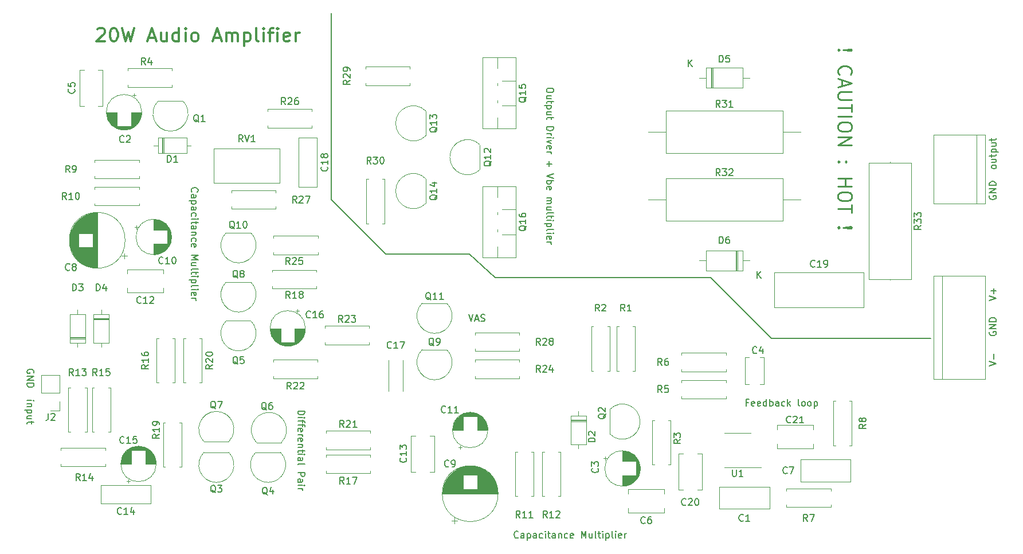
<source format=gbr>
%TF.GenerationSoftware,KiCad,Pcbnew,(6.0.5)*%
%TF.CreationDate,2022-06-29T10:50:50+01:00*%
%TF.ProjectId,PCB,5043422e-6b69-4636-9164-5f7063625858,rev?*%
%TF.SameCoordinates,Original*%
%TF.FileFunction,Legend,Top*%
%TF.FilePolarity,Positive*%
%FSLAX46Y46*%
G04 Gerber Fmt 4.6, Leading zero omitted, Abs format (unit mm)*
G04 Created by KiCad (PCBNEW (6.0.5)) date 2022-06-29 10:50:50*
%MOMM*%
%LPD*%
G01*
G04 APERTURE LIST*
%ADD10C,0.150000*%
%ADD11C,0.250000*%
%ADD12C,0.350000*%
%ADD13C,0.120000*%
G04 APERTURE END LIST*
D10*
X150700000Y-98500000D02*
X182500000Y-98500000D01*
X126500000Y-59500000D02*
X126500000Y-87000000D01*
X134500000Y-95000000D02*
X146900000Y-95000000D01*
X146900000Y-95000000D02*
X150700000Y-98500000D01*
X126500000Y-87000000D02*
X134250000Y-94750000D01*
X182500000Y-98500000D02*
X191500000Y-107500000D01*
X191500000Y-107500000D02*
X215000000Y-107500000D01*
X134250000Y-94750000D02*
X134500000Y-95000000D01*
X154107142Y-136857142D02*
X154059523Y-136904761D01*
X153916666Y-136952380D01*
X153821428Y-136952380D01*
X153678571Y-136904761D01*
X153583333Y-136809523D01*
X153535714Y-136714285D01*
X153488095Y-136523809D01*
X153488095Y-136380952D01*
X153535714Y-136190476D01*
X153583333Y-136095238D01*
X153678571Y-136000000D01*
X153821428Y-135952380D01*
X153916666Y-135952380D01*
X154059523Y-136000000D01*
X154107142Y-136047619D01*
X154964285Y-136952380D02*
X154964285Y-136428571D01*
X154916666Y-136333333D01*
X154821428Y-136285714D01*
X154630952Y-136285714D01*
X154535714Y-136333333D01*
X154964285Y-136904761D02*
X154869047Y-136952380D01*
X154630952Y-136952380D01*
X154535714Y-136904761D01*
X154488095Y-136809523D01*
X154488095Y-136714285D01*
X154535714Y-136619047D01*
X154630952Y-136571428D01*
X154869047Y-136571428D01*
X154964285Y-136523809D01*
X155440476Y-136285714D02*
X155440476Y-137285714D01*
X155440476Y-136333333D02*
X155535714Y-136285714D01*
X155726190Y-136285714D01*
X155821428Y-136333333D01*
X155869047Y-136380952D01*
X155916666Y-136476190D01*
X155916666Y-136761904D01*
X155869047Y-136857142D01*
X155821428Y-136904761D01*
X155726190Y-136952380D01*
X155535714Y-136952380D01*
X155440476Y-136904761D01*
X156773809Y-136952380D02*
X156773809Y-136428571D01*
X156726190Y-136333333D01*
X156630952Y-136285714D01*
X156440476Y-136285714D01*
X156345238Y-136333333D01*
X156773809Y-136904761D02*
X156678571Y-136952380D01*
X156440476Y-136952380D01*
X156345238Y-136904761D01*
X156297619Y-136809523D01*
X156297619Y-136714285D01*
X156345238Y-136619047D01*
X156440476Y-136571428D01*
X156678571Y-136571428D01*
X156773809Y-136523809D01*
X157678571Y-136904761D02*
X157583333Y-136952380D01*
X157392857Y-136952380D01*
X157297619Y-136904761D01*
X157250000Y-136857142D01*
X157202380Y-136761904D01*
X157202380Y-136476190D01*
X157250000Y-136380952D01*
X157297619Y-136333333D01*
X157392857Y-136285714D01*
X157583333Y-136285714D01*
X157678571Y-136333333D01*
X158107142Y-136952380D02*
X158107142Y-136285714D01*
X158107142Y-135952380D02*
X158059523Y-136000000D01*
X158107142Y-136047619D01*
X158154761Y-136000000D01*
X158107142Y-135952380D01*
X158107142Y-136047619D01*
X158440476Y-136285714D02*
X158821428Y-136285714D01*
X158583333Y-135952380D02*
X158583333Y-136809523D01*
X158630952Y-136904761D01*
X158726190Y-136952380D01*
X158821428Y-136952380D01*
X159583333Y-136952380D02*
X159583333Y-136428571D01*
X159535714Y-136333333D01*
X159440476Y-136285714D01*
X159250000Y-136285714D01*
X159154761Y-136333333D01*
X159583333Y-136904761D02*
X159488095Y-136952380D01*
X159250000Y-136952380D01*
X159154761Y-136904761D01*
X159107142Y-136809523D01*
X159107142Y-136714285D01*
X159154761Y-136619047D01*
X159250000Y-136571428D01*
X159488095Y-136571428D01*
X159583333Y-136523809D01*
X160059523Y-136285714D02*
X160059523Y-136952380D01*
X160059523Y-136380952D02*
X160107142Y-136333333D01*
X160202380Y-136285714D01*
X160345238Y-136285714D01*
X160440476Y-136333333D01*
X160488095Y-136428571D01*
X160488095Y-136952380D01*
X161392857Y-136904761D02*
X161297619Y-136952380D01*
X161107142Y-136952380D01*
X161011904Y-136904761D01*
X160964285Y-136857142D01*
X160916666Y-136761904D01*
X160916666Y-136476190D01*
X160964285Y-136380952D01*
X161011904Y-136333333D01*
X161107142Y-136285714D01*
X161297619Y-136285714D01*
X161392857Y-136333333D01*
X162202380Y-136904761D02*
X162107142Y-136952380D01*
X161916666Y-136952380D01*
X161821428Y-136904761D01*
X161773809Y-136809523D01*
X161773809Y-136428571D01*
X161821428Y-136333333D01*
X161916666Y-136285714D01*
X162107142Y-136285714D01*
X162202380Y-136333333D01*
X162250000Y-136428571D01*
X162250000Y-136523809D01*
X161773809Y-136619047D01*
X163440476Y-136952380D02*
X163440476Y-135952380D01*
X163773809Y-136666666D01*
X164107142Y-135952380D01*
X164107142Y-136952380D01*
X165011904Y-136285714D02*
X165011904Y-136952380D01*
X164583333Y-136285714D02*
X164583333Y-136809523D01*
X164630952Y-136904761D01*
X164726190Y-136952380D01*
X164869047Y-136952380D01*
X164964285Y-136904761D01*
X165011904Y-136857142D01*
X165630952Y-136952380D02*
X165535714Y-136904761D01*
X165488095Y-136809523D01*
X165488095Y-135952380D01*
X165869047Y-136285714D02*
X166250000Y-136285714D01*
X166011904Y-135952380D02*
X166011904Y-136809523D01*
X166059523Y-136904761D01*
X166154761Y-136952380D01*
X166250000Y-136952380D01*
X166583333Y-136952380D02*
X166583333Y-136285714D01*
X166583333Y-135952380D02*
X166535714Y-136000000D01*
X166583333Y-136047619D01*
X166630952Y-136000000D01*
X166583333Y-135952380D01*
X166583333Y-136047619D01*
X167059523Y-136285714D02*
X167059523Y-137285714D01*
X167059523Y-136333333D02*
X167154761Y-136285714D01*
X167345238Y-136285714D01*
X167440476Y-136333333D01*
X167488095Y-136380952D01*
X167535714Y-136476190D01*
X167535714Y-136761904D01*
X167488095Y-136857142D01*
X167440476Y-136904761D01*
X167345238Y-136952380D01*
X167154761Y-136952380D01*
X167059523Y-136904761D01*
X168107142Y-136952380D02*
X168011904Y-136904761D01*
X167964285Y-136809523D01*
X167964285Y-135952380D01*
X168488095Y-136952380D02*
X168488095Y-136285714D01*
X168488095Y-135952380D02*
X168440476Y-136000000D01*
X168488095Y-136047619D01*
X168535714Y-136000000D01*
X168488095Y-135952380D01*
X168488095Y-136047619D01*
X169345238Y-136904761D02*
X169250000Y-136952380D01*
X169059523Y-136952380D01*
X168964285Y-136904761D01*
X168916666Y-136809523D01*
X168916666Y-136428571D01*
X168964285Y-136333333D01*
X169059523Y-136285714D01*
X169250000Y-136285714D01*
X169345238Y-136333333D01*
X169392857Y-136428571D01*
X169392857Y-136523809D01*
X168916666Y-136619047D01*
X169821428Y-136952380D02*
X169821428Y-136285714D01*
X169821428Y-136476190D02*
X169869047Y-136380952D01*
X169916666Y-136333333D01*
X170011904Y-136285714D01*
X170107142Y-136285714D01*
D11*
X201535714Y-64904761D02*
X201440476Y-65000000D01*
X201345238Y-64904761D01*
X201440476Y-64809523D01*
X201535714Y-64904761D01*
X201345238Y-64904761D01*
X202107142Y-64904761D02*
X203250000Y-64809523D01*
X203345238Y-64904761D01*
X203250000Y-65000000D01*
X202107142Y-64904761D01*
X203345238Y-64904761D01*
X201535714Y-68523809D02*
X201440476Y-68428571D01*
X201345238Y-68142857D01*
X201345238Y-67952380D01*
X201440476Y-67666666D01*
X201630952Y-67476190D01*
X201821428Y-67380952D01*
X202202380Y-67285714D01*
X202488095Y-67285714D01*
X202869047Y-67380952D01*
X203059523Y-67476190D01*
X203250000Y-67666666D01*
X203345238Y-67952380D01*
X203345238Y-68142857D01*
X203250000Y-68428571D01*
X203154761Y-68523809D01*
X201916666Y-69285714D02*
X201916666Y-70238095D01*
X201345238Y-69095238D02*
X203345238Y-69761904D01*
X201345238Y-70428571D01*
X203345238Y-71095238D02*
X201726190Y-71095238D01*
X201535714Y-71190476D01*
X201440476Y-71285714D01*
X201345238Y-71476190D01*
X201345238Y-71857142D01*
X201440476Y-72047619D01*
X201535714Y-72142857D01*
X201726190Y-72238095D01*
X203345238Y-72238095D01*
X203345238Y-72904761D02*
X203345238Y-74047619D01*
X201345238Y-73476190D02*
X203345238Y-73476190D01*
X201345238Y-74714285D02*
X203345238Y-74714285D01*
X203345238Y-76047619D02*
X203345238Y-76428571D01*
X203250000Y-76619047D01*
X203059523Y-76809523D01*
X202678571Y-76904761D01*
X202011904Y-76904761D01*
X201630952Y-76809523D01*
X201440476Y-76619047D01*
X201345238Y-76428571D01*
X201345238Y-76047619D01*
X201440476Y-75857142D01*
X201630952Y-75666666D01*
X202011904Y-75571428D01*
X202678571Y-75571428D01*
X203059523Y-75666666D01*
X203250000Y-75857142D01*
X203345238Y-76047619D01*
X201345238Y-77761904D02*
X203345238Y-77761904D01*
X201345238Y-78904761D01*
X203345238Y-78904761D01*
X201535714Y-81380952D02*
X201440476Y-81476190D01*
X201345238Y-81380952D01*
X201440476Y-81285714D01*
X201535714Y-81380952D01*
X201345238Y-81380952D01*
X202583333Y-81380952D02*
X202488095Y-81476190D01*
X202392857Y-81380952D01*
X202488095Y-81285714D01*
X202583333Y-81380952D01*
X202392857Y-81380952D01*
X201345238Y-83857142D02*
X203345238Y-83857142D01*
X202392857Y-83857142D02*
X202392857Y-85000000D01*
X201345238Y-85000000D02*
X203345238Y-85000000D01*
X203345238Y-86333333D02*
X203345238Y-86714285D01*
X203250000Y-86904761D01*
X203059523Y-87095238D01*
X202678571Y-87190476D01*
X202011904Y-87190476D01*
X201630952Y-87095238D01*
X201440476Y-86904761D01*
X201345238Y-86714285D01*
X201345238Y-86333333D01*
X201440476Y-86142857D01*
X201630952Y-85952380D01*
X202011904Y-85857142D01*
X202678571Y-85857142D01*
X203059523Y-85952380D01*
X203250000Y-86142857D01*
X203345238Y-86333333D01*
X203345238Y-87761904D02*
X203345238Y-88904761D01*
X201345238Y-88333333D02*
X203345238Y-88333333D01*
X201535714Y-91095238D02*
X201440476Y-91190476D01*
X201345238Y-91095238D01*
X201440476Y-91000000D01*
X201535714Y-91095238D01*
X201345238Y-91095238D01*
X202107142Y-91095238D02*
X203250000Y-91000000D01*
X203345238Y-91095238D01*
X203250000Y-91190476D01*
X202107142Y-91095238D01*
X203345238Y-91095238D01*
D10*
X121547619Y-118190476D02*
X122547619Y-118190476D01*
X122547619Y-118428571D01*
X122500000Y-118571428D01*
X122404761Y-118666666D01*
X122309523Y-118714285D01*
X122119047Y-118761904D01*
X121976190Y-118761904D01*
X121785714Y-118714285D01*
X121690476Y-118666666D01*
X121595238Y-118571428D01*
X121547619Y-118428571D01*
X121547619Y-118190476D01*
X121547619Y-119190476D02*
X122214285Y-119190476D01*
X122547619Y-119190476D02*
X122500000Y-119142857D01*
X122452380Y-119190476D01*
X122500000Y-119238095D01*
X122547619Y-119190476D01*
X122452380Y-119190476D01*
X122214285Y-119523809D02*
X122214285Y-119904761D01*
X121547619Y-119666666D02*
X122404761Y-119666666D01*
X122500000Y-119714285D01*
X122547619Y-119809523D01*
X122547619Y-119904761D01*
X122214285Y-120095238D02*
X122214285Y-120476190D01*
X121547619Y-120238095D02*
X122404761Y-120238095D01*
X122500000Y-120285714D01*
X122547619Y-120380952D01*
X122547619Y-120476190D01*
X121595238Y-121190476D02*
X121547619Y-121095238D01*
X121547619Y-120904761D01*
X121595238Y-120809523D01*
X121690476Y-120761904D01*
X122071428Y-120761904D01*
X122166666Y-120809523D01*
X122214285Y-120904761D01*
X122214285Y-121095238D01*
X122166666Y-121190476D01*
X122071428Y-121238095D01*
X121976190Y-121238095D01*
X121880952Y-120761904D01*
X121547619Y-121666666D02*
X122214285Y-121666666D01*
X122023809Y-121666666D02*
X122119047Y-121714285D01*
X122166666Y-121761904D01*
X122214285Y-121857142D01*
X122214285Y-121952380D01*
X121595238Y-122666666D02*
X121547619Y-122571428D01*
X121547619Y-122380952D01*
X121595238Y-122285714D01*
X121690476Y-122238095D01*
X122071428Y-122238095D01*
X122166666Y-122285714D01*
X122214285Y-122380952D01*
X122214285Y-122571428D01*
X122166666Y-122666666D01*
X122071428Y-122714285D01*
X121976190Y-122714285D01*
X121880952Y-122238095D01*
X122214285Y-123142857D02*
X121547619Y-123142857D01*
X122119047Y-123142857D02*
X122166666Y-123190476D01*
X122214285Y-123285714D01*
X122214285Y-123428571D01*
X122166666Y-123523809D01*
X122071428Y-123571428D01*
X121547619Y-123571428D01*
X122214285Y-123904761D02*
X122214285Y-124285714D01*
X122547619Y-124047619D02*
X121690476Y-124047619D01*
X121595238Y-124095238D01*
X121547619Y-124190476D01*
X121547619Y-124285714D01*
X121547619Y-124619047D02*
X122214285Y-124619047D01*
X122547619Y-124619047D02*
X122500000Y-124571428D01*
X122452380Y-124619047D01*
X122500000Y-124666666D01*
X122547619Y-124619047D01*
X122452380Y-124619047D01*
X121547619Y-125523809D02*
X122071428Y-125523809D01*
X122166666Y-125476190D01*
X122214285Y-125380952D01*
X122214285Y-125190476D01*
X122166666Y-125095238D01*
X121595238Y-125523809D02*
X121547619Y-125428571D01*
X121547619Y-125190476D01*
X121595238Y-125095238D01*
X121690476Y-125047619D01*
X121785714Y-125047619D01*
X121880952Y-125095238D01*
X121928571Y-125190476D01*
X121928571Y-125428571D01*
X121976190Y-125523809D01*
X121547619Y-126142857D02*
X121595238Y-126047619D01*
X121690476Y-126000000D01*
X122547619Y-126000000D01*
X121547619Y-127285714D02*
X122547619Y-127285714D01*
X122547619Y-127666666D01*
X122500000Y-127761904D01*
X122452380Y-127809523D01*
X122357142Y-127857142D01*
X122214285Y-127857142D01*
X122119047Y-127809523D01*
X122071428Y-127761904D01*
X122023809Y-127666666D01*
X122023809Y-127285714D01*
X121547619Y-128714285D02*
X122071428Y-128714285D01*
X122166666Y-128666666D01*
X122214285Y-128571428D01*
X122214285Y-128380952D01*
X122166666Y-128285714D01*
X121595238Y-128714285D02*
X121547619Y-128619047D01*
X121547619Y-128380952D01*
X121595238Y-128285714D01*
X121690476Y-128238095D01*
X121785714Y-128238095D01*
X121880952Y-128285714D01*
X121928571Y-128380952D01*
X121928571Y-128619047D01*
X121976190Y-128714285D01*
X121547619Y-129190476D02*
X122214285Y-129190476D01*
X122547619Y-129190476D02*
X122500000Y-129142857D01*
X122452380Y-129190476D01*
X122500000Y-129238095D01*
X122547619Y-129190476D01*
X122452380Y-129190476D01*
X121547619Y-129666666D02*
X122214285Y-129666666D01*
X122023809Y-129666666D02*
X122119047Y-129714285D01*
X122166666Y-129761904D01*
X122214285Y-129857142D01*
X122214285Y-129952380D01*
D12*
X91892857Y-61845238D02*
X91988095Y-61750000D01*
X92178571Y-61654761D01*
X92654761Y-61654761D01*
X92845238Y-61750000D01*
X92940476Y-61845238D01*
X93035714Y-62035714D01*
X93035714Y-62226190D01*
X92940476Y-62511904D01*
X91797619Y-63654761D01*
X93035714Y-63654761D01*
X94273809Y-61654761D02*
X94464285Y-61654761D01*
X94654761Y-61750000D01*
X94750000Y-61845238D01*
X94845238Y-62035714D01*
X94940476Y-62416666D01*
X94940476Y-62892857D01*
X94845238Y-63273809D01*
X94750000Y-63464285D01*
X94654761Y-63559523D01*
X94464285Y-63654761D01*
X94273809Y-63654761D01*
X94083333Y-63559523D01*
X93988095Y-63464285D01*
X93892857Y-63273809D01*
X93797619Y-62892857D01*
X93797619Y-62416666D01*
X93892857Y-62035714D01*
X93988095Y-61845238D01*
X94083333Y-61750000D01*
X94273809Y-61654761D01*
X95607142Y-61654761D02*
X96083333Y-63654761D01*
X96464285Y-62226190D01*
X96845238Y-63654761D01*
X97321428Y-61654761D01*
X99511904Y-63083333D02*
X100464285Y-63083333D01*
X99321428Y-63654761D02*
X99988095Y-61654761D01*
X100654761Y-63654761D01*
X102178571Y-62321428D02*
X102178571Y-63654761D01*
X101321428Y-62321428D02*
X101321428Y-63369047D01*
X101416666Y-63559523D01*
X101607142Y-63654761D01*
X101892857Y-63654761D01*
X102083333Y-63559523D01*
X102178571Y-63464285D01*
X103988095Y-63654761D02*
X103988095Y-61654761D01*
X103988095Y-63559523D02*
X103797619Y-63654761D01*
X103416666Y-63654761D01*
X103226190Y-63559523D01*
X103130952Y-63464285D01*
X103035714Y-63273809D01*
X103035714Y-62702380D01*
X103130952Y-62511904D01*
X103226190Y-62416666D01*
X103416666Y-62321428D01*
X103797619Y-62321428D01*
X103988095Y-62416666D01*
X104940476Y-63654761D02*
X104940476Y-62321428D01*
X104940476Y-61654761D02*
X104845238Y-61750000D01*
X104940476Y-61845238D01*
X105035714Y-61750000D01*
X104940476Y-61654761D01*
X104940476Y-61845238D01*
X106178571Y-63654761D02*
X105988095Y-63559523D01*
X105892857Y-63464285D01*
X105797619Y-63273809D01*
X105797619Y-62702380D01*
X105892857Y-62511904D01*
X105988095Y-62416666D01*
X106178571Y-62321428D01*
X106464285Y-62321428D01*
X106654761Y-62416666D01*
X106750000Y-62511904D01*
X106845238Y-62702380D01*
X106845238Y-63273809D01*
X106750000Y-63464285D01*
X106654761Y-63559523D01*
X106464285Y-63654761D01*
X106178571Y-63654761D01*
X109130952Y-63083333D02*
X110083333Y-63083333D01*
X108940476Y-63654761D02*
X109607142Y-61654761D01*
X110273809Y-63654761D01*
X110940476Y-63654761D02*
X110940476Y-62321428D01*
X110940476Y-62511904D02*
X111035714Y-62416666D01*
X111226190Y-62321428D01*
X111511904Y-62321428D01*
X111702380Y-62416666D01*
X111797619Y-62607142D01*
X111797619Y-63654761D01*
X111797619Y-62607142D02*
X111892857Y-62416666D01*
X112083333Y-62321428D01*
X112369047Y-62321428D01*
X112559523Y-62416666D01*
X112654761Y-62607142D01*
X112654761Y-63654761D01*
X113607142Y-62321428D02*
X113607142Y-64321428D01*
X113607142Y-62416666D02*
X113797619Y-62321428D01*
X114178571Y-62321428D01*
X114369047Y-62416666D01*
X114464285Y-62511904D01*
X114559523Y-62702380D01*
X114559523Y-63273809D01*
X114464285Y-63464285D01*
X114369047Y-63559523D01*
X114178571Y-63654761D01*
X113797619Y-63654761D01*
X113607142Y-63559523D01*
X115702380Y-63654761D02*
X115511904Y-63559523D01*
X115416666Y-63369047D01*
X115416666Y-61654761D01*
X116464285Y-63654761D02*
X116464285Y-62321428D01*
X116464285Y-61654761D02*
X116369047Y-61750000D01*
X116464285Y-61845238D01*
X116559523Y-61750000D01*
X116464285Y-61654761D01*
X116464285Y-61845238D01*
X117130952Y-62321428D02*
X117892857Y-62321428D01*
X117416666Y-63654761D02*
X117416666Y-61940476D01*
X117511904Y-61750000D01*
X117702380Y-61654761D01*
X117892857Y-61654761D01*
X118559523Y-63654761D02*
X118559523Y-62321428D01*
X118559523Y-61654761D02*
X118464285Y-61750000D01*
X118559523Y-61845238D01*
X118654761Y-61750000D01*
X118559523Y-61654761D01*
X118559523Y-61845238D01*
X120273809Y-63559523D02*
X120083333Y-63654761D01*
X119702380Y-63654761D01*
X119511904Y-63559523D01*
X119416666Y-63369047D01*
X119416666Y-62607142D01*
X119511904Y-62416666D01*
X119702380Y-62321428D01*
X120083333Y-62321428D01*
X120273809Y-62416666D01*
X120369047Y-62607142D01*
X120369047Y-62797619D01*
X119416666Y-62988095D01*
X121226190Y-63654761D02*
X121226190Y-62321428D01*
X121226190Y-62702380D02*
X121321428Y-62511904D01*
X121416666Y-62416666D01*
X121607142Y-62321428D01*
X121797619Y-62321428D01*
D10*
X223750000Y-86404761D02*
X223702380Y-86500000D01*
X223702380Y-86642857D01*
X223750000Y-86785714D01*
X223845238Y-86880952D01*
X223940476Y-86928571D01*
X224130952Y-86976190D01*
X224273809Y-86976190D01*
X224464285Y-86928571D01*
X224559523Y-86880952D01*
X224654761Y-86785714D01*
X224702380Y-86642857D01*
X224702380Y-86547619D01*
X224654761Y-86404761D01*
X224607142Y-86357142D01*
X224273809Y-86357142D01*
X224273809Y-86547619D01*
X224702380Y-85928571D02*
X223702380Y-85928571D01*
X224702380Y-85357142D01*
X223702380Y-85357142D01*
X224702380Y-84880952D02*
X223702380Y-84880952D01*
X223702380Y-84642857D01*
X223750000Y-84500000D01*
X223845238Y-84404761D01*
X223940476Y-84357142D01*
X224130952Y-84309523D01*
X224273809Y-84309523D01*
X224464285Y-84357142D01*
X224559523Y-84404761D01*
X224654761Y-84500000D01*
X224702380Y-84642857D01*
X224702380Y-84880952D01*
X224702380Y-82214285D02*
X224654761Y-82309523D01*
X224607142Y-82357142D01*
X224511904Y-82404761D01*
X224226190Y-82404761D01*
X224130952Y-82357142D01*
X224083333Y-82309523D01*
X224035714Y-82214285D01*
X224035714Y-82071428D01*
X224083333Y-81976190D01*
X224130952Y-81928571D01*
X224226190Y-81880952D01*
X224511904Y-81880952D01*
X224607142Y-81928571D01*
X224654761Y-81976190D01*
X224702380Y-82071428D01*
X224702380Y-82214285D01*
X224035714Y-81023809D02*
X224702380Y-81023809D01*
X224035714Y-81452380D02*
X224559523Y-81452380D01*
X224654761Y-81404761D01*
X224702380Y-81309523D01*
X224702380Y-81166666D01*
X224654761Y-81071428D01*
X224607142Y-81023809D01*
X224035714Y-80690476D02*
X224035714Y-80309523D01*
X223702380Y-80547619D02*
X224559523Y-80547619D01*
X224654761Y-80500000D01*
X224702380Y-80404761D01*
X224702380Y-80309523D01*
X224035714Y-79976190D02*
X225035714Y-79976190D01*
X224083333Y-79976190D02*
X224035714Y-79880952D01*
X224035714Y-79690476D01*
X224083333Y-79595238D01*
X224130952Y-79547619D01*
X224226190Y-79500000D01*
X224511904Y-79500000D01*
X224607142Y-79547619D01*
X224654761Y-79595238D01*
X224702380Y-79690476D01*
X224702380Y-79880952D01*
X224654761Y-79976190D01*
X224035714Y-78642857D02*
X224702380Y-78642857D01*
X224035714Y-79071428D02*
X224559523Y-79071428D01*
X224654761Y-79023809D01*
X224702380Y-78928571D01*
X224702380Y-78785714D01*
X224654761Y-78690476D01*
X224607142Y-78642857D01*
X224035714Y-78309523D02*
X224035714Y-77928571D01*
X223702380Y-78166666D02*
X224559523Y-78166666D01*
X224654761Y-78119047D01*
X224702380Y-78023809D01*
X224702380Y-77928571D01*
X105892857Y-85857142D02*
X105845238Y-85809523D01*
X105797619Y-85666666D01*
X105797619Y-85571428D01*
X105845238Y-85428571D01*
X105940476Y-85333333D01*
X106035714Y-85285714D01*
X106226190Y-85238095D01*
X106369047Y-85238095D01*
X106559523Y-85285714D01*
X106654761Y-85333333D01*
X106750000Y-85428571D01*
X106797619Y-85571428D01*
X106797619Y-85666666D01*
X106750000Y-85809523D01*
X106702380Y-85857142D01*
X105797619Y-86714285D02*
X106321428Y-86714285D01*
X106416666Y-86666666D01*
X106464285Y-86571428D01*
X106464285Y-86380952D01*
X106416666Y-86285714D01*
X105845238Y-86714285D02*
X105797619Y-86619047D01*
X105797619Y-86380952D01*
X105845238Y-86285714D01*
X105940476Y-86238095D01*
X106035714Y-86238095D01*
X106130952Y-86285714D01*
X106178571Y-86380952D01*
X106178571Y-86619047D01*
X106226190Y-86714285D01*
X106464285Y-87190476D02*
X105464285Y-87190476D01*
X106416666Y-87190476D02*
X106464285Y-87285714D01*
X106464285Y-87476190D01*
X106416666Y-87571428D01*
X106369047Y-87619047D01*
X106273809Y-87666666D01*
X105988095Y-87666666D01*
X105892857Y-87619047D01*
X105845238Y-87571428D01*
X105797619Y-87476190D01*
X105797619Y-87285714D01*
X105845238Y-87190476D01*
X105797619Y-88523809D02*
X106321428Y-88523809D01*
X106416666Y-88476190D01*
X106464285Y-88380952D01*
X106464285Y-88190476D01*
X106416666Y-88095238D01*
X105845238Y-88523809D02*
X105797619Y-88428571D01*
X105797619Y-88190476D01*
X105845238Y-88095238D01*
X105940476Y-88047619D01*
X106035714Y-88047619D01*
X106130952Y-88095238D01*
X106178571Y-88190476D01*
X106178571Y-88428571D01*
X106226190Y-88523809D01*
X105845238Y-89428571D02*
X105797619Y-89333333D01*
X105797619Y-89142857D01*
X105845238Y-89047619D01*
X105892857Y-89000000D01*
X105988095Y-88952380D01*
X106273809Y-88952380D01*
X106369047Y-89000000D01*
X106416666Y-89047619D01*
X106464285Y-89142857D01*
X106464285Y-89333333D01*
X106416666Y-89428571D01*
X105797619Y-89857142D02*
X106464285Y-89857142D01*
X106797619Y-89857142D02*
X106750000Y-89809523D01*
X106702380Y-89857142D01*
X106750000Y-89904761D01*
X106797619Y-89857142D01*
X106702380Y-89857142D01*
X106464285Y-90190476D02*
X106464285Y-90571428D01*
X106797619Y-90333333D02*
X105940476Y-90333333D01*
X105845238Y-90380952D01*
X105797619Y-90476190D01*
X105797619Y-90571428D01*
X105797619Y-91333333D02*
X106321428Y-91333333D01*
X106416666Y-91285714D01*
X106464285Y-91190476D01*
X106464285Y-91000000D01*
X106416666Y-90904761D01*
X105845238Y-91333333D02*
X105797619Y-91238095D01*
X105797619Y-91000000D01*
X105845238Y-90904761D01*
X105940476Y-90857142D01*
X106035714Y-90857142D01*
X106130952Y-90904761D01*
X106178571Y-91000000D01*
X106178571Y-91238095D01*
X106226190Y-91333333D01*
X106464285Y-91809523D02*
X105797619Y-91809523D01*
X106369047Y-91809523D02*
X106416666Y-91857142D01*
X106464285Y-91952380D01*
X106464285Y-92095238D01*
X106416666Y-92190476D01*
X106321428Y-92238095D01*
X105797619Y-92238095D01*
X105845238Y-93142857D02*
X105797619Y-93047619D01*
X105797619Y-92857142D01*
X105845238Y-92761904D01*
X105892857Y-92714285D01*
X105988095Y-92666666D01*
X106273809Y-92666666D01*
X106369047Y-92714285D01*
X106416666Y-92761904D01*
X106464285Y-92857142D01*
X106464285Y-93047619D01*
X106416666Y-93142857D01*
X105845238Y-93952380D02*
X105797619Y-93857142D01*
X105797619Y-93666666D01*
X105845238Y-93571428D01*
X105940476Y-93523809D01*
X106321428Y-93523809D01*
X106416666Y-93571428D01*
X106464285Y-93666666D01*
X106464285Y-93857142D01*
X106416666Y-93952380D01*
X106321428Y-94000000D01*
X106226190Y-94000000D01*
X106130952Y-93523809D01*
X105797619Y-95190476D02*
X106797619Y-95190476D01*
X106083333Y-95523809D01*
X106797619Y-95857142D01*
X105797619Y-95857142D01*
X106464285Y-96761904D02*
X105797619Y-96761904D01*
X106464285Y-96333333D02*
X105940476Y-96333333D01*
X105845238Y-96380952D01*
X105797619Y-96476190D01*
X105797619Y-96619047D01*
X105845238Y-96714285D01*
X105892857Y-96761904D01*
X105797619Y-97380952D02*
X105845238Y-97285714D01*
X105940476Y-97238095D01*
X106797619Y-97238095D01*
X106464285Y-97619047D02*
X106464285Y-98000000D01*
X106797619Y-97761904D02*
X105940476Y-97761904D01*
X105845238Y-97809523D01*
X105797619Y-97904761D01*
X105797619Y-98000000D01*
X105797619Y-98333333D02*
X106464285Y-98333333D01*
X106797619Y-98333333D02*
X106750000Y-98285714D01*
X106702380Y-98333333D01*
X106750000Y-98380952D01*
X106797619Y-98333333D01*
X106702380Y-98333333D01*
X106464285Y-98809523D02*
X105464285Y-98809523D01*
X106416666Y-98809523D02*
X106464285Y-98904761D01*
X106464285Y-99095238D01*
X106416666Y-99190476D01*
X106369047Y-99238095D01*
X106273809Y-99285714D01*
X105988095Y-99285714D01*
X105892857Y-99238095D01*
X105845238Y-99190476D01*
X105797619Y-99095238D01*
X105797619Y-98904761D01*
X105845238Y-98809523D01*
X105797619Y-99857142D02*
X105845238Y-99761904D01*
X105940476Y-99714285D01*
X106797619Y-99714285D01*
X105797619Y-100238095D02*
X106464285Y-100238095D01*
X106797619Y-100238095D02*
X106750000Y-100190476D01*
X106702380Y-100238095D01*
X106750000Y-100285714D01*
X106797619Y-100238095D01*
X106702380Y-100238095D01*
X105845238Y-101095238D02*
X105797619Y-101000000D01*
X105797619Y-100809523D01*
X105845238Y-100714285D01*
X105940476Y-100666666D01*
X106321428Y-100666666D01*
X106416666Y-100714285D01*
X106464285Y-100809523D01*
X106464285Y-101000000D01*
X106416666Y-101095238D01*
X106321428Y-101142857D01*
X106226190Y-101142857D01*
X106130952Y-100666666D01*
X105797619Y-101571428D02*
X106464285Y-101571428D01*
X106273809Y-101571428D02*
X106369047Y-101619047D01*
X106416666Y-101666666D01*
X106464285Y-101761904D01*
X106464285Y-101857142D01*
X82500000Y-112595238D02*
X82547619Y-112500000D01*
X82547619Y-112357142D01*
X82500000Y-112214285D01*
X82404761Y-112119047D01*
X82309523Y-112071428D01*
X82119047Y-112023809D01*
X81976190Y-112023809D01*
X81785714Y-112071428D01*
X81690476Y-112119047D01*
X81595238Y-112214285D01*
X81547619Y-112357142D01*
X81547619Y-112452380D01*
X81595238Y-112595238D01*
X81642857Y-112642857D01*
X81976190Y-112642857D01*
X81976190Y-112452380D01*
X81547619Y-113071428D02*
X82547619Y-113071428D01*
X81547619Y-113642857D01*
X82547619Y-113642857D01*
X81547619Y-114119047D02*
X82547619Y-114119047D01*
X82547619Y-114357142D01*
X82500000Y-114500000D01*
X82404761Y-114595238D01*
X82309523Y-114642857D01*
X82119047Y-114690476D01*
X81976190Y-114690476D01*
X81785714Y-114642857D01*
X81690476Y-114595238D01*
X81595238Y-114500000D01*
X81547619Y-114357142D01*
X81547619Y-114119047D01*
X81547619Y-116642857D02*
X82214285Y-116642857D01*
X82547619Y-116642857D02*
X82500000Y-116595238D01*
X82452380Y-116642857D01*
X82500000Y-116690476D01*
X82547619Y-116642857D01*
X82452380Y-116642857D01*
X82214285Y-117119047D02*
X81547619Y-117119047D01*
X82119047Y-117119047D02*
X82166666Y-117166666D01*
X82214285Y-117261904D01*
X82214285Y-117404761D01*
X82166666Y-117500000D01*
X82071428Y-117547619D01*
X81547619Y-117547619D01*
X82214285Y-118023809D02*
X81214285Y-118023809D01*
X82166666Y-118023809D02*
X82214285Y-118119047D01*
X82214285Y-118309523D01*
X82166666Y-118404761D01*
X82119047Y-118452380D01*
X82023809Y-118500000D01*
X81738095Y-118500000D01*
X81642857Y-118452380D01*
X81595238Y-118404761D01*
X81547619Y-118309523D01*
X81547619Y-118119047D01*
X81595238Y-118023809D01*
X82214285Y-119357142D02*
X81547619Y-119357142D01*
X82214285Y-118928571D02*
X81690476Y-118928571D01*
X81595238Y-118976190D01*
X81547619Y-119071428D01*
X81547619Y-119214285D01*
X81595238Y-119309523D01*
X81642857Y-119357142D01*
X82214285Y-119690476D02*
X82214285Y-120071428D01*
X82547619Y-119833333D02*
X81690476Y-119833333D01*
X81595238Y-119880952D01*
X81547619Y-119976190D01*
X81547619Y-120071428D01*
X159297619Y-70761904D02*
X159297619Y-70952380D01*
X159250000Y-71047619D01*
X159154761Y-71142857D01*
X158964285Y-71190476D01*
X158630952Y-71190476D01*
X158440476Y-71142857D01*
X158345238Y-71047619D01*
X158297619Y-70952380D01*
X158297619Y-70761904D01*
X158345238Y-70666666D01*
X158440476Y-70571428D01*
X158630952Y-70523809D01*
X158964285Y-70523809D01*
X159154761Y-70571428D01*
X159250000Y-70666666D01*
X159297619Y-70761904D01*
X158964285Y-72047619D02*
X158297619Y-72047619D01*
X158964285Y-71619047D02*
X158440476Y-71619047D01*
X158345238Y-71666666D01*
X158297619Y-71761904D01*
X158297619Y-71904761D01*
X158345238Y-72000000D01*
X158392857Y-72047619D01*
X158964285Y-72380952D02*
X158964285Y-72761904D01*
X159297619Y-72523809D02*
X158440476Y-72523809D01*
X158345238Y-72571428D01*
X158297619Y-72666666D01*
X158297619Y-72761904D01*
X158964285Y-73095238D02*
X157964285Y-73095238D01*
X158916666Y-73095238D02*
X158964285Y-73190476D01*
X158964285Y-73380952D01*
X158916666Y-73476190D01*
X158869047Y-73523809D01*
X158773809Y-73571428D01*
X158488095Y-73571428D01*
X158392857Y-73523809D01*
X158345238Y-73476190D01*
X158297619Y-73380952D01*
X158297619Y-73190476D01*
X158345238Y-73095238D01*
X158964285Y-74428571D02*
X158297619Y-74428571D01*
X158964285Y-74000000D02*
X158440476Y-74000000D01*
X158345238Y-74047619D01*
X158297619Y-74142857D01*
X158297619Y-74285714D01*
X158345238Y-74380952D01*
X158392857Y-74428571D01*
X158964285Y-74761904D02*
X158964285Y-75142857D01*
X159297619Y-74904761D02*
X158440476Y-74904761D01*
X158345238Y-74952380D01*
X158297619Y-75047619D01*
X158297619Y-75142857D01*
X158297619Y-76238095D02*
X159297619Y-76238095D01*
X159297619Y-76476190D01*
X159250000Y-76619047D01*
X159154761Y-76714285D01*
X159059523Y-76761904D01*
X158869047Y-76809523D01*
X158726190Y-76809523D01*
X158535714Y-76761904D01*
X158440476Y-76714285D01*
X158345238Y-76619047D01*
X158297619Y-76476190D01*
X158297619Y-76238095D01*
X158297619Y-77238095D02*
X158964285Y-77238095D01*
X158773809Y-77238095D02*
X158869047Y-77285714D01*
X158916666Y-77333333D01*
X158964285Y-77428571D01*
X158964285Y-77523809D01*
X158297619Y-77857142D02*
X158964285Y-77857142D01*
X159297619Y-77857142D02*
X159250000Y-77809523D01*
X159202380Y-77857142D01*
X159250000Y-77904761D01*
X159297619Y-77857142D01*
X159202380Y-77857142D01*
X158964285Y-78238095D02*
X158297619Y-78476190D01*
X158964285Y-78714285D01*
X158345238Y-79476190D02*
X158297619Y-79380952D01*
X158297619Y-79190476D01*
X158345238Y-79095238D01*
X158440476Y-79047619D01*
X158821428Y-79047619D01*
X158916666Y-79095238D01*
X158964285Y-79190476D01*
X158964285Y-79380952D01*
X158916666Y-79476190D01*
X158821428Y-79523809D01*
X158726190Y-79523809D01*
X158630952Y-79047619D01*
X158297619Y-79952380D02*
X158964285Y-79952380D01*
X158773809Y-79952380D02*
X158869047Y-80000000D01*
X158916666Y-80047619D01*
X158964285Y-80142857D01*
X158964285Y-80238095D01*
X158678571Y-81333333D02*
X158678571Y-82095238D01*
X158297619Y-81714285D02*
X159059523Y-81714285D01*
X159297619Y-83190476D02*
X158297619Y-83523809D01*
X159297619Y-83857142D01*
X158297619Y-84190476D02*
X159297619Y-84190476D01*
X158916666Y-84190476D02*
X158964285Y-84285714D01*
X158964285Y-84476190D01*
X158916666Y-84571428D01*
X158869047Y-84619047D01*
X158773809Y-84666666D01*
X158488095Y-84666666D01*
X158392857Y-84619047D01*
X158345238Y-84571428D01*
X158297619Y-84476190D01*
X158297619Y-84285714D01*
X158345238Y-84190476D01*
X158345238Y-85476190D02*
X158297619Y-85380952D01*
X158297619Y-85190476D01*
X158345238Y-85095238D01*
X158440476Y-85047619D01*
X158821428Y-85047619D01*
X158916666Y-85095238D01*
X158964285Y-85190476D01*
X158964285Y-85380952D01*
X158916666Y-85476190D01*
X158821428Y-85523809D01*
X158726190Y-85523809D01*
X158630952Y-85047619D01*
X158297619Y-86714285D02*
X158964285Y-86714285D01*
X158869047Y-86714285D02*
X158916666Y-86761904D01*
X158964285Y-86857142D01*
X158964285Y-87000000D01*
X158916666Y-87095238D01*
X158821428Y-87142857D01*
X158297619Y-87142857D01*
X158821428Y-87142857D02*
X158916666Y-87190476D01*
X158964285Y-87285714D01*
X158964285Y-87428571D01*
X158916666Y-87523809D01*
X158821428Y-87571428D01*
X158297619Y-87571428D01*
X158964285Y-88476190D02*
X158297619Y-88476190D01*
X158964285Y-88047619D02*
X158440476Y-88047619D01*
X158345238Y-88095238D01*
X158297619Y-88190476D01*
X158297619Y-88333333D01*
X158345238Y-88428571D01*
X158392857Y-88476190D01*
X158297619Y-89095238D02*
X158345238Y-89000000D01*
X158440476Y-88952380D01*
X159297619Y-88952380D01*
X158964285Y-89333333D02*
X158964285Y-89714285D01*
X159297619Y-89476190D02*
X158440476Y-89476190D01*
X158345238Y-89523809D01*
X158297619Y-89619047D01*
X158297619Y-89714285D01*
X158297619Y-90047619D02*
X158964285Y-90047619D01*
X159297619Y-90047619D02*
X159250000Y-90000000D01*
X159202380Y-90047619D01*
X159250000Y-90095238D01*
X159297619Y-90047619D01*
X159202380Y-90047619D01*
X158964285Y-90523809D02*
X157964285Y-90523809D01*
X158916666Y-90523809D02*
X158964285Y-90619047D01*
X158964285Y-90809523D01*
X158916666Y-90904761D01*
X158869047Y-90952380D01*
X158773809Y-91000000D01*
X158488095Y-91000000D01*
X158392857Y-90952380D01*
X158345238Y-90904761D01*
X158297619Y-90809523D01*
X158297619Y-90619047D01*
X158345238Y-90523809D01*
X158297619Y-91571428D02*
X158345238Y-91476190D01*
X158440476Y-91428571D01*
X159297619Y-91428571D01*
X158297619Y-91952380D02*
X158964285Y-91952380D01*
X159297619Y-91952380D02*
X159250000Y-91904761D01*
X159202380Y-91952380D01*
X159250000Y-92000000D01*
X159297619Y-91952380D01*
X159202380Y-91952380D01*
X158345238Y-92809523D02*
X158297619Y-92714285D01*
X158297619Y-92523809D01*
X158345238Y-92428571D01*
X158440476Y-92380952D01*
X158821428Y-92380952D01*
X158916666Y-92428571D01*
X158964285Y-92523809D01*
X158964285Y-92714285D01*
X158916666Y-92809523D01*
X158821428Y-92857142D01*
X158726190Y-92857142D01*
X158630952Y-92380952D01*
X158297619Y-93285714D02*
X158964285Y-93285714D01*
X158773809Y-93285714D02*
X158869047Y-93333333D01*
X158916666Y-93380952D01*
X158964285Y-93476190D01*
X158964285Y-93571428D01*
X188095238Y-116928571D02*
X187761904Y-116928571D01*
X187761904Y-117452380D02*
X187761904Y-116452380D01*
X188238095Y-116452380D01*
X189000000Y-117404761D02*
X188904761Y-117452380D01*
X188714285Y-117452380D01*
X188619047Y-117404761D01*
X188571428Y-117309523D01*
X188571428Y-116928571D01*
X188619047Y-116833333D01*
X188714285Y-116785714D01*
X188904761Y-116785714D01*
X189000000Y-116833333D01*
X189047619Y-116928571D01*
X189047619Y-117023809D01*
X188571428Y-117119047D01*
X189857142Y-117404761D02*
X189761904Y-117452380D01*
X189571428Y-117452380D01*
X189476190Y-117404761D01*
X189428571Y-117309523D01*
X189428571Y-116928571D01*
X189476190Y-116833333D01*
X189571428Y-116785714D01*
X189761904Y-116785714D01*
X189857142Y-116833333D01*
X189904761Y-116928571D01*
X189904761Y-117023809D01*
X189428571Y-117119047D01*
X190761904Y-117452380D02*
X190761904Y-116452380D01*
X190761904Y-117404761D02*
X190666666Y-117452380D01*
X190476190Y-117452380D01*
X190380952Y-117404761D01*
X190333333Y-117357142D01*
X190285714Y-117261904D01*
X190285714Y-116976190D01*
X190333333Y-116880952D01*
X190380952Y-116833333D01*
X190476190Y-116785714D01*
X190666666Y-116785714D01*
X190761904Y-116833333D01*
X191238095Y-117452380D02*
X191238095Y-116452380D01*
X191238095Y-116833333D02*
X191333333Y-116785714D01*
X191523809Y-116785714D01*
X191619047Y-116833333D01*
X191666666Y-116880952D01*
X191714285Y-116976190D01*
X191714285Y-117261904D01*
X191666666Y-117357142D01*
X191619047Y-117404761D01*
X191523809Y-117452380D01*
X191333333Y-117452380D01*
X191238095Y-117404761D01*
X192571428Y-117452380D02*
X192571428Y-116928571D01*
X192523809Y-116833333D01*
X192428571Y-116785714D01*
X192238095Y-116785714D01*
X192142857Y-116833333D01*
X192571428Y-117404761D02*
X192476190Y-117452380D01*
X192238095Y-117452380D01*
X192142857Y-117404761D01*
X192095238Y-117309523D01*
X192095238Y-117214285D01*
X192142857Y-117119047D01*
X192238095Y-117071428D01*
X192476190Y-117071428D01*
X192571428Y-117023809D01*
X193476190Y-117404761D02*
X193380952Y-117452380D01*
X193190476Y-117452380D01*
X193095238Y-117404761D01*
X193047619Y-117357142D01*
X193000000Y-117261904D01*
X193000000Y-116976190D01*
X193047619Y-116880952D01*
X193095238Y-116833333D01*
X193190476Y-116785714D01*
X193380952Y-116785714D01*
X193476190Y-116833333D01*
X193904761Y-117452380D02*
X193904761Y-116452380D01*
X194000000Y-117071428D02*
X194285714Y-117452380D01*
X194285714Y-116785714D02*
X193904761Y-117166666D01*
X195619047Y-117452380D02*
X195523809Y-117404761D01*
X195476190Y-117309523D01*
X195476190Y-116452380D01*
X196142857Y-117452380D02*
X196047619Y-117404761D01*
X196000000Y-117357142D01*
X195952380Y-117261904D01*
X195952380Y-116976190D01*
X196000000Y-116880952D01*
X196047619Y-116833333D01*
X196142857Y-116785714D01*
X196285714Y-116785714D01*
X196380952Y-116833333D01*
X196428571Y-116880952D01*
X196476190Y-116976190D01*
X196476190Y-117261904D01*
X196428571Y-117357142D01*
X196380952Y-117404761D01*
X196285714Y-117452380D01*
X196142857Y-117452380D01*
X197047619Y-117452380D02*
X196952380Y-117404761D01*
X196904761Y-117357142D01*
X196857142Y-117261904D01*
X196857142Y-116976190D01*
X196904761Y-116880952D01*
X196952380Y-116833333D01*
X197047619Y-116785714D01*
X197190476Y-116785714D01*
X197285714Y-116833333D01*
X197333333Y-116880952D01*
X197380952Y-116976190D01*
X197380952Y-117261904D01*
X197333333Y-117357142D01*
X197285714Y-117404761D01*
X197190476Y-117452380D01*
X197047619Y-117452380D01*
X197809523Y-116785714D02*
X197809523Y-117785714D01*
X197809523Y-116833333D02*
X197904761Y-116785714D01*
X198095238Y-116785714D01*
X198190476Y-116833333D01*
X198238095Y-116880952D01*
X198285714Y-116976190D01*
X198285714Y-117261904D01*
X198238095Y-117357142D01*
X198190476Y-117404761D01*
X198095238Y-117452380D01*
X197904761Y-117452380D01*
X197809523Y-117404761D01*
X146761904Y-103952380D02*
X147095238Y-104952380D01*
X147428571Y-103952380D01*
X147714285Y-104666666D02*
X148190476Y-104666666D01*
X147619047Y-104952380D02*
X147952380Y-103952380D01*
X148285714Y-104952380D01*
X148571428Y-104904761D02*
X148714285Y-104952380D01*
X148952380Y-104952380D01*
X149047619Y-104904761D01*
X149095238Y-104857142D01*
X149142857Y-104761904D01*
X149142857Y-104666666D01*
X149095238Y-104571428D01*
X149047619Y-104523809D01*
X148952380Y-104476190D01*
X148761904Y-104428571D01*
X148666666Y-104380952D01*
X148619047Y-104333333D01*
X148571428Y-104238095D01*
X148571428Y-104142857D01*
X148619047Y-104047619D01*
X148666666Y-104000000D01*
X148761904Y-103952380D01*
X149000000Y-103952380D01*
X149142857Y-104000000D01*
X223702380Y-111559523D02*
X224702380Y-111226190D01*
X223702380Y-110892857D01*
X224321428Y-110559523D02*
X224321428Y-109797619D01*
X223750000Y-106511904D02*
X223702380Y-106607142D01*
X223702380Y-106750000D01*
X223750000Y-106892857D01*
X223845238Y-106988095D01*
X223940476Y-107035714D01*
X224130952Y-107083333D01*
X224273809Y-107083333D01*
X224464285Y-107035714D01*
X224559523Y-106988095D01*
X224654761Y-106892857D01*
X224702380Y-106750000D01*
X224702380Y-106654761D01*
X224654761Y-106511904D01*
X224607142Y-106464285D01*
X224273809Y-106464285D01*
X224273809Y-106654761D01*
X224702380Y-106035714D02*
X223702380Y-106035714D01*
X224702380Y-105464285D01*
X223702380Y-105464285D01*
X224702380Y-104988095D02*
X223702380Y-104988095D01*
X223702380Y-104750000D01*
X223750000Y-104607142D01*
X223845238Y-104511904D01*
X223940476Y-104464285D01*
X224130952Y-104416666D01*
X224273809Y-104416666D01*
X224464285Y-104464285D01*
X224559523Y-104511904D01*
X224654761Y-104607142D01*
X224702380Y-104750000D01*
X224702380Y-104988095D01*
X223702380Y-101845238D02*
X224702380Y-101511904D01*
X223702380Y-101178571D01*
X224321428Y-100845238D02*
X224321428Y-100083333D01*
X224702380Y-100464285D02*
X223940476Y-100464285D01*
%TO.C,D6*%
X183811904Y-93452380D02*
X183811904Y-92452380D01*
X184050000Y-92452380D01*
X184192857Y-92500000D01*
X184288095Y-92595238D01*
X184335714Y-92690476D01*
X184383333Y-92880952D01*
X184383333Y-93023809D01*
X184335714Y-93214285D01*
X184288095Y-93309523D01*
X184192857Y-93404761D01*
X184050000Y-93452380D01*
X183811904Y-93452380D01*
X185240476Y-92452380D02*
X185050000Y-92452380D01*
X184954761Y-92500000D01*
X184907142Y-92547619D01*
X184811904Y-92690476D01*
X184764285Y-92880952D01*
X184764285Y-93261904D01*
X184811904Y-93357142D01*
X184859523Y-93404761D01*
X184954761Y-93452380D01*
X185145238Y-93452380D01*
X185240476Y-93404761D01*
X185288095Y-93357142D01*
X185335714Y-93261904D01*
X185335714Y-93023809D01*
X185288095Y-92928571D01*
X185240476Y-92880952D01*
X185145238Y-92833333D01*
X184954761Y-92833333D01*
X184859523Y-92880952D01*
X184811904Y-92928571D01*
X184764285Y-93023809D01*
X189368095Y-98552380D02*
X189368095Y-97552380D01*
X189939523Y-98552380D02*
X189510952Y-97980952D01*
X189939523Y-97552380D02*
X189368095Y-98123809D01*
%TO.C,R29*%
X129237380Y-69372857D02*
X128761190Y-69706190D01*
X129237380Y-69944285D02*
X128237380Y-69944285D01*
X128237380Y-69563333D01*
X128285000Y-69468095D01*
X128332619Y-69420476D01*
X128427857Y-69372857D01*
X128570714Y-69372857D01*
X128665952Y-69420476D01*
X128713571Y-69468095D01*
X128761190Y-69563333D01*
X128761190Y-69944285D01*
X128332619Y-68991904D02*
X128285000Y-68944285D01*
X128237380Y-68849047D01*
X128237380Y-68610952D01*
X128285000Y-68515714D01*
X128332619Y-68468095D01*
X128427857Y-68420476D01*
X128523095Y-68420476D01*
X128665952Y-68468095D01*
X129237380Y-69039523D01*
X129237380Y-68420476D01*
X129237380Y-67944285D02*
X129237380Y-67753809D01*
X129189761Y-67658571D01*
X129142142Y-67610952D01*
X128999285Y-67515714D01*
X128808809Y-67468095D01*
X128427857Y-67468095D01*
X128332619Y-67515714D01*
X128285000Y-67563333D01*
X128237380Y-67658571D01*
X128237380Y-67849047D01*
X128285000Y-67944285D01*
X128332619Y-67991904D01*
X128427857Y-68039523D01*
X128665952Y-68039523D01*
X128761190Y-67991904D01*
X128808809Y-67944285D01*
X128856428Y-67849047D01*
X128856428Y-67658571D01*
X128808809Y-67563333D01*
X128761190Y-67515714D01*
X128665952Y-67468095D01*
%TO.C,Q8*%
X112674761Y-98547619D02*
X112579523Y-98500000D01*
X112484285Y-98404761D01*
X112341428Y-98261904D01*
X112246190Y-98214285D01*
X112150952Y-98214285D01*
X112198571Y-98452380D02*
X112103333Y-98404761D01*
X112008095Y-98309523D01*
X111960476Y-98119047D01*
X111960476Y-97785714D01*
X112008095Y-97595238D01*
X112103333Y-97500000D01*
X112198571Y-97452380D01*
X112389047Y-97452380D01*
X112484285Y-97500000D01*
X112579523Y-97595238D01*
X112627142Y-97785714D01*
X112627142Y-98119047D01*
X112579523Y-98309523D01*
X112484285Y-98404761D01*
X112389047Y-98452380D01*
X112198571Y-98452380D01*
X113198571Y-97880952D02*
X113103333Y-97833333D01*
X113055714Y-97785714D01*
X113008095Y-97690476D01*
X113008095Y-97642857D01*
X113055714Y-97547619D01*
X113103333Y-97500000D01*
X113198571Y-97452380D01*
X113389047Y-97452380D01*
X113484285Y-97500000D01*
X113531904Y-97547619D01*
X113579523Y-97642857D01*
X113579523Y-97690476D01*
X113531904Y-97785714D01*
X113484285Y-97833333D01*
X113389047Y-97880952D01*
X113198571Y-97880952D01*
X113103333Y-97928571D01*
X113055714Y-97976190D01*
X113008095Y-98071428D01*
X113008095Y-98261904D01*
X113055714Y-98357142D01*
X113103333Y-98404761D01*
X113198571Y-98452380D01*
X113389047Y-98452380D01*
X113484285Y-98404761D01*
X113531904Y-98357142D01*
X113579523Y-98261904D01*
X113579523Y-98071428D01*
X113531904Y-97976190D01*
X113484285Y-97928571D01*
X113389047Y-97880952D01*
%TO.C,Q2*%
X167047619Y-118595238D02*
X167000000Y-118690476D01*
X166904761Y-118785714D01*
X166761904Y-118928571D01*
X166714285Y-119023809D01*
X166714285Y-119119047D01*
X166952380Y-119071428D02*
X166904761Y-119166666D01*
X166809523Y-119261904D01*
X166619047Y-119309523D01*
X166285714Y-119309523D01*
X166095238Y-119261904D01*
X166000000Y-119166666D01*
X165952380Y-119071428D01*
X165952380Y-118880952D01*
X166000000Y-118785714D01*
X166095238Y-118690476D01*
X166285714Y-118642857D01*
X166619047Y-118642857D01*
X166809523Y-118690476D01*
X166904761Y-118785714D01*
X166952380Y-118880952D01*
X166952380Y-119071428D01*
X166047619Y-118261904D02*
X166000000Y-118214285D01*
X165952380Y-118119047D01*
X165952380Y-117880952D01*
X166000000Y-117785714D01*
X166047619Y-117738095D01*
X166142857Y-117690476D01*
X166238095Y-117690476D01*
X166380952Y-117738095D01*
X166952380Y-118309523D01*
X166952380Y-117690476D01*
%TO.C,Q10*%
X112178571Y-91277619D02*
X112083333Y-91230000D01*
X111988095Y-91134761D01*
X111845238Y-90991904D01*
X111750000Y-90944285D01*
X111654761Y-90944285D01*
X111702380Y-91182380D02*
X111607142Y-91134761D01*
X111511904Y-91039523D01*
X111464285Y-90849047D01*
X111464285Y-90515714D01*
X111511904Y-90325238D01*
X111607142Y-90230000D01*
X111702380Y-90182380D01*
X111892857Y-90182380D01*
X111988095Y-90230000D01*
X112083333Y-90325238D01*
X112130952Y-90515714D01*
X112130952Y-90849047D01*
X112083333Y-91039523D01*
X111988095Y-91134761D01*
X111892857Y-91182380D01*
X111702380Y-91182380D01*
X113083333Y-91182380D02*
X112511904Y-91182380D01*
X112797619Y-91182380D02*
X112797619Y-90182380D01*
X112702380Y-90325238D01*
X112607142Y-90420476D01*
X112511904Y-90468095D01*
X113702380Y-90182380D02*
X113797619Y-90182380D01*
X113892857Y-90230000D01*
X113940476Y-90277619D01*
X113988095Y-90372857D01*
X114035714Y-90563333D01*
X114035714Y-90801428D01*
X113988095Y-90991904D01*
X113940476Y-91087142D01*
X113892857Y-91134761D01*
X113797619Y-91182380D01*
X113702380Y-91182380D01*
X113607142Y-91134761D01*
X113559523Y-91087142D01*
X113511904Y-90991904D01*
X113464285Y-90801428D01*
X113464285Y-90563333D01*
X113511904Y-90372857D01*
X113559523Y-90277619D01*
X113607142Y-90230000D01*
X113702380Y-90182380D01*
%TO.C,R17*%
X128357142Y-128952380D02*
X128023809Y-128476190D01*
X127785714Y-128952380D02*
X127785714Y-127952380D01*
X128166666Y-127952380D01*
X128261904Y-128000000D01*
X128309523Y-128047619D01*
X128357142Y-128142857D01*
X128357142Y-128285714D01*
X128309523Y-128380952D01*
X128261904Y-128428571D01*
X128166666Y-128476190D01*
X127785714Y-128476190D01*
X129309523Y-128952380D02*
X128738095Y-128952380D01*
X129023809Y-128952380D02*
X129023809Y-127952380D01*
X128928571Y-128095238D01*
X128833333Y-128190476D01*
X128738095Y-128238095D01*
X129642857Y-127952380D02*
X130309523Y-127952380D01*
X129880952Y-128952380D01*
%TO.C,R33*%
X213622380Y-90802857D02*
X213146190Y-91136190D01*
X213622380Y-91374285D02*
X212622380Y-91374285D01*
X212622380Y-90993333D01*
X212670000Y-90898095D01*
X212717619Y-90850476D01*
X212812857Y-90802857D01*
X212955714Y-90802857D01*
X213050952Y-90850476D01*
X213098571Y-90898095D01*
X213146190Y-90993333D01*
X213146190Y-91374285D01*
X212622380Y-90469523D02*
X212622380Y-89850476D01*
X213003333Y-90183809D01*
X213003333Y-90040952D01*
X213050952Y-89945714D01*
X213098571Y-89898095D01*
X213193809Y-89850476D01*
X213431904Y-89850476D01*
X213527142Y-89898095D01*
X213574761Y-89945714D01*
X213622380Y-90040952D01*
X213622380Y-90326666D01*
X213574761Y-90421904D01*
X213527142Y-90469523D01*
X212622380Y-89517142D02*
X212622380Y-88898095D01*
X213003333Y-89231428D01*
X213003333Y-89088571D01*
X213050952Y-88993333D01*
X213098571Y-88945714D01*
X213193809Y-88898095D01*
X213431904Y-88898095D01*
X213527142Y-88945714D01*
X213574761Y-88993333D01*
X213622380Y-89088571D01*
X213622380Y-89374285D01*
X213574761Y-89469523D01*
X213527142Y-89517142D01*
%TO.C,R10*%
X87357142Y-86952380D02*
X87023809Y-86476190D01*
X86785714Y-86952380D02*
X86785714Y-85952380D01*
X87166666Y-85952380D01*
X87261904Y-86000000D01*
X87309523Y-86047619D01*
X87357142Y-86142857D01*
X87357142Y-86285714D01*
X87309523Y-86380952D01*
X87261904Y-86428571D01*
X87166666Y-86476190D01*
X86785714Y-86476190D01*
X88309523Y-86952380D02*
X87738095Y-86952380D01*
X88023809Y-86952380D02*
X88023809Y-85952380D01*
X87928571Y-86095238D01*
X87833333Y-86190476D01*
X87738095Y-86238095D01*
X88928571Y-85952380D02*
X89023809Y-85952380D01*
X89119047Y-86000000D01*
X89166666Y-86047619D01*
X89214285Y-86142857D01*
X89261904Y-86333333D01*
X89261904Y-86571428D01*
X89214285Y-86761904D01*
X89166666Y-86857142D01*
X89119047Y-86904761D01*
X89023809Y-86952380D01*
X88928571Y-86952380D01*
X88833333Y-86904761D01*
X88785714Y-86857142D01*
X88738095Y-86761904D01*
X88690476Y-86571428D01*
X88690476Y-86333333D01*
X88738095Y-86142857D01*
X88785714Y-86047619D01*
X88833333Y-86000000D01*
X88928571Y-85952380D01*
%TO.C,R27*%
X121357142Y-87452380D02*
X121023809Y-86976190D01*
X120785714Y-87452380D02*
X120785714Y-86452380D01*
X121166666Y-86452380D01*
X121261904Y-86500000D01*
X121309523Y-86547619D01*
X121357142Y-86642857D01*
X121357142Y-86785714D01*
X121309523Y-86880952D01*
X121261904Y-86928571D01*
X121166666Y-86976190D01*
X120785714Y-86976190D01*
X121738095Y-86547619D02*
X121785714Y-86500000D01*
X121880952Y-86452380D01*
X122119047Y-86452380D01*
X122214285Y-86500000D01*
X122261904Y-86547619D01*
X122309523Y-86642857D01*
X122309523Y-86738095D01*
X122261904Y-86880952D01*
X121690476Y-87452380D01*
X122309523Y-87452380D01*
X122642857Y-86452380D02*
X123309523Y-86452380D01*
X122880952Y-87452380D01*
%TO.C,Q6*%
X116904761Y-118047619D02*
X116809523Y-118000000D01*
X116714285Y-117904761D01*
X116571428Y-117761904D01*
X116476190Y-117714285D01*
X116380952Y-117714285D01*
X116428571Y-117952380D02*
X116333333Y-117904761D01*
X116238095Y-117809523D01*
X116190476Y-117619047D01*
X116190476Y-117285714D01*
X116238095Y-117095238D01*
X116333333Y-117000000D01*
X116428571Y-116952380D01*
X116619047Y-116952380D01*
X116714285Y-117000000D01*
X116809523Y-117095238D01*
X116857142Y-117285714D01*
X116857142Y-117619047D01*
X116809523Y-117809523D01*
X116714285Y-117904761D01*
X116619047Y-117952380D01*
X116428571Y-117952380D01*
X117714285Y-116952380D02*
X117523809Y-116952380D01*
X117428571Y-117000000D01*
X117380952Y-117047619D01*
X117285714Y-117190476D01*
X117238095Y-117380952D01*
X117238095Y-117761904D01*
X117285714Y-117857142D01*
X117333333Y-117904761D01*
X117428571Y-117952380D01*
X117619047Y-117952380D01*
X117714285Y-117904761D01*
X117761904Y-117857142D01*
X117809523Y-117761904D01*
X117809523Y-117523809D01*
X117761904Y-117428571D01*
X117714285Y-117380952D01*
X117619047Y-117333333D01*
X117428571Y-117333333D01*
X117333333Y-117380952D01*
X117285714Y-117428571D01*
X117238095Y-117523809D01*
%TO.C,D1*%
X102261904Y-81452380D02*
X102261904Y-80452380D01*
X102500000Y-80452380D01*
X102642857Y-80500000D01*
X102738095Y-80595238D01*
X102785714Y-80690476D01*
X102833333Y-80880952D01*
X102833333Y-81023809D01*
X102785714Y-81214285D01*
X102738095Y-81309523D01*
X102642857Y-81404761D01*
X102500000Y-81452380D01*
X102261904Y-81452380D01*
X103785714Y-81452380D02*
X103214285Y-81452380D01*
X103500000Y-81452380D02*
X103500000Y-80452380D01*
X103404761Y-80595238D01*
X103309523Y-80690476D01*
X103214285Y-80738095D01*
%TO.C,C6*%
X172833333Y-134707142D02*
X172785714Y-134754761D01*
X172642857Y-134802380D01*
X172547619Y-134802380D01*
X172404761Y-134754761D01*
X172309523Y-134659523D01*
X172261904Y-134564285D01*
X172214285Y-134373809D01*
X172214285Y-134230952D01*
X172261904Y-134040476D01*
X172309523Y-133945238D01*
X172404761Y-133850000D01*
X172547619Y-133802380D01*
X172642857Y-133802380D01*
X172785714Y-133850000D01*
X172833333Y-133897619D01*
X173690476Y-133802380D02*
X173500000Y-133802380D01*
X173404761Y-133850000D01*
X173357142Y-133897619D01*
X173261904Y-134040476D01*
X173214285Y-134230952D01*
X173214285Y-134611904D01*
X173261904Y-134707142D01*
X173309523Y-134754761D01*
X173404761Y-134802380D01*
X173595238Y-134802380D01*
X173690476Y-134754761D01*
X173738095Y-134707142D01*
X173785714Y-134611904D01*
X173785714Y-134373809D01*
X173738095Y-134278571D01*
X173690476Y-134230952D01*
X173595238Y-134183333D01*
X173404761Y-134183333D01*
X173309523Y-134230952D01*
X173261904Y-134278571D01*
X173214285Y-134373809D01*
%TO.C,R21*%
X128357142Y-120582380D02*
X128023809Y-120106190D01*
X127785714Y-120582380D02*
X127785714Y-119582380D01*
X128166666Y-119582380D01*
X128261904Y-119630000D01*
X128309523Y-119677619D01*
X128357142Y-119772857D01*
X128357142Y-119915714D01*
X128309523Y-120010952D01*
X128261904Y-120058571D01*
X128166666Y-120106190D01*
X127785714Y-120106190D01*
X128738095Y-119677619D02*
X128785714Y-119630000D01*
X128880952Y-119582380D01*
X129119047Y-119582380D01*
X129214285Y-119630000D01*
X129261904Y-119677619D01*
X129309523Y-119772857D01*
X129309523Y-119868095D01*
X129261904Y-120010952D01*
X128690476Y-120582380D01*
X129309523Y-120582380D01*
X130261904Y-120582380D02*
X129690476Y-120582380D01*
X129976190Y-120582380D02*
X129976190Y-119582380D01*
X129880952Y-119725238D01*
X129785714Y-119820476D01*
X129690476Y-119868095D01*
%TO.C,J2*%
X84666666Y-118557380D02*
X84666666Y-119271666D01*
X84619047Y-119414523D01*
X84523809Y-119509761D01*
X84380952Y-119557380D01*
X84285714Y-119557380D01*
X85095238Y-118652619D02*
X85142857Y-118605000D01*
X85238095Y-118557380D01*
X85476190Y-118557380D01*
X85571428Y-118605000D01*
X85619047Y-118652619D01*
X85666666Y-118747857D01*
X85666666Y-118843095D01*
X85619047Y-118985952D01*
X85047619Y-119557380D01*
X85666666Y-119557380D01*
%TO.C,R32*%
X183907142Y-83452380D02*
X183573809Y-82976190D01*
X183335714Y-83452380D02*
X183335714Y-82452380D01*
X183716666Y-82452380D01*
X183811904Y-82500000D01*
X183859523Y-82547619D01*
X183907142Y-82642857D01*
X183907142Y-82785714D01*
X183859523Y-82880952D01*
X183811904Y-82928571D01*
X183716666Y-82976190D01*
X183335714Y-82976190D01*
X184240476Y-82452380D02*
X184859523Y-82452380D01*
X184526190Y-82833333D01*
X184669047Y-82833333D01*
X184764285Y-82880952D01*
X184811904Y-82928571D01*
X184859523Y-83023809D01*
X184859523Y-83261904D01*
X184811904Y-83357142D01*
X184764285Y-83404761D01*
X184669047Y-83452380D01*
X184383333Y-83452380D01*
X184288095Y-83404761D01*
X184240476Y-83357142D01*
X185240476Y-82547619D02*
X185288095Y-82500000D01*
X185383333Y-82452380D01*
X185621428Y-82452380D01*
X185716666Y-82500000D01*
X185764285Y-82547619D01*
X185811904Y-82642857D01*
X185811904Y-82738095D01*
X185764285Y-82880952D01*
X185192857Y-83452380D01*
X185811904Y-83452380D01*
%TO.C,Q9*%
X141634761Y-108547619D02*
X141539523Y-108500000D01*
X141444285Y-108404761D01*
X141301428Y-108261904D01*
X141206190Y-108214285D01*
X141110952Y-108214285D01*
X141158571Y-108452380D02*
X141063333Y-108404761D01*
X140968095Y-108309523D01*
X140920476Y-108119047D01*
X140920476Y-107785714D01*
X140968095Y-107595238D01*
X141063333Y-107500000D01*
X141158571Y-107452380D01*
X141349047Y-107452380D01*
X141444285Y-107500000D01*
X141539523Y-107595238D01*
X141587142Y-107785714D01*
X141587142Y-108119047D01*
X141539523Y-108309523D01*
X141444285Y-108404761D01*
X141349047Y-108452380D01*
X141158571Y-108452380D01*
X142063333Y-108452380D02*
X142253809Y-108452380D01*
X142349047Y-108404761D01*
X142396666Y-108357142D01*
X142491904Y-108214285D01*
X142539523Y-108023809D01*
X142539523Y-107642857D01*
X142491904Y-107547619D01*
X142444285Y-107500000D01*
X142349047Y-107452380D01*
X142158571Y-107452380D01*
X142063333Y-107500000D01*
X142015714Y-107547619D01*
X141968095Y-107642857D01*
X141968095Y-107880952D01*
X142015714Y-107976190D01*
X142063333Y-108023809D01*
X142158571Y-108071428D01*
X142349047Y-108071428D01*
X142444285Y-108023809D01*
X142491904Y-107976190D01*
X142539523Y-107880952D01*
%TO.C,C4*%
X189333333Y-109607142D02*
X189285714Y-109654761D01*
X189142857Y-109702380D01*
X189047619Y-109702380D01*
X188904761Y-109654761D01*
X188809523Y-109559523D01*
X188761904Y-109464285D01*
X188714285Y-109273809D01*
X188714285Y-109130952D01*
X188761904Y-108940476D01*
X188809523Y-108845238D01*
X188904761Y-108750000D01*
X189047619Y-108702380D01*
X189142857Y-108702380D01*
X189285714Y-108750000D01*
X189333333Y-108797619D01*
X190190476Y-109035714D02*
X190190476Y-109702380D01*
X189952380Y-108654761D02*
X189714285Y-109369047D01*
X190333333Y-109369047D01*
%TO.C,C5*%
X88507142Y-70666666D02*
X88554761Y-70714285D01*
X88602380Y-70857142D01*
X88602380Y-70952380D01*
X88554761Y-71095238D01*
X88459523Y-71190476D01*
X88364285Y-71238095D01*
X88173809Y-71285714D01*
X88030952Y-71285714D01*
X87840476Y-71238095D01*
X87745238Y-71190476D01*
X87650000Y-71095238D01*
X87602380Y-70952380D01*
X87602380Y-70857142D01*
X87650000Y-70714285D01*
X87697619Y-70666666D01*
X87602380Y-69761904D02*
X87602380Y-70238095D01*
X88078571Y-70285714D01*
X88030952Y-70238095D01*
X87983333Y-70142857D01*
X87983333Y-69904761D01*
X88030952Y-69809523D01*
X88078571Y-69761904D01*
X88173809Y-69714285D01*
X88411904Y-69714285D01*
X88507142Y-69761904D01*
X88554761Y-69809523D01*
X88602380Y-69904761D01*
X88602380Y-70142857D01*
X88554761Y-70238095D01*
X88507142Y-70285714D01*
%TO.C,D5*%
X183811904Y-66702380D02*
X183811904Y-65702380D01*
X184050000Y-65702380D01*
X184192857Y-65750000D01*
X184288095Y-65845238D01*
X184335714Y-65940476D01*
X184383333Y-66130952D01*
X184383333Y-66273809D01*
X184335714Y-66464285D01*
X184288095Y-66559523D01*
X184192857Y-66654761D01*
X184050000Y-66702380D01*
X183811904Y-66702380D01*
X185288095Y-65702380D02*
X184811904Y-65702380D01*
X184764285Y-66178571D01*
X184811904Y-66130952D01*
X184907142Y-66083333D01*
X185145238Y-66083333D01*
X185240476Y-66130952D01*
X185288095Y-66178571D01*
X185335714Y-66273809D01*
X185335714Y-66511904D01*
X185288095Y-66607142D01*
X185240476Y-66654761D01*
X185145238Y-66702380D01*
X184907142Y-66702380D01*
X184811904Y-66654761D01*
X184764285Y-66607142D01*
X179208095Y-67352380D02*
X179208095Y-66352380D01*
X179779523Y-67352380D02*
X179350952Y-66780952D01*
X179779523Y-66352380D02*
X179208095Y-66923809D01*
%TO.C,C18*%
X125857142Y-82142857D02*
X125904761Y-82190476D01*
X125952380Y-82333333D01*
X125952380Y-82428571D01*
X125904761Y-82571428D01*
X125809523Y-82666666D01*
X125714285Y-82714285D01*
X125523809Y-82761904D01*
X125380952Y-82761904D01*
X125190476Y-82714285D01*
X125095238Y-82666666D01*
X125000000Y-82571428D01*
X124952380Y-82428571D01*
X124952380Y-82333333D01*
X125000000Y-82190476D01*
X125047619Y-82142857D01*
X125952380Y-81190476D02*
X125952380Y-81761904D01*
X125952380Y-81476190D02*
X124952380Y-81476190D01*
X125095238Y-81571428D01*
X125190476Y-81666666D01*
X125238095Y-81761904D01*
X125380952Y-80619047D02*
X125333333Y-80714285D01*
X125285714Y-80761904D01*
X125190476Y-80809523D01*
X125142857Y-80809523D01*
X125047619Y-80761904D01*
X125000000Y-80714285D01*
X124952380Y-80619047D01*
X124952380Y-80428571D01*
X125000000Y-80333333D01*
X125047619Y-80285714D01*
X125142857Y-80238095D01*
X125190476Y-80238095D01*
X125285714Y-80285714D01*
X125333333Y-80333333D01*
X125380952Y-80428571D01*
X125380952Y-80619047D01*
X125428571Y-80714285D01*
X125476190Y-80761904D01*
X125571428Y-80809523D01*
X125761904Y-80809523D01*
X125857142Y-80761904D01*
X125904761Y-80714285D01*
X125952380Y-80619047D01*
X125952380Y-80428571D01*
X125904761Y-80333333D01*
X125857142Y-80285714D01*
X125761904Y-80238095D01*
X125571428Y-80238095D01*
X125476190Y-80285714D01*
X125428571Y-80333333D01*
X125380952Y-80428571D01*
%TO.C,C12*%
X98357142Y-102207142D02*
X98309523Y-102254761D01*
X98166666Y-102302380D01*
X98071428Y-102302380D01*
X97928571Y-102254761D01*
X97833333Y-102159523D01*
X97785714Y-102064285D01*
X97738095Y-101873809D01*
X97738095Y-101730952D01*
X97785714Y-101540476D01*
X97833333Y-101445238D01*
X97928571Y-101350000D01*
X98071428Y-101302380D01*
X98166666Y-101302380D01*
X98309523Y-101350000D01*
X98357142Y-101397619D01*
X99309523Y-102302380D02*
X98738095Y-102302380D01*
X99023809Y-102302380D02*
X99023809Y-101302380D01*
X98928571Y-101445238D01*
X98833333Y-101540476D01*
X98738095Y-101588095D01*
X99690476Y-101397619D02*
X99738095Y-101350000D01*
X99833333Y-101302380D01*
X100071428Y-101302380D01*
X100166666Y-101350000D01*
X100214285Y-101397619D01*
X100261904Y-101492857D01*
X100261904Y-101588095D01*
X100214285Y-101730952D01*
X99642857Y-102302380D01*
X100261904Y-102302380D01*
%TO.C,D4*%
X91761904Y-100452380D02*
X91761904Y-99452380D01*
X92000000Y-99452380D01*
X92142857Y-99500000D01*
X92238095Y-99595238D01*
X92285714Y-99690476D01*
X92333333Y-99880952D01*
X92333333Y-100023809D01*
X92285714Y-100214285D01*
X92238095Y-100309523D01*
X92142857Y-100404761D01*
X92000000Y-100452380D01*
X91761904Y-100452380D01*
X93190476Y-99785714D02*
X93190476Y-100452380D01*
X92952380Y-99404761D02*
X92714285Y-100119047D01*
X93333333Y-100119047D01*
%TO.C,R22*%
X120547142Y-114952380D02*
X120213809Y-114476190D01*
X119975714Y-114952380D02*
X119975714Y-113952380D01*
X120356666Y-113952380D01*
X120451904Y-114000000D01*
X120499523Y-114047619D01*
X120547142Y-114142857D01*
X120547142Y-114285714D01*
X120499523Y-114380952D01*
X120451904Y-114428571D01*
X120356666Y-114476190D01*
X119975714Y-114476190D01*
X120928095Y-114047619D02*
X120975714Y-114000000D01*
X121070952Y-113952380D01*
X121309047Y-113952380D01*
X121404285Y-114000000D01*
X121451904Y-114047619D01*
X121499523Y-114142857D01*
X121499523Y-114238095D01*
X121451904Y-114380952D01*
X120880476Y-114952380D01*
X121499523Y-114952380D01*
X121880476Y-114047619D02*
X121928095Y-114000000D01*
X122023333Y-113952380D01*
X122261428Y-113952380D01*
X122356666Y-114000000D01*
X122404285Y-114047619D01*
X122451904Y-114142857D01*
X122451904Y-114238095D01*
X122404285Y-114380952D01*
X121832857Y-114952380D01*
X122451904Y-114952380D01*
%TO.C,C8*%
X87833333Y-97357142D02*
X87785714Y-97404761D01*
X87642857Y-97452380D01*
X87547619Y-97452380D01*
X87404761Y-97404761D01*
X87309523Y-97309523D01*
X87261904Y-97214285D01*
X87214285Y-97023809D01*
X87214285Y-96880952D01*
X87261904Y-96690476D01*
X87309523Y-96595238D01*
X87404761Y-96500000D01*
X87547619Y-96452380D01*
X87642857Y-96452380D01*
X87785714Y-96500000D01*
X87833333Y-96547619D01*
X88404761Y-96880952D02*
X88309523Y-96833333D01*
X88261904Y-96785714D01*
X88214285Y-96690476D01*
X88214285Y-96642857D01*
X88261904Y-96547619D01*
X88309523Y-96500000D01*
X88404761Y-96452380D01*
X88595238Y-96452380D01*
X88690476Y-96500000D01*
X88738095Y-96547619D01*
X88785714Y-96642857D01*
X88785714Y-96690476D01*
X88738095Y-96785714D01*
X88690476Y-96833333D01*
X88595238Y-96880952D01*
X88404761Y-96880952D01*
X88309523Y-96928571D01*
X88261904Y-96976190D01*
X88214285Y-97071428D01*
X88214285Y-97261904D01*
X88261904Y-97357142D01*
X88309523Y-97404761D01*
X88404761Y-97452380D01*
X88595238Y-97452380D01*
X88690476Y-97404761D01*
X88738095Y-97357142D01*
X88785714Y-97261904D01*
X88785714Y-97071428D01*
X88738095Y-96976190D01*
X88690476Y-96928571D01*
X88595238Y-96880952D01*
%TO.C,C1*%
X187333333Y-134357142D02*
X187285714Y-134404761D01*
X187142857Y-134452380D01*
X187047619Y-134452380D01*
X186904761Y-134404761D01*
X186809523Y-134309523D01*
X186761904Y-134214285D01*
X186714285Y-134023809D01*
X186714285Y-133880952D01*
X186761904Y-133690476D01*
X186809523Y-133595238D01*
X186904761Y-133500000D01*
X187047619Y-133452380D01*
X187142857Y-133452380D01*
X187285714Y-133500000D01*
X187333333Y-133547619D01*
X188285714Y-134452380D02*
X187714285Y-134452380D01*
X188000000Y-134452380D02*
X188000000Y-133452380D01*
X187904761Y-133595238D01*
X187809523Y-133690476D01*
X187714285Y-133738095D01*
%TO.C,R25*%
X120357142Y-96552380D02*
X120023809Y-96076190D01*
X119785714Y-96552380D02*
X119785714Y-95552380D01*
X120166666Y-95552380D01*
X120261904Y-95600000D01*
X120309523Y-95647619D01*
X120357142Y-95742857D01*
X120357142Y-95885714D01*
X120309523Y-95980952D01*
X120261904Y-96028571D01*
X120166666Y-96076190D01*
X119785714Y-96076190D01*
X120738095Y-95647619D02*
X120785714Y-95600000D01*
X120880952Y-95552380D01*
X121119047Y-95552380D01*
X121214285Y-95600000D01*
X121261904Y-95647619D01*
X121309523Y-95742857D01*
X121309523Y-95838095D01*
X121261904Y-95980952D01*
X120690476Y-96552380D01*
X121309523Y-96552380D01*
X122214285Y-95552380D02*
X121738095Y-95552380D01*
X121690476Y-96028571D01*
X121738095Y-95980952D01*
X121833333Y-95933333D01*
X122071428Y-95933333D01*
X122166666Y-95980952D01*
X122214285Y-96028571D01*
X122261904Y-96123809D01*
X122261904Y-96361904D01*
X122214285Y-96457142D01*
X122166666Y-96504761D01*
X122071428Y-96552380D01*
X121833333Y-96552380D01*
X121738095Y-96504761D01*
X121690476Y-96457142D01*
%TO.C,C7*%
X193833333Y-127357142D02*
X193785714Y-127404761D01*
X193642857Y-127452380D01*
X193547619Y-127452380D01*
X193404761Y-127404761D01*
X193309523Y-127309523D01*
X193261904Y-127214285D01*
X193214285Y-127023809D01*
X193214285Y-126880952D01*
X193261904Y-126690476D01*
X193309523Y-126595238D01*
X193404761Y-126500000D01*
X193547619Y-126452380D01*
X193642857Y-126452380D01*
X193785714Y-126500000D01*
X193833333Y-126547619D01*
X194166666Y-126452380D02*
X194833333Y-126452380D01*
X194404761Y-127452380D01*
%TO.C,R12*%
X158357142Y-133952380D02*
X158023809Y-133476190D01*
X157785714Y-133952380D02*
X157785714Y-132952380D01*
X158166666Y-132952380D01*
X158261904Y-133000000D01*
X158309523Y-133047619D01*
X158357142Y-133142857D01*
X158357142Y-133285714D01*
X158309523Y-133380952D01*
X158261904Y-133428571D01*
X158166666Y-133476190D01*
X157785714Y-133476190D01*
X159309523Y-133952380D02*
X158738095Y-133952380D01*
X159023809Y-133952380D02*
X159023809Y-132952380D01*
X158928571Y-133095238D01*
X158833333Y-133190476D01*
X158738095Y-133238095D01*
X159690476Y-133047619D02*
X159738095Y-133000000D01*
X159833333Y-132952380D01*
X160071428Y-132952380D01*
X160166666Y-133000000D01*
X160214285Y-133047619D01*
X160261904Y-133142857D01*
X160261904Y-133238095D01*
X160214285Y-133380952D01*
X159642857Y-133952380D01*
X160261904Y-133952380D01*
%TO.C,C16*%
X123397142Y-104357142D02*
X123349523Y-104404761D01*
X123206666Y-104452380D01*
X123111428Y-104452380D01*
X122968571Y-104404761D01*
X122873333Y-104309523D01*
X122825714Y-104214285D01*
X122778095Y-104023809D01*
X122778095Y-103880952D01*
X122825714Y-103690476D01*
X122873333Y-103595238D01*
X122968571Y-103500000D01*
X123111428Y-103452380D01*
X123206666Y-103452380D01*
X123349523Y-103500000D01*
X123397142Y-103547619D01*
X124349523Y-104452380D02*
X123778095Y-104452380D01*
X124063809Y-104452380D02*
X124063809Y-103452380D01*
X123968571Y-103595238D01*
X123873333Y-103690476D01*
X123778095Y-103738095D01*
X125206666Y-103452380D02*
X125016190Y-103452380D01*
X124920952Y-103500000D01*
X124873333Y-103547619D01*
X124778095Y-103690476D01*
X124730476Y-103880952D01*
X124730476Y-104261904D01*
X124778095Y-104357142D01*
X124825714Y-104404761D01*
X124920952Y-104452380D01*
X125111428Y-104452380D01*
X125206666Y-104404761D01*
X125254285Y-104357142D01*
X125301904Y-104261904D01*
X125301904Y-104023809D01*
X125254285Y-103928571D01*
X125206666Y-103880952D01*
X125111428Y-103833333D01*
X124920952Y-103833333D01*
X124825714Y-103880952D01*
X124778095Y-103928571D01*
X124730476Y-104023809D01*
%TO.C,D3*%
X88261904Y-100452380D02*
X88261904Y-99452380D01*
X88500000Y-99452380D01*
X88642857Y-99500000D01*
X88738095Y-99595238D01*
X88785714Y-99690476D01*
X88833333Y-99880952D01*
X88833333Y-100023809D01*
X88785714Y-100214285D01*
X88738095Y-100309523D01*
X88642857Y-100404761D01*
X88500000Y-100452380D01*
X88261904Y-100452380D01*
X89166666Y-99452380D02*
X89785714Y-99452380D01*
X89452380Y-99833333D01*
X89595238Y-99833333D01*
X89690476Y-99880952D01*
X89738095Y-99928571D01*
X89785714Y-100023809D01*
X89785714Y-100261904D01*
X89738095Y-100357142D01*
X89690476Y-100404761D01*
X89595238Y-100452380D01*
X89309523Y-100452380D01*
X89214285Y-100404761D01*
X89166666Y-100357142D01*
%TO.C,C15*%
X95857142Y-122857142D02*
X95809523Y-122904761D01*
X95666666Y-122952380D01*
X95571428Y-122952380D01*
X95428571Y-122904761D01*
X95333333Y-122809523D01*
X95285714Y-122714285D01*
X95238095Y-122523809D01*
X95238095Y-122380952D01*
X95285714Y-122190476D01*
X95333333Y-122095238D01*
X95428571Y-122000000D01*
X95571428Y-121952380D01*
X95666666Y-121952380D01*
X95809523Y-122000000D01*
X95857142Y-122047619D01*
X96809523Y-122952380D02*
X96238095Y-122952380D01*
X96523809Y-122952380D02*
X96523809Y-121952380D01*
X96428571Y-122095238D01*
X96333333Y-122190476D01*
X96238095Y-122238095D01*
X97714285Y-121952380D02*
X97238095Y-121952380D01*
X97190476Y-122428571D01*
X97238095Y-122380952D01*
X97333333Y-122333333D01*
X97571428Y-122333333D01*
X97666666Y-122380952D01*
X97714285Y-122428571D01*
X97761904Y-122523809D01*
X97761904Y-122761904D01*
X97714285Y-122857142D01*
X97666666Y-122904761D01*
X97571428Y-122952380D01*
X97333333Y-122952380D01*
X97238095Y-122904761D01*
X97190476Y-122857142D01*
%TO.C,R6*%
X175333333Y-111452380D02*
X175000000Y-110976190D01*
X174761904Y-111452380D02*
X174761904Y-110452380D01*
X175142857Y-110452380D01*
X175238095Y-110500000D01*
X175285714Y-110547619D01*
X175333333Y-110642857D01*
X175333333Y-110785714D01*
X175285714Y-110880952D01*
X175238095Y-110928571D01*
X175142857Y-110976190D01*
X174761904Y-110976190D01*
X176190476Y-110452380D02*
X176000000Y-110452380D01*
X175904761Y-110500000D01*
X175857142Y-110547619D01*
X175761904Y-110690476D01*
X175714285Y-110880952D01*
X175714285Y-111261904D01*
X175761904Y-111357142D01*
X175809523Y-111404761D01*
X175904761Y-111452380D01*
X176095238Y-111452380D01*
X176190476Y-111404761D01*
X176238095Y-111357142D01*
X176285714Y-111261904D01*
X176285714Y-111023809D01*
X176238095Y-110928571D01*
X176190476Y-110880952D01*
X176095238Y-110833333D01*
X175904761Y-110833333D01*
X175809523Y-110880952D01*
X175761904Y-110928571D01*
X175714285Y-111023809D01*
%TO.C,Q13*%
X142142619Y-76301428D02*
X142095000Y-76396666D01*
X141999761Y-76491904D01*
X141856904Y-76634761D01*
X141809285Y-76730000D01*
X141809285Y-76825238D01*
X142047380Y-76777619D02*
X141999761Y-76872857D01*
X141904523Y-76968095D01*
X141714047Y-77015714D01*
X141380714Y-77015714D01*
X141190238Y-76968095D01*
X141095000Y-76872857D01*
X141047380Y-76777619D01*
X141047380Y-76587142D01*
X141095000Y-76491904D01*
X141190238Y-76396666D01*
X141380714Y-76349047D01*
X141714047Y-76349047D01*
X141904523Y-76396666D01*
X141999761Y-76491904D01*
X142047380Y-76587142D01*
X142047380Y-76777619D01*
X142047380Y-75396666D02*
X142047380Y-75968095D01*
X142047380Y-75682380D02*
X141047380Y-75682380D01*
X141190238Y-75777619D01*
X141285476Y-75872857D01*
X141333095Y-75968095D01*
X141047380Y-75063333D02*
X141047380Y-74444285D01*
X141428333Y-74777619D01*
X141428333Y-74634761D01*
X141475952Y-74539523D01*
X141523571Y-74491904D01*
X141618809Y-74444285D01*
X141856904Y-74444285D01*
X141952142Y-74491904D01*
X141999761Y-74539523D01*
X142047380Y-74634761D01*
X142047380Y-74920476D01*
X141999761Y-75015714D01*
X141952142Y-75063333D01*
%TO.C,R30*%
X132357142Y-81702380D02*
X132023809Y-81226190D01*
X131785714Y-81702380D02*
X131785714Y-80702380D01*
X132166666Y-80702380D01*
X132261904Y-80750000D01*
X132309523Y-80797619D01*
X132357142Y-80892857D01*
X132357142Y-81035714D01*
X132309523Y-81130952D01*
X132261904Y-81178571D01*
X132166666Y-81226190D01*
X131785714Y-81226190D01*
X132690476Y-80702380D02*
X133309523Y-80702380D01*
X132976190Y-81083333D01*
X133119047Y-81083333D01*
X133214285Y-81130952D01*
X133261904Y-81178571D01*
X133309523Y-81273809D01*
X133309523Y-81511904D01*
X133261904Y-81607142D01*
X133214285Y-81654761D01*
X133119047Y-81702380D01*
X132833333Y-81702380D01*
X132738095Y-81654761D01*
X132690476Y-81607142D01*
X133928571Y-80702380D02*
X134023809Y-80702380D01*
X134119047Y-80750000D01*
X134166666Y-80797619D01*
X134214285Y-80892857D01*
X134261904Y-81083333D01*
X134261904Y-81321428D01*
X134214285Y-81511904D01*
X134166666Y-81607142D01*
X134119047Y-81654761D01*
X134023809Y-81702380D01*
X133928571Y-81702380D01*
X133833333Y-81654761D01*
X133785714Y-81607142D01*
X133738095Y-81511904D01*
X133690476Y-81321428D01*
X133690476Y-81083333D01*
X133738095Y-80892857D01*
X133785714Y-80797619D01*
X133833333Y-80750000D01*
X133928571Y-80702380D01*
%TO.C,R15*%
X91857142Y-112952380D02*
X91523809Y-112476190D01*
X91285714Y-112952380D02*
X91285714Y-111952380D01*
X91666666Y-111952380D01*
X91761904Y-112000000D01*
X91809523Y-112047619D01*
X91857142Y-112142857D01*
X91857142Y-112285714D01*
X91809523Y-112380952D01*
X91761904Y-112428571D01*
X91666666Y-112476190D01*
X91285714Y-112476190D01*
X92809523Y-112952380D02*
X92238095Y-112952380D01*
X92523809Y-112952380D02*
X92523809Y-111952380D01*
X92428571Y-112095238D01*
X92333333Y-112190476D01*
X92238095Y-112238095D01*
X93714285Y-111952380D02*
X93238095Y-111952380D01*
X93190476Y-112428571D01*
X93238095Y-112380952D01*
X93333333Y-112333333D01*
X93571428Y-112333333D01*
X93666666Y-112380952D01*
X93714285Y-112428571D01*
X93761904Y-112523809D01*
X93761904Y-112761904D01*
X93714285Y-112857142D01*
X93666666Y-112904761D01*
X93571428Y-112952380D01*
X93333333Y-112952380D01*
X93238095Y-112904761D01*
X93190476Y-112857142D01*
%TO.C,C10*%
X101607142Y-96357142D02*
X101559523Y-96404761D01*
X101416666Y-96452380D01*
X101321428Y-96452380D01*
X101178571Y-96404761D01*
X101083333Y-96309523D01*
X101035714Y-96214285D01*
X100988095Y-96023809D01*
X100988095Y-95880952D01*
X101035714Y-95690476D01*
X101083333Y-95595238D01*
X101178571Y-95500000D01*
X101321428Y-95452380D01*
X101416666Y-95452380D01*
X101559523Y-95500000D01*
X101607142Y-95547619D01*
X102559523Y-96452380D02*
X101988095Y-96452380D01*
X102273809Y-96452380D02*
X102273809Y-95452380D01*
X102178571Y-95595238D01*
X102083333Y-95690476D01*
X101988095Y-95738095D01*
X103178571Y-95452380D02*
X103273809Y-95452380D01*
X103369047Y-95500000D01*
X103416666Y-95547619D01*
X103464285Y-95642857D01*
X103511904Y-95833333D01*
X103511904Y-96071428D01*
X103464285Y-96261904D01*
X103416666Y-96357142D01*
X103369047Y-96404761D01*
X103273809Y-96452380D01*
X103178571Y-96452380D01*
X103083333Y-96404761D01*
X103035714Y-96357142D01*
X102988095Y-96261904D01*
X102940476Y-96071428D01*
X102940476Y-95833333D01*
X102988095Y-95642857D01*
X103035714Y-95547619D01*
X103083333Y-95500000D01*
X103178571Y-95452380D01*
%TO.C,Q1*%
X106904761Y-75547619D02*
X106809523Y-75500000D01*
X106714285Y-75404761D01*
X106571428Y-75261904D01*
X106476190Y-75214285D01*
X106380952Y-75214285D01*
X106428571Y-75452380D02*
X106333333Y-75404761D01*
X106238095Y-75309523D01*
X106190476Y-75119047D01*
X106190476Y-74785714D01*
X106238095Y-74595238D01*
X106333333Y-74500000D01*
X106428571Y-74452380D01*
X106619047Y-74452380D01*
X106714285Y-74500000D01*
X106809523Y-74595238D01*
X106857142Y-74785714D01*
X106857142Y-75119047D01*
X106809523Y-75309523D01*
X106714285Y-75404761D01*
X106619047Y-75452380D01*
X106428571Y-75452380D01*
X107809523Y-75452380D02*
X107238095Y-75452380D01*
X107523809Y-75452380D02*
X107523809Y-74452380D01*
X107428571Y-74595238D01*
X107333333Y-74690476D01*
X107238095Y-74738095D01*
%TO.C,C21*%
X194357142Y-119857142D02*
X194309523Y-119904761D01*
X194166666Y-119952380D01*
X194071428Y-119952380D01*
X193928571Y-119904761D01*
X193833333Y-119809523D01*
X193785714Y-119714285D01*
X193738095Y-119523809D01*
X193738095Y-119380952D01*
X193785714Y-119190476D01*
X193833333Y-119095238D01*
X193928571Y-119000000D01*
X194071428Y-118952380D01*
X194166666Y-118952380D01*
X194309523Y-119000000D01*
X194357142Y-119047619D01*
X194738095Y-119047619D02*
X194785714Y-119000000D01*
X194880952Y-118952380D01*
X195119047Y-118952380D01*
X195214285Y-119000000D01*
X195261904Y-119047619D01*
X195309523Y-119142857D01*
X195309523Y-119238095D01*
X195261904Y-119380952D01*
X194690476Y-119952380D01*
X195309523Y-119952380D01*
X196261904Y-119952380D02*
X195690476Y-119952380D01*
X195976190Y-119952380D02*
X195976190Y-118952380D01*
X195880952Y-119095238D01*
X195785714Y-119190476D01*
X195690476Y-119238095D01*
%TO.C,R19*%
X101082380Y-121642857D02*
X100606190Y-121976190D01*
X101082380Y-122214285D02*
X100082380Y-122214285D01*
X100082380Y-121833333D01*
X100130000Y-121738095D01*
X100177619Y-121690476D01*
X100272857Y-121642857D01*
X100415714Y-121642857D01*
X100510952Y-121690476D01*
X100558571Y-121738095D01*
X100606190Y-121833333D01*
X100606190Y-122214285D01*
X101082380Y-120690476D02*
X101082380Y-121261904D01*
X101082380Y-120976190D02*
X100082380Y-120976190D01*
X100225238Y-121071428D01*
X100320476Y-121166666D01*
X100368095Y-121261904D01*
X101082380Y-120214285D02*
X101082380Y-120023809D01*
X101034761Y-119928571D01*
X100987142Y-119880952D01*
X100844285Y-119785714D01*
X100653809Y-119738095D01*
X100272857Y-119738095D01*
X100177619Y-119785714D01*
X100130000Y-119833333D01*
X100082380Y-119928571D01*
X100082380Y-120119047D01*
X100130000Y-120214285D01*
X100177619Y-120261904D01*
X100272857Y-120309523D01*
X100510952Y-120309523D01*
X100606190Y-120261904D01*
X100653809Y-120214285D01*
X100701428Y-120119047D01*
X100701428Y-119928571D01*
X100653809Y-119833333D01*
X100606190Y-119785714D01*
X100510952Y-119738095D01*
%TO.C,C19*%
X197907142Y-96857142D02*
X197859523Y-96904761D01*
X197716666Y-96952380D01*
X197621428Y-96952380D01*
X197478571Y-96904761D01*
X197383333Y-96809523D01*
X197335714Y-96714285D01*
X197288095Y-96523809D01*
X197288095Y-96380952D01*
X197335714Y-96190476D01*
X197383333Y-96095238D01*
X197478571Y-96000000D01*
X197621428Y-95952380D01*
X197716666Y-95952380D01*
X197859523Y-96000000D01*
X197907142Y-96047619D01*
X198859523Y-96952380D02*
X198288095Y-96952380D01*
X198573809Y-96952380D02*
X198573809Y-95952380D01*
X198478571Y-96095238D01*
X198383333Y-96190476D01*
X198288095Y-96238095D01*
X199335714Y-96952380D02*
X199526190Y-96952380D01*
X199621428Y-96904761D01*
X199669047Y-96857142D01*
X199764285Y-96714285D01*
X199811904Y-96523809D01*
X199811904Y-96142857D01*
X199764285Y-96047619D01*
X199716666Y-96000000D01*
X199621428Y-95952380D01*
X199430952Y-95952380D01*
X199335714Y-96000000D01*
X199288095Y-96047619D01*
X199240476Y-96142857D01*
X199240476Y-96380952D01*
X199288095Y-96476190D01*
X199335714Y-96523809D01*
X199430952Y-96571428D01*
X199621428Y-96571428D01*
X199716666Y-96523809D01*
X199764285Y-96476190D01*
X199811904Y-96380952D01*
%TO.C,R4*%
X99033333Y-67052380D02*
X98700000Y-66576190D01*
X98461904Y-67052380D02*
X98461904Y-66052380D01*
X98842857Y-66052380D01*
X98938095Y-66100000D01*
X98985714Y-66147619D01*
X99033333Y-66242857D01*
X99033333Y-66385714D01*
X98985714Y-66480952D01*
X98938095Y-66528571D01*
X98842857Y-66576190D01*
X98461904Y-66576190D01*
X99890476Y-66385714D02*
X99890476Y-67052380D01*
X99652380Y-66004761D02*
X99414285Y-66719047D01*
X100033333Y-66719047D01*
%TO.C,R9*%
X87833333Y-82952380D02*
X87500000Y-82476190D01*
X87261904Y-82952380D02*
X87261904Y-81952380D01*
X87642857Y-81952380D01*
X87738095Y-82000000D01*
X87785714Y-82047619D01*
X87833333Y-82142857D01*
X87833333Y-82285714D01*
X87785714Y-82380952D01*
X87738095Y-82428571D01*
X87642857Y-82476190D01*
X87261904Y-82476190D01*
X88309523Y-82952380D02*
X88500000Y-82952380D01*
X88595238Y-82904761D01*
X88642857Y-82857142D01*
X88738095Y-82714285D01*
X88785714Y-82523809D01*
X88785714Y-82142857D01*
X88738095Y-82047619D01*
X88690476Y-82000000D01*
X88595238Y-81952380D01*
X88404761Y-81952380D01*
X88309523Y-82000000D01*
X88261904Y-82047619D01*
X88214285Y-82142857D01*
X88214285Y-82380952D01*
X88261904Y-82476190D01*
X88309523Y-82523809D01*
X88404761Y-82571428D01*
X88595238Y-82571428D01*
X88690476Y-82523809D01*
X88738095Y-82476190D01*
X88785714Y-82380952D01*
%TO.C,C11*%
X143357142Y-118357142D02*
X143309523Y-118404761D01*
X143166666Y-118452380D01*
X143071428Y-118452380D01*
X142928571Y-118404761D01*
X142833333Y-118309523D01*
X142785714Y-118214285D01*
X142738095Y-118023809D01*
X142738095Y-117880952D01*
X142785714Y-117690476D01*
X142833333Y-117595238D01*
X142928571Y-117500000D01*
X143071428Y-117452380D01*
X143166666Y-117452380D01*
X143309523Y-117500000D01*
X143357142Y-117547619D01*
X144309523Y-118452380D02*
X143738095Y-118452380D01*
X144023809Y-118452380D02*
X144023809Y-117452380D01*
X143928571Y-117595238D01*
X143833333Y-117690476D01*
X143738095Y-117738095D01*
X145261904Y-118452380D02*
X144690476Y-118452380D01*
X144976190Y-118452380D02*
X144976190Y-117452380D01*
X144880952Y-117595238D01*
X144785714Y-117690476D01*
X144690476Y-117738095D01*
%TO.C,C9*%
X143833333Y-126357142D02*
X143785714Y-126404761D01*
X143642857Y-126452380D01*
X143547619Y-126452380D01*
X143404761Y-126404761D01*
X143309523Y-126309523D01*
X143261904Y-126214285D01*
X143214285Y-126023809D01*
X143214285Y-125880952D01*
X143261904Y-125690476D01*
X143309523Y-125595238D01*
X143404761Y-125500000D01*
X143547619Y-125452380D01*
X143642857Y-125452380D01*
X143785714Y-125500000D01*
X143833333Y-125547619D01*
X144309523Y-126452380D02*
X144500000Y-126452380D01*
X144595238Y-126404761D01*
X144642857Y-126357142D01*
X144738095Y-126214285D01*
X144785714Y-126023809D01*
X144785714Y-125642857D01*
X144738095Y-125547619D01*
X144690476Y-125500000D01*
X144595238Y-125452380D01*
X144404761Y-125452380D01*
X144309523Y-125500000D01*
X144261904Y-125547619D01*
X144214285Y-125642857D01*
X144214285Y-125880952D01*
X144261904Y-125976190D01*
X144309523Y-126023809D01*
X144404761Y-126071428D01*
X144595238Y-126071428D01*
X144690476Y-126023809D01*
X144738095Y-125976190D01*
X144785714Y-125880952D01*
%TO.C,R8*%
X205452380Y-120166666D02*
X204976190Y-120500000D01*
X205452380Y-120738095D02*
X204452380Y-120738095D01*
X204452380Y-120357142D01*
X204500000Y-120261904D01*
X204547619Y-120214285D01*
X204642857Y-120166666D01*
X204785714Y-120166666D01*
X204880952Y-120214285D01*
X204928571Y-120261904D01*
X204976190Y-120357142D01*
X204976190Y-120738095D01*
X204880952Y-119595238D02*
X204833333Y-119690476D01*
X204785714Y-119738095D01*
X204690476Y-119785714D01*
X204642857Y-119785714D01*
X204547619Y-119738095D01*
X204500000Y-119690476D01*
X204452380Y-119595238D01*
X204452380Y-119404761D01*
X204500000Y-119309523D01*
X204547619Y-119261904D01*
X204642857Y-119214285D01*
X204690476Y-119214285D01*
X204785714Y-119261904D01*
X204833333Y-119309523D01*
X204880952Y-119404761D01*
X204880952Y-119595238D01*
X204928571Y-119690476D01*
X204976190Y-119738095D01*
X205071428Y-119785714D01*
X205261904Y-119785714D01*
X205357142Y-119738095D01*
X205404761Y-119690476D01*
X205452380Y-119595238D01*
X205452380Y-119404761D01*
X205404761Y-119309523D01*
X205357142Y-119261904D01*
X205261904Y-119214285D01*
X205071428Y-119214285D01*
X204976190Y-119261904D01*
X204928571Y-119309523D01*
X204880952Y-119404761D01*
%TO.C,Q14*%
X142142619Y-86301428D02*
X142095000Y-86396666D01*
X141999761Y-86491904D01*
X141856904Y-86634761D01*
X141809285Y-86730000D01*
X141809285Y-86825238D01*
X142047380Y-86777619D02*
X141999761Y-86872857D01*
X141904523Y-86968095D01*
X141714047Y-87015714D01*
X141380714Y-87015714D01*
X141190238Y-86968095D01*
X141095000Y-86872857D01*
X141047380Y-86777619D01*
X141047380Y-86587142D01*
X141095000Y-86491904D01*
X141190238Y-86396666D01*
X141380714Y-86349047D01*
X141714047Y-86349047D01*
X141904523Y-86396666D01*
X141999761Y-86491904D01*
X142047380Y-86587142D01*
X142047380Y-86777619D01*
X142047380Y-85396666D02*
X142047380Y-85968095D01*
X142047380Y-85682380D02*
X141047380Y-85682380D01*
X141190238Y-85777619D01*
X141285476Y-85872857D01*
X141333095Y-85968095D01*
X141380714Y-84539523D02*
X142047380Y-84539523D01*
X140999761Y-84777619D02*
X141714047Y-85015714D01*
X141714047Y-84396666D01*
%TO.C,R3*%
X178072380Y-122416666D02*
X177596190Y-122750000D01*
X178072380Y-122988095D02*
X177072380Y-122988095D01*
X177072380Y-122607142D01*
X177120000Y-122511904D01*
X177167619Y-122464285D01*
X177262857Y-122416666D01*
X177405714Y-122416666D01*
X177500952Y-122464285D01*
X177548571Y-122511904D01*
X177596190Y-122607142D01*
X177596190Y-122988095D01*
X177072380Y-122083333D02*
X177072380Y-121464285D01*
X177453333Y-121797619D01*
X177453333Y-121654761D01*
X177500952Y-121559523D01*
X177548571Y-121511904D01*
X177643809Y-121464285D01*
X177881904Y-121464285D01*
X177977142Y-121511904D01*
X178024761Y-121559523D01*
X178072380Y-121654761D01*
X178072380Y-121940476D01*
X178024761Y-122035714D01*
X177977142Y-122083333D01*
%TO.C,R24*%
X157357142Y-112452380D02*
X157023809Y-111976190D01*
X156785714Y-112452380D02*
X156785714Y-111452380D01*
X157166666Y-111452380D01*
X157261904Y-111500000D01*
X157309523Y-111547619D01*
X157357142Y-111642857D01*
X157357142Y-111785714D01*
X157309523Y-111880952D01*
X157261904Y-111928571D01*
X157166666Y-111976190D01*
X156785714Y-111976190D01*
X157738095Y-111547619D02*
X157785714Y-111500000D01*
X157880952Y-111452380D01*
X158119047Y-111452380D01*
X158214285Y-111500000D01*
X158261904Y-111547619D01*
X158309523Y-111642857D01*
X158309523Y-111738095D01*
X158261904Y-111880952D01*
X157690476Y-112452380D01*
X158309523Y-112452380D01*
X159166666Y-111785714D02*
X159166666Y-112452380D01*
X158928571Y-111404761D02*
X158690476Y-112119047D01*
X159309523Y-112119047D01*
%TO.C,Q11*%
X141178571Y-101797619D02*
X141083333Y-101750000D01*
X140988095Y-101654761D01*
X140845238Y-101511904D01*
X140750000Y-101464285D01*
X140654761Y-101464285D01*
X140702380Y-101702380D02*
X140607142Y-101654761D01*
X140511904Y-101559523D01*
X140464285Y-101369047D01*
X140464285Y-101035714D01*
X140511904Y-100845238D01*
X140607142Y-100750000D01*
X140702380Y-100702380D01*
X140892857Y-100702380D01*
X140988095Y-100750000D01*
X141083333Y-100845238D01*
X141130952Y-101035714D01*
X141130952Y-101369047D01*
X141083333Y-101559523D01*
X140988095Y-101654761D01*
X140892857Y-101702380D01*
X140702380Y-101702380D01*
X142083333Y-101702380D02*
X141511904Y-101702380D01*
X141797619Y-101702380D02*
X141797619Y-100702380D01*
X141702380Y-100845238D01*
X141607142Y-100940476D01*
X141511904Y-100988095D01*
X143035714Y-101702380D02*
X142464285Y-101702380D01*
X142750000Y-101702380D02*
X142750000Y-100702380D01*
X142654761Y-100845238D01*
X142559523Y-100940476D01*
X142464285Y-100988095D01*
%TO.C,R1*%
X169833333Y-103452380D02*
X169500000Y-102976190D01*
X169261904Y-103452380D02*
X169261904Y-102452380D01*
X169642857Y-102452380D01*
X169738095Y-102500000D01*
X169785714Y-102547619D01*
X169833333Y-102642857D01*
X169833333Y-102785714D01*
X169785714Y-102880952D01*
X169738095Y-102928571D01*
X169642857Y-102976190D01*
X169261904Y-102976190D01*
X170785714Y-103452380D02*
X170214285Y-103452380D01*
X170500000Y-103452380D02*
X170500000Y-102452380D01*
X170404761Y-102595238D01*
X170309523Y-102690476D01*
X170214285Y-102738095D01*
%TO.C,C2*%
X95833333Y-78446917D02*
X95785714Y-78494536D01*
X95642857Y-78542155D01*
X95547619Y-78542155D01*
X95404761Y-78494536D01*
X95309523Y-78399298D01*
X95261904Y-78304060D01*
X95214285Y-78113584D01*
X95214285Y-77970727D01*
X95261904Y-77780251D01*
X95309523Y-77685013D01*
X95404761Y-77589775D01*
X95547619Y-77542155D01*
X95642857Y-77542155D01*
X95785714Y-77589775D01*
X95833333Y-77637394D01*
X96214285Y-77637394D02*
X96261904Y-77589775D01*
X96357142Y-77542155D01*
X96595238Y-77542155D01*
X96690476Y-77589775D01*
X96738095Y-77637394D01*
X96785714Y-77732632D01*
X96785714Y-77827870D01*
X96738095Y-77970727D01*
X96166666Y-78542155D01*
X96785714Y-78542155D01*
%TO.C,Q3*%
X109404761Y-130247619D02*
X109309523Y-130200000D01*
X109214285Y-130104761D01*
X109071428Y-129961904D01*
X108976190Y-129914285D01*
X108880952Y-129914285D01*
X108928571Y-130152380D02*
X108833333Y-130104761D01*
X108738095Y-130009523D01*
X108690476Y-129819047D01*
X108690476Y-129485714D01*
X108738095Y-129295238D01*
X108833333Y-129200000D01*
X108928571Y-129152380D01*
X109119047Y-129152380D01*
X109214285Y-129200000D01*
X109309523Y-129295238D01*
X109357142Y-129485714D01*
X109357142Y-129819047D01*
X109309523Y-130009523D01*
X109214285Y-130104761D01*
X109119047Y-130152380D01*
X108928571Y-130152380D01*
X109690476Y-129152380D02*
X110309523Y-129152380D01*
X109976190Y-129533333D01*
X110119047Y-129533333D01*
X110214285Y-129580952D01*
X110261904Y-129628571D01*
X110309523Y-129723809D01*
X110309523Y-129961904D01*
X110261904Y-130057142D01*
X110214285Y-130104761D01*
X110119047Y-130152380D01*
X109833333Y-130152380D01*
X109738095Y-130104761D01*
X109690476Y-130057142D01*
%TO.C,R16*%
X99452380Y-111372857D02*
X98976190Y-111706190D01*
X99452380Y-111944285D02*
X98452380Y-111944285D01*
X98452380Y-111563333D01*
X98500000Y-111468095D01*
X98547619Y-111420476D01*
X98642857Y-111372857D01*
X98785714Y-111372857D01*
X98880952Y-111420476D01*
X98928571Y-111468095D01*
X98976190Y-111563333D01*
X98976190Y-111944285D01*
X99452380Y-110420476D02*
X99452380Y-110991904D01*
X99452380Y-110706190D02*
X98452380Y-110706190D01*
X98595238Y-110801428D01*
X98690476Y-110896666D01*
X98738095Y-110991904D01*
X98452380Y-109563333D02*
X98452380Y-109753809D01*
X98500000Y-109849047D01*
X98547619Y-109896666D01*
X98690476Y-109991904D01*
X98880952Y-110039523D01*
X99261904Y-110039523D01*
X99357142Y-109991904D01*
X99404761Y-109944285D01*
X99452380Y-109849047D01*
X99452380Y-109658571D01*
X99404761Y-109563333D01*
X99357142Y-109515714D01*
X99261904Y-109468095D01*
X99023809Y-109468095D01*
X98928571Y-109515714D01*
X98880952Y-109563333D01*
X98833333Y-109658571D01*
X98833333Y-109849047D01*
X98880952Y-109944285D01*
X98928571Y-109991904D01*
X99023809Y-110039523D01*
%TO.C,R26*%
X119717142Y-72952380D02*
X119383809Y-72476190D01*
X119145714Y-72952380D02*
X119145714Y-71952380D01*
X119526666Y-71952380D01*
X119621904Y-72000000D01*
X119669523Y-72047619D01*
X119717142Y-72142857D01*
X119717142Y-72285714D01*
X119669523Y-72380952D01*
X119621904Y-72428571D01*
X119526666Y-72476190D01*
X119145714Y-72476190D01*
X120098095Y-72047619D02*
X120145714Y-72000000D01*
X120240952Y-71952380D01*
X120479047Y-71952380D01*
X120574285Y-72000000D01*
X120621904Y-72047619D01*
X120669523Y-72142857D01*
X120669523Y-72238095D01*
X120621904Y-72380952D01*
X120050476Y-72952380D01*
X120669523Y-72952380D01*
X121526666Y-71952380D02*
X121336190Y-71952380D01*
X121240952Y-72000000D01*
X121193333Y-72047619D01*
X121098095Y-72190476D01*
X121050476Y-72380952D01*
X121050476Y-72761904D01*
X121098095Y-72857142D01*
X121145714Y-72904761D01*
X121240952Y-72952380D01*
X121431428Y-72952380D01*
X121526666Y-72904761D01*
X121574285Y-72857142D01*
X121621904Y-72761904D01*
X121621904Y-72523809D01*
X121574285Y-72428571D01*
X121526666Y-72380952D01*
X121431428Y-72333333D01*
X121240952Y-72333333D01*
X121145714Y-72380952D01*
X121098095Y-72428571D01*
X121050476Y-72523809D01*
%TO.C,R28*%
X157357142Y-108452380D02*
X157023809Y-107976190D01*
X156785714Y-108452380D02*
X156785714Y-107452380D01*
X157166666Y-107452380D01*
X157261904Y-107500000D01*
X157309523Y-107547619D01*
X157357142Y-107642857D01*
X157357142Y-107785714D01*
X157309523Y-107880952D01*
X157261904Y-107928571D01*
X157166666Y-107976190D01*
X156785714Y-107976190D01*
X157738095Y-107547619D02*
X157785714Y-107500000D01*
X157880952Y-107452380D01*
X158119047Y-107452380D01*
X158214285Y-107500000D01*
X158261904Y-107547619D01*
X158309523Y-107642857D01*
X158309523Y-107738095D01*
X158261904Y-107880952D01*
X157690476Y-108452380D01*
X158309523Y-108452380D01*
X158880952Y-107880952D02*
X158785714Y-107833333D01*
X158738095Y-107785714D01*
X158690476Y-107690476D01*
X158690476Y-107642857D01*
X158738095Y-107547619D01*
X158785714Y-107500000D01*
X158880952Y-107452380D01*
X159071428Y-107452380D01*
X159166666Y-107500000D01*
X159214285Y-107547619D01*
X159261904Y-107642857D01*
X159261904Y-107690476D01*
X159214285Y-107785714D01*
X159166666Y-107833333D01*
X159071428Y-107880952D01*
X158880952Y-107880952D01*
X158785714Y-107928571D01*
X158738095Y-107976190D01*
X158690476Y-108071428D01*
X158690476Y-108261904D01*
X158738095Y-108357142D01*
X158785714Y-108404761D01*
X158880952Y-108452380D01*
X159071428Y-108452380D01*
X159166666Y-108404761D01*
X159214285Y-108357142D01*
X159261904Y-108261904D01*
X159261904Y-108071428D01*
X159214285Y-107976190D01*
X159166666Y-107928571D01*
X159071428Y-107880952D01*
%TO.C,Q12*%
X150142619Y-81301428D02*
X150095000Y-81396666D01*
X149999761Y-81491904D01*
X149856904Y-81634761D01*
X149809285Y-81730000D01*
X149809285Y-81825238D01*
X150047380Y-81777619D02*
X149999761Y-81872857D01*
X149904523Y-81968095D01*
X149714047Y-82015714D01*
X149380714Y-82015714D01*
X149190238Y-81968095D01*
X149095000Y-81872857D01*
X149047380Y-81777619D01*
X149047380Y-81587142D01*
X149095000Y-81491904D01*
X149190238Y-81396666D01*
X149380714Y-81349047D01*
X149714047Y-81349047D01*
X149904523Y-81396666D01*
X149999761Y-81491904D01*
X150047380Y-81587142D01*
X150047380Y-81777619D01*
X150047380Y-80396666D02*
X150047380Y-80968095D01*
X150047380Y-80682380D02*
X149047380Y-80682380D01*
X149190238Y-80777619D01*
X149285476Y-80872857D01*
X149333095Y-80968095D01*
X149142619Y-80015714D02*
X149095000Y-79968095D01*
X149047380Y-79872857D01*
X149047380Y-79634761D01*
X149095000Y-79539523D01*
X149142619Y-79491904D01*
X149237857Y-79444285D01*
X149333095Y-79444285D01*
X149475952Y-79491904D01*
X150047380Y-80063333D01*
X150047380Y-79444285D01*
%TO.C,R14*%
X89357142Y-128452380D02*
X89023809Y-127976190D01*
X88785714Y-128452380D02*
X88785714Y-127452380D01*
X89166666Y-127452380D01*
X89261904Y-127500000D01*
X89309523Y-127547619D01*
X89357142Y-127642857D01*
X89357142Y-127785714D01*
X89309523Y-127880952D01*
X89261904Y-127928571D01*
X89166666Y-127976190D01*
X88785714Y-127976190D01*
X90309523Y-128452380D02*
X89738095Y-128452380D01*
X90023809Y-128452380D02*
X90023809Y-127452380D01*
X89928571Y-127595238D01*
X89833333Y-127690476D01*
X89738095Y-127738095D01*
X91166666Y-127785714D02*
X91166666Y-128452380D01*
X90928571Y-127404761D02*
X90690476Y-128119047D01*
X91309523Y-128119047D01*
%TO.C,R13*%
X88357142Y-112952380D02*
X88023809Y-112476190D01*
X87785714Y-112952380D02*
X87785714Y-111952380D01*
X88166666Y-111952380D01*
X88261904Y-112000000D01*
X88309523Y-112047619D01*
X88357142Y-112142857D01*
X88357142Y-112285714D01*
X88309523Y-112380952D01*
X88261904Y-112428571D01*
X88166666Y-112476190D01*
X87785714Y-112476190D01*
X89309523Y-112952380D02*
X88738095Y-112952380D01*
X89023809Y-112952380D02*
X89023809Y-111952380D01*
X88928571Y-112095238D01*
X88833333Y-112190476D01*
X88738095Y-112238095D01*
X89642857Y-111952380D02*
X90261904Y-111952380D01*
X89928571Y-112333333D01*
X90071428Y-112333333D01*
X90166666Y-112380952D01*
X90214285Y-112428571D01*
X90261904Y-112523809D01*
X90261904Y-112761904D01*
X90214285Y-112857142D01*
X90166666Y-112904761D01*
X90071428Y-112952380D01*
X89785714Y-112952380D01*
X89690476Y-112904761D01*
X89642857Y-112857142D01*
%TO.C,R18*%
X120397142Y-101552380D02*
X120063809Y-101076190D01*
X119825714Y-101552380D02*
X119825714Y-100552380D01*
X120206666Y-100552380D01*
X120301904Y-100600000D01*
X120349523Y-100647619D01*
X120397142Y-100742857D01*
X120397142Y-100885714D01*
X120349523Y-100980952D01*
X120301904Y-101028571D01*
X120206666Y-101076190D01*
X119825714Y-101076190D01*
X121349523Y-101552380D02*
X120778095Y-101552380D01*
X121063809Y-101552380D02*
X121063809Y-100552380D01*
X120968571Y-100695238D01*
X120873333Y-100790476D01*
X120778095Y-100838095D01*
X121920952Y-100980952D02*
X121825714Y-100933333D01*
X121778095Y-100885714D01*
X121730476Y-100790476D01*
X121730476Y-100742857D01*
X121778095Y-100647619D01*
X121825714Y-100600000D01*
X121920952Y-100552380D01*
X122111428Y-100552380D01*
X122206666Y-100600000D01*
X122254285Y-100647619D01*
X122301904Y-100742857D01*
X122301904Y-100790476D01*
X122254285Y-100885714D01*
X122206666Y-100933333D01*
X122111428Y-100980952D01*
X121920952Y-100980952D01*
X121825714Y-101028571D01*
X121778095Y-101076190D01*
X121730476Y-101171428D01*
X121730476Y-101361904D01*
X121778095Y-101457142D01*
X121825714Y-101504761D01*
X121920952Y-101552380D01*
X122111428Y-101552380D01*
X122206666Y-101504761D01*
X122254285Y-101457142D01*
X122301904Y-101361904D01*
X122301904Y-101171428D01*
X122254285Y-101076190D01*
X122206666Y-101028571D01*
X122111428Y-100980952D01*
%TO.C,C13*%
X137507142Y-125142857D02*
X137554761Y-125190476D01*
X137602380Y-125333333D01*
X137602380Y-125428571D01*
X137554761Y-125571428D01*
X137459523Y-125666666D01*
X137364285Y-125714285D01*
X137173809Y-125761904D01*
X137030952Y-125761904D01*
X136840476Y-125714285D01*
X136745238Y-125666666D01*
X136650000Y-125571428D01*
X136602380Y-125428571D01*
X136602380Y-125333333D01*
X136650000Y-125190476D01*
X136697619Y-125142857D01*
X137602380Y-124190476D02*
X137602380Y-124761904D01*
X137602380Y-124476190D02*
X136602380Y-124476190D01*
X136745238Y-124571428D01*
X136840476Y-124666666D01*
X136888095Y-124761904D01*
X136602380Y-123857142D02*
X136602380Y-123238095D01*
X136983333Y-123571428D01*
X136983333Y-123428571D01*
X137030952Y-123333333D01*
X137078571Y-123285714D01*
X137173809Y-123238095D01*
X137411904Y-123238095D01*
X137507142Y-123285714D01*
X137554761Y-123333333D01*
X137602380Y-123428571D01*
X137602380Y-123714285D01*
X137554761Y-123809523D01*
X137507142Y-123857142D01*
%TO.C,Q16*%
X155310119Y-90841428D02*
X155262500Y-90936666D01*
X155167261Y-91031904D01*
X155024404Y-91174761D01*
X154976785Y-91270000D01*
X154976785Y-91365238D01*
X155214880Y-91317619D02*
X155167261Y-91412857D01*
X155072023Y-91508095D01*
X154881547Y-91555714D01*
X154548214Y-91555714D01*
X154357738Y-91508095D01*
X154262500Y-91412857D01*
X154214880Y-91317619D01*
X154214880Y-91127142D01*
X154262500Y-91031904D01*
X154357738Y-90936666D01*
X154548214Y-90889047D01*
X154881547Y-90889047D01*
X155072023Y-90936666D01*
X155167261Y-91031904D01*
X155214880Y-91127142D01*
X155214880Y-91317619D01*
X155214880Y-89936666D02*
X155214880Y-90508095D01*
X155214880Y-90222380D02*
X154214880Y-90222380D01*
X154357738Y-90317619D01*
X154452976Y-90412857D01*
X154500595Y-90508095D01*
X154214880Y-89079523D02*
X154214880Y-89270000D01*
X154262500Y-89365238D01*
X154310119Y-89412857D01*
X154452976Y-89508095D01*
X154643452Y-89555714D01*
X155024404Y-89555714D01*
X155119642Y-89508095D01*
X155167261Y-89460476D01*
X155214880Y-89365238D01*
X155214880Y-89174761D01*
X155167261Y-89079523D01*
X155119642Y-89031904D01*
X155024404Y-88984285D01*
X154786309Y-88984285D01*
X154691071Y-89031904D01*
X154643452Y-89079523D01*
X154595833Y-89174761D01*
X154595833Y-89365238D01*
X154643452Y-89460476D01*
X154691071Y-89508095D01*
X154786309Y-89555714D01*
%TO.C,C20*%
X178857142Y-132024642D02*
X178809523Y-132072261D01*
X178666666Y-132119880D01*
X178571428Y-132119880D01*
X178428571Y-132072261D01*
X178333333Y-131977023D01*
X178285714Y-131881785D01*
X178238095Y-131691309D01*
X178238095Y-131548452D01*
X178285714Y-131357976D01*
X178333333Y-131262738D01*
X178428571Y-131167500D01*
X178571428Y-131119880D01*
X178666666Y-131119880D01*
X178809523Y-131167500D01*
X178857142Y-131215119D01*
X179238095Y-131215119D02*
X179285714Y-131167500D01*
X179380952Y-131119880D01*
X179619047Y-131119880D01*
X179714285Y-131167500D01*
X179761904Y-131215119D01*
X179809523Y-131310357D01*
X179809523Y-131405595D01*
X179761904Y-131548452D01*
X179190476Y-132119880D01*
X179809523Y-132119880D01*
X180428571Y-131119880D02*
X180523809Y-131119880D01*
X180619047Y-131167500D01*
X180666666Y-131215119D01*
X180714285Y-131310357D01*
X180761904Y-131500833D01*
X180761904Y-131738928D01*
X180714285Y-131929404D01*
X180666666Y-132024642D01*
X180619047Y-132072261D01*
X180523809Y-132119880D01*
X180428571Y-132119880D01*
X180333333Y-132072261D01*
X180285714Y-132024642D01*
X180238095Y-131929404D01*
X180190476Y-131738928D01*
X180190476Y-131500833D01*
X180238095Y-131310357D01*
X180285714Y-131215119D01*
X180333333Y-131167500D01*
X180428571Y-131119880D01*
%TO.C,R11*%
X154357142Y-133952380D02*
X154023809Y-133476190D01*
X153785714Y-133952380D02*
X153785714Y-132952380D01*
X154166666Y-132952380D01*
X154261904Y-133000000D01*
X154309523Y-133047619D01*
X154357142Y-133142857D01*
X154357142Y-133285714D01*
X154309523Y-133380952D01*
X154261904Y-133428571D01*
X154166666Y-133476190D01*
X153785714Y-133476190D01*
X155309523Y-133952380D02*
X154738095Y-133952380D01*
X155023809Y-133952380D02*
X155023809Y-132952380D01*
X154928571Y-133095238D01*
X154833333Y-133190476D01*
X154738095Y-133238095D01*
X156261904Y-133952380D02*
X155690476Y-133952380D01*
X155976190Y-133952380D02*
X155976190Y-132952380D01*
X155880952Y-133095238D01*
X155785714Y-133190476D01*
X155690476Y-133238095D01*
%TO.C,U1*%
X185738095Y-126852380D02*
X185738095Y-127661904D01*
X185785714Y-127757142D01*
X185833333Y-127804761D01*
X185928571Y-127852380D01*
X186119047Y-127852380D01*
X186214285Y-127804761D01*
X186261904Y-127757142D01*
X186309523Y-127661904D01*
X186309523Y-126852380D01*
X187309523Y-127852380D02*
X186738095Y-127852380D01*
X187023809Y-127852380D02*
X187023809Y-126852380D01*
X186928571Y-126995238D01*
X186833333Y-127090476D01*
X186738095Y-127138095D01*
%TO.C,R31*%
X183907142Y-73332380D02*
X183573809Y-72856190D01*
X183335714Y-73332380D02*
X183335714Y-72332380D01*
X183716666Y-72332380D01*
X183811904Y-72380000D01*
X183859523Y-72427619D01*
X183907142Y-72522857D01*
X183907142Y-72665714D01*
X183859523Y-72760952D01*
X183811904Y-72808571D01*
X183716666Y-72856190D01*
X183335714Y-72856190D01*
X184240476Y-72332380D02*
X184859523Y-72332380D01*
X184526190Y-72713333D01*
X184669047Y-72713333D01*
X184764285Y-72760952D01*
X184811904Y-72808571D01*
X184859523Y-72903809D01*
X184859523Y-73141904D01*
X184811904Y-73237142D01*
X184764285Y-73284761D01*
X184669047Y-73332380D01*
X184383333Y-73332380D01*
X184288095Y-73284761D01*
X184240476Y-73237142D01*
X185811904Y-73332380D02*
X185240476Y-73332380D01*
X185526190Y-73332380D02*
X185526190Y-72332380D01*
X185430952Y-72475238D01*
X185335714Y-72570476D01*
X185240476Y-72618095D01*
%TO.C,C3*%
X165857142Y-126666666D02*
X165904761Y-126714285D01*
X165952380Y-126857142D01*
X165952380Y-126952380D01*
X165904761Y-127095238D01*
X165809523Y-127190476D01*
X165714285Y-127238095D01*
X165523809Y-127285714D01*
X165380952Y-127285714D01*
X165190476Y-127238095D01*
X165095238Y-127190476D01*
X165000000Y-127095238D01*
X164952380Y-126952380D01*
X164952380Y-126857142D01*
X165000000Y-126714285D01*
X165047619Y-126666666D01*
X164952380Y-126333333D02*
X164952380Y-125714285D01*
X165333333Y-126047619D01*
X165333333Y-125904761D01*
X165380952Y-125809523D01*
X165428571Y-125761904D01*
X165523809Y-125714285D01*
X165761904Y-125714285D01*
X165857142Y-125761904D01*
X165904761Y-125809523D01*
X165952380Y-125904761D01*
X165952380Y-126190476D01*
X165904761Y-126285714D01*
X165857142Y-126333333D01*
%TO.C,C14*%
X95477142Y-133357142D02*
X95429523Y-133404761D01*
X95286666Y-133452380D01*
X95191428Y-133452380D01*
X95048571Y-133404761D01*
X94953333Y-133309523D01*
X94905714Y-133214285D01*
X94858095Y-133023809D01*
X94858095Y-132880952D01*
X94905714Y-132690476D01*
X94953333Y-132595238D01*
X95048571Y-132500000D01*
X95191428Y-132452380D01*
X95286666Y-132452380D01*
X95429523Y-132500000D01*
X95477142Y-132547619D01*
X96429523Y-133452380D02*
X95858095Y-133452380D01*
X96143809Y-133452380D02*
X96143809Y-132452380D01*
X96048571Y-132595238D01*
X95953333Y-132690476D01*
X95858095Y-132738095D01*
X97286666Y-132785714D02*
X97286666Y-133452380D01*
X97048571Y-132404761D02*
X96810476Y-133119047D01*
X97429523Y-133119047D01*
%TO.C,D2*%
X165452380Y-122738095D02*
X164452380Y-122738095D01*
X164452380Y-122500000D01*
X164500000Y-122357142D01*
X164595238Y-122261904D01*
X164690476Y-122214285D01*
X164880952Y-122166666D01*
X165023809Y-122166666D01*
X165214285Y-122214285D01*
X165309523Y-122261904D01*
X165404761Y-122357142D01*
X165452380Y-122500000D01*
X165452380Y-122738095D01*
X164547619Y-121785714D02*
X164500000Y-121738095D01*
X164452380Y-121642857D01*
X164452380Y-121404761D01*
X164500000Y-121309523D01*
X164547619Y-121261904D01*
X164642857Y-121214285D01*
X164738095Y-121214285D01*
X164880952Y-121261904D01*
X165452380Y-121833333D01*
X165452380Y-121214285D01*
%TO.C,Q5*%
X112674761Y-111277619D02*
X112579523Y-111230000D01*
X112484285Y-111134761D01*
X112341428Y-110991904D01*
X112246190Y-110944285D01*
X112150952Y-110944285D01*
X112198571Y-111182380D02*
X112103333Y-111134761D01*
X112008095Y-111039523D01*
X111960476Y-110849047D01*
X111960476Y-110515714D01*
X112008095Y-110325238D01*
X112103333Y-110230000D01*
X112198571Y-110182380D01*
X112389047Y-110182380D01*
X112484285Y-110230000D01*
X112579523Y-110325238D01*
X112627142Y-110515714D01*
X112627142Y-110849047D01*
X112579523Y-111039523D01*
X112484285Y-111134761D01*
X112389047Y-111182380D01*
X112198571Y-111182380D01*
X113531904Y-110182380D02*
X113055714Y-110182380D01*
X113008095Y-110658571D01*
X113055714Y-110610952D01*
X113150952Y-110563333D01*
X113389047Y-110563333D01*
X113484285Y-110610952D01*
X113531904Y-110658571D01*
X113579523Y-110753809D01*
X113579523Y-110991904D01*
X113531904Y-111087142D01*
X113484285Y-111134761D01*
X113389047Y-111182380D01*
X113150952Y-111182380D01*
X113055714Y-111134761D01*
X113008095Y-111087142D01*
%TO.C,C17*%
X135357142Y-108857142D02*
X135309523Y-108904761D01*
X135166666Y-108952380D01*
X135071428Y-108952380D01*
X134928571Y-108904761D01*
X134833333Y-108809523D01*
X134785714Y-108714285D01*
X134738095Y-108523809D01*
X134738095Y-108380952D01*
X134785714Y-108190476D01*
X134833333Y-108095238D01*
X134928571Y-108000000D01*
X135071428Y-107952380D01*
X135166666Y-107952380D01*
X135309523Y-108000000D01*
X135357142Y-108047619D01*
X136309523Y-108952380D02*
X135738095Y-108952380D01*
X136023809Y-108952380D02*
X136023809Y-107952380D01*
X135928571Y-108095238D01*
X135833333Y-108190476D01*
X135738095Y-108238095D01*
X136642857Y-107952380D02*
X137309523Y-107952380D01*
X136880952Y-108952380D01*
%TO.C,Q15*%
X155310119Y-71841428D02*
X155262500Y-71936666D01*
X155167261Y-72031904D01*
X155024404Y-72174761D01*
X154976785Y-72270000D01*
X154976785Y-72365238D01*
X155214880Y-72317619D02*
X155167261Y-72412857D01*
X155072023Y-72508095D01*
X154881547Y-72555714D01*
X154548214Y-72555714D01*
X154357738Y-72508095D01*
X154262500Y-72412857D01*
X154214880Y-72317619D01*
X154214880Y-72127142D01*
X154262500Y-72031904D01*
X154357738Y-71936666D01*
X154548214Y-71889047D01*
X154881547Y-71889047D01*
X155072023Y-71936666D01*
X155167261Y-72031904D01*
X155214880Y-72127142D01*
X155214880Y-72317619D01*
X155214880Y-70936666D02*
X155214880Y-71508095D01*
X155214880Y-71222380D02*
X154214880Y-71222380D01*
X154357738Y-71317619D01*
X154452976Y-71412857D01*
X154500595Y-71508095D01*
X154214880Y-70031904D02*
X154214880Y-70508095D01*
X154691071Y-70555714D01*
X154643452Y-70508095D01*
X154595833Y-70412857D01*
X154595833Y-70174761D01*
X154643452Y-70079523D01*
X154691071Y-70031904D01*
X154786309Y-69984285D01*
X155024404Y-69984285D01*
X155119642Y-70031904D01*
X155167261Y-70079523D01*
X155214880Y-70174761D01*
X155214880Y-70412857D01*
X155167261Y-70508095D01*
X155119642Y-70555714D01*
%TO.C,R7*%
X196833333Y-134452380D02*
X196500000Y-133976190D01*
X196261904Y-134452380D02*
X196261904Y-133452380D01*
X196642857Y-133452380D01*
X196738095Y-133500000D01*
X196785714Y-133547619D01*
X196833333Y-133642857D01*
X196833333Y-133785714D01*
X196785714Y-133880952D01*
X196738095Y-133928571D01*
X196642857Y-133976190D01*
X196261904Y-133976190D01*
X197166666Y-133452380D02*
X197833333Y-133452380D01*
X197404761Y-134452380D01*
%TO.C,R23*%
X128167142Y-105082380D02*
X127833809Y-104606190D01*
X127595714Y-105082380D02*
X127595714Y-104082380D01*
X127976666Y-104082380D01*
X128071904Y-104130000D01*
X128119523Y-104177619D01*
X128167142Y-104272857D01*
X128167142Y-104415714D01*
X128119523Y-104510952D01*
X128071904Y-104558571D01*
X127976666Y-104606190D01*
X127595714Y-104606190D01*
X128548095Y-104177619D02*
X128595714Y-104130000D01*
X128690952Y-104082380D01*
X128929047Y-104082380D01*
X129024285Y-104130000D01*
X129071904Y-104177619D01*
X129119523Y-104272857D01*
X129119523Y-104368095D01*
X129071904Y-104510952D01*
X128500476Y-105082380D01*
X129119523Y-105082380D01*
X129452857Y-104082380D02*
X130071904Y-104082380D01*
X129738571Y-104463333D01*
X129881428Y-104463333D01*
X129976666Y-104510952D01*
X130024285Y-104558571D01*
X130071904Y-104653809D01*
X130071904Y-104891904D01*
X130024285Y-104987142D01*
X129976666Y-105034761D01*
X129881428Y-105082380D01*
X129595714Y-105082380D01*
X129500476Y-105034761D01*
X129452857Y-104987142D01*
%TO.C,Q7*%
X109404761Y-117847619D02*
X109309523Y-117800000D01*
X109214285Y-117704761D01*
X109071428Y-117561904D01*
X108976190Y-117514285D01*
X108880952Y-117514285D01*
X108928571Y-117752380D02*
X108833333Y-117704761D01*
X108738095Y-117609523D01*
X108690476Y-117419047D01*
X108690476Y-117085714D01*
X108738095Y-116895238D01*
X108833333Y-116800000D01*
X108928571Y-116752380D01*
X109119047Y-116752380D01*
X109214285Y-116800000D01*
X109309523Y-116895238D01*
X109357142Y-117085714D01*
X109357142Y-117419047D01*
X109309523Y-117609523D01*
X109214285Y-117704761D01*
X109119047Y-117752380D01*
X108928571Y-117752380D01*
X109690476Y-116752380D02*
X110357142Y-116752380D01*
X109928571Y-117752380D01*
%TO.C,RV1*%
X113414761Y-78452380D02*
X113081428Y-77976190D01*
X112843333Y-78452380D02*
X112843333Y-77452380D01*
X113224285Y-77452380D01*
X113319523Y-77500000D01*
X113367142Y-77547619D01*
X113414761Y-77642857D01*
X113414761Y-77785714D01*
X113367142Y-77880952D01*
X113319523Y-77928571D01*
X113224285Y-77976190D01*
X112843333Y-77976190D01*
X113700476Y-77452380D02*
X114033809Y-78452380D01*
X114367142Y-77452380D01*
X115224285Y-78452380D02*
X114652857Y-78452380D01*
X114938571Y-78452380D02*
X114938571Y-77452380D01*
X114843333Y-77595238D01*
X114748095Y-77690476D01*
X114652857Y-77738095D01*
%TO.C,R5*%
X175333333Y-115452380D02*
X175000000Y-114976190D01*
X174761904Y-115452380D02*
X174761904Y-114452380D01*
X175142857Y-114452380D01*
X175238095Y-114500000D01*
X175285714Y-114547619D01*
X175333333Y-114642857D01*
X175333333Y-114785714D01*
X175285714Y-114880952D01*
X175238095Y-114928571D01*
X175142857Y-114976190D01*
X174761904Y-114976190D01*
X176238095Y-114452380D02*
X175761904Y-114452380D01*
X175714285Y-114928571D01*
X175761904Y-114880952D01*
X175857142Y-114833333D01*
X176095238Y-114833333D01*
X176190476Y-114880952D01*
X176238095Y-114928571D01*
X176285714Y-115023809D01*
X176285714Y-115261904D01*
X176238095Y-115357142D01*
X176190476Y-115404761D01*
X176095238Y-115452380D01*
X175857142Y-115452380D01*
X175761904Y-115404761D01*
X175714285Y-115357142D01*
%TO.C,R2*%
X166083333Y-103452380D02*
X165750000Y-102976190D01*
X165511904Y-103452380D02*
X165511904Y-102452380D01*
X165892857Y-102452380D01*
X165988095Y-102500000D01*
X166035714Y-102547619D01*
X166083333Y-102642857D01*
X166083333Y-102785714D01*
X166035714Y-102880952D01*
X165988095Y-102928571D01*
X165892857Y-102976190D01*
X165511904Y-102976190D01*
X166464285Y-102547619D02*
X166511904Y-102500000D01*
X166607142Y-102452380D01*
X166845238Y-102452380D01*
X166940476Y-102500000D01*
X166988095Y-102547619D01*
X167035714Y-102642857D01*
X167035714Y-102738095D01*
X166988095Y-102880952D01*
X166416666Y-103452380D01*
X167035714Y-103452380D01*
%TO.C,Q4*%
X117044761Y-130547619D02*
X116949523Y-130500000D01*
X116854285Y-130404761D01*
X116711428Y-130261904D01*
X116616190Y-130214285D01*
X116520952Y-130214285D01*
X116568571Y-130452380D02*
X116473333Y-130404761D01*
X116378095Y-130309523D01*
X116330476Y-130119047D01*
X116330476Y-129785714D01*
X116378095Y-129595238D01*
X116473333Y-129500000D01*
X116568571Y-129452380D01*
X116759047Y-129452380D01*
X116854285Y-129500000D01*
X116949523Y-129595238D01*
X116997142Y-129785714D01*
X116997142Y-130119047D01*
X116949523Y-130309523D01*
X116854285Y-130404761D01*
X116759047Y-130452380D01*
X116568571Y-130452380D01*
X117854285Y-129785714D02*
X117854285Y-130452380D01*
X117616190Y-129404761D02*
X117378095Y-130119047D01*
X117997142Y-130119047D01*
%TO.C,R20*%
X108952380Y-111392857D02*
X108476190Y-111726190D01*
X108952380Y-111964285D02*
X107952380Y-111964285D01*
X107952380Y-111583333D01*
X108000000Y-111488095D01*
X108047619Y-111440476D01*
X108142857Y-111392857D01*
X108285714Y-111392857D01*
X108380952Y-111440476D01*
X108428571Y-111488095D01*
X108476190Y-111583333D01*
X108476190Y-111964285D01*
X108047619Y-111011904D02*
X108000000Y-110964285D01*
X107952380Y-110869047D01*
X107952380Y-110630952D01*
X108000000Y-110535714D01*
X108047619Y-110488095D01*
X108142857Y-110440476D01*
X108238095Y-110440476D01*
X108380952Y-110488095D01*
X108952380Y-111059523D01*
X108952380Y-110440476D01*
X107952380Y-109821428D02*
X107952380Y-109726190D01*
X108000000Y-109630952D01*
X108047619Y-109583333D01*
X108142857Y-109535714D01*
X108333333Y-109488095D01*
X108571428Y-109488095D01*
X108761904Y-109535714D01*
X108857142Y-109583333D01*
X108904761Y-109630952D01*
X108952380Y-109726190D01*
X108952380Y-109821428D01*
X108904761Y-109916666D01*
X108857142Y-109964285D01*
X108761904Y-110011904D01*
X108571428Y-110059523D01*
X108333333Y-110059523D01*
X108142857Y-110011904D01*
X108047619Y-109964285D01*
X108000000Y-109916666D01*
X107952380Y-109821428D01*
D13*
%TO.C,D6*%
X187270000Y-94530000D02*
X181830000Y-94530000D01*
X186250000Y-97470000D02*
X186250000Y-94530000D01*
X186490000Y-97470000D02*
X186490000Y-94530000D01*
X187270000Y-97470000D02*
X187270000Y-94530000D01*
X180810000Y-96000000D02*
X181830000Y-96000000D01*
X181830000Y-94530000D02*
X181830000Y-97470000D01*
X186370000Y-97470000D02*
X186370000Y-94530000D01*
X188290000Y-96000000D02*
X187270000Y-96000000D01*
X181830000Y-97470000D02*
X187270000Y-97470000D01*
%TO.C,R29*%
X131515000Y-70100000D02*
X138055000Y-70100000D01*
X138055000Y-67360000D02*
X138055000Y-67690000D01*
X131515000Y-67360000D02*
X138055000Y-67360000D01*
X138055000Y-70100000D02*
X138055000Y-69770000D01*
X131515000Y-69770000D02*
X131515000Y-70100000D01*
X131515000Y-67690000D02*
X131515000Y-67360000D01*
%TO.C,Q8*%
X114570000Y-99150000D02*
X110970000Y-99150000D01*
X110931522Y-99161522D02*
G75*
G03*
X112770000Y-103600000I1838478J-1838478D01*
G01*
X112770000Y-103600001D02*
G75*
G03*
X114608478Y-99161522I0J2600001D01*
G01*
%TO.C,Q2*%
X167650000Y-117970000D02*
X167650000Y-121570000D01*
X167661522Y-121608478D02*
G75*
G03*
X172100000Y-119770000I1838478J1838478D01*
G01*
X172100001Y-119770000D02*
G75*
G03*
X167661522Y-117931522I-2600001J0D01*
G01*
%TO.C,Q10*%
X114570000Y-91880000D02*
X110970000Y-91880000D01*
X112770000Y-96330001D02*
G75*
G03*
X114608478Y-91891522I0J2600001D01*
G01*
X110931522Y-91891522D02*
G75*
G03*
X112770000Y-96330000I1838478J-1838478D01*
G01*
%TO.C,R17*%
X132270000Y-127370000D02*
X132270000Y-127040000D01*
X132270000Y-124630000D02*
X132270000Y-124960000D01*
X125730000Y-124960000D02*
X125730000Y-124630000D01*
X125730000Y-127370000D02*
X132270000Y-127370000D01*
X125730000Y-124630000D02*
X132270000Y-124630000D01*
X125730000Y-127040000D02*
X125730000Y-127370000D01*
%TO.C,R33*%
X209050000Y-98880000D02*
X209050000Y-98780000D01*
X212170000Y-81540000D02*
X205930000Y-81540000D01*
X205930000Y-81540000D02*
X205930000Y-98780000D01*
X209050000Y-81440000D02*
X209050000Y-81540000D01*
X205930000Y-98780000D02*
X212170000Y-98780000D01*
X212170000Y-98780000D02*
X212170000Y-81540000D01*
%TO.C,J1*%
X215440000Y-98210000D02*
X223060000Y-98210000D01*
X223060000Y-98210000D02*
X223060000Y-113450000D01*
X215440000Y-113450000D02*
X223060000Y-113450000D01*
X216710000Y-98210000D02*
X216710000Y-113450000D01*
X215440000Y-98210000D02*
X215440000Y-113450000D01*
%TO.C,R10*%
X98080000Y-85130000D02*
X91540000Y-85130000D01*
X98080000Y-85460000D02*
X98080000Y-85130000D01*
X91540000Y-87870000D02*
X91540000Y-87540000D01*
X98080000Y-87540000D02*
X98080000Y-87870000D01*
X98080000Y-87870000D02*
X91540000Y-87870000D01*
X91540000Y-85130000D02*
X91540000Y-85460000D01*
%TO.C,R27*%
X111730000Y-88040000D02*
X111730000Y-88370000D01*
X111730000Y-85630000D02*
X118270000Y-85630000D01*
X111730000Y-85960000D02*
X111730000Y-85630000D01*
X111730000Y-88370000D02*
X118270000Y-88370000D01*
X118270000Y-85630000D02*
X118270000Y-85960000D01*
X118270000Y-88370000D02*
X118270000Y-88040000D01*
%TO.C,Q6*%
X115470000Y-122850000D02*
X119070000Y-122850000D01*
X119108478Y-122838478D02*
G75*
G03*
X117270000Y-118400000I-1838478J1838478D01*
G01*
X117270000Y-118399999D02*
G75*
G03*
X115431522Y-122838478I0J-2600001D01*
G01*
%TO.C,D1*%
X105770000Y-79000000D02*
X105120000Y-79000000D01*
X101480000Y-77880000D02*
X101480000Y-80120000D01*
X100880000Y-77880000D02*
X100880000Y-80120000D01*
X105120000Y-80120000D02*
X105120000Y-77880000D01*
X101720000Y-77880000D02*
X101720000Y-80120000D01*
X100230000Y-79000000D02*
X100880000Y-79000000D01*
X105120000Y-77880000D02*
X100880000Y-77880000D01*
X101600000Y-77880000D02*
X101600000Y-80120000D01*
X100880000Y-80120000D02*
X105120000Y-80120000D01*
%TO.C,C6*%
X170330000Y-133221000D02*
X170330000Y-132555000D01*
X170330000Y-130445000D02*
X170330000Y-129779000D01*
X175670000Y-133221000D02*
X170330000Y-133221000D01*
X175670000Y-129779000D02*
X170330000Y-129779000D01*
X175670000Y-130445000D02*
X175670000Y-129779000D01*
X175670000Y-133221000D02*
X175670000Y-132555000D01*
%TO.C,R21*%
X125730000Y-123870000D02*
X132270000Y-123870000D01*
X125730000Y-121130000D02*
X132270000Y-121130000D01*
X125730000Y-121460000D02*
X125730000Y-121130000D01*
X132270000Y-123870000D02*
X132270000Y-123540000D01*
X132270000Y-121130000D02*
X132270000Y-121460000D01*
X125730000Y-123540000D02*
X125730000Y-123870000D01*
%TO.C,J2*%
X86330000Y-112905000D02*
X83670000Y-112905000D01*
X86330000Y-115505000D02*
X83670000Y-115505000D01*
X86330000Y-116775000D02*
X86330000Y-118105000D01*
X86330000Y-115505000D02*
X86330000Y-112905000D01*
X86330000Y-118105000D02*
X85000000Y-118105000D01*
X83670000Y-115505000D02*
X83670000Y-112905000D01*
%TO.C,R32*%
X193170000Y-83880000D02*
X175930000Y-83880000D01*
X173290000Y-87000000D02*
X175930000Y-87000000D01*
X195810000Y-87000000D02*
X193170000Y-87000000D01*
X193170000Y-90120000D02*
X193170000Y-83880000D01*
X175930000Y-90120000D02*
X193170000Y-90120000D01*
X175930000Y-83880000D02*
X175930000Y-90120000D01*
%TO.C,Q9*%
X143530000Y-109150000D02*
X139930000Y-109150000D01*
X141730000Y-113600001D02*
G75*
G03*
X143568478Y-109161522I0J2600001D01*
G01*
X139891522Y-109161522D02*
G75*
G03*
X141730000Y-113600000I1838478J-1838478D01*
G01*
%TO.C,C4*%
X187580000Y-110230000D02*
X188205000Y-110230000D01*
X187580000Y-114270000D02*
X187580000Y-110230000D01*
X187580000Y-114270000D02*
X188205000Y-114270000D01*
X190420000Y-114270000D02*
X190420000Y-110230000D01*
X189795000Y-114270000D02*
X190420000Y-114270000D01*
X189795000Y-110230000D02*
X190420000Y-110230000D01*
%TO.C,C5*%
X92055000Y-73170000D02*
X92721000Y-73170000D01*
X92055000Y-67830000D02*
X92721000Y-67830000D01*
X89279000Y-73170000D02*
X89279000Y-67830000D01*
X89279000Y-67830000D02*
X89945000Y-67830000D01*
X89279000Y-73170000D02*
X89945000Y-73170000D01*
X92721000Y-73170000D02*
X92721000Y-67830000D01*
%TO.C,D5*%
X187270000Y-67530000D02*
X181830000Y-67530000D01*
X180810000Y-69000000D02*
X181830000Y-69000000D01*
X181830000Y-70470000D02*
X187270000Y-70470000D01*
X182850000Y-67530000D02*
X182850000Y-70470000D01*
X187270000Y-70470000D02*
X187270000Y-67530000D01*
X188290000Y-69000000D02*
X187270000Y-69000000D01*
X182730000Y-67530000D02*
X182730000Y-70470000D01*
X181830000Y-67530000D02*
X181830000Y-70470000D01*
X182610000Y-67530000D02*
X182610000Y-70470000D01*
%TO.C,C18*%
X124370000Y-77880000D02*
X124370000Y-85120000D01*
X124370000Y-85120000D02*
X121630000Y-85120000D01*
X121630000Y-77880000D02*
X121630000Y-85120000D01*
X124370000Y-77880000D02*
X121630000Y-77880000D01*
%TO.C,C12*%
X101670000Y-97279000D02*
X96330000Y-97279000D01*
X101670000Y-97945000D02*
X101670000Y-97279000D01*
X101670000Y-100721000D02*
X101670000Y-100055000D01*
X96330000Y-100721000D02*
X96330000Y-100055000D01*
X96330000Y-97945000D02*
X96330000Y-97279000D01*
X101670000Y-100721000D02*
X96330000Y-100721000D01*
%TO.C,D4*%
X92500000Y-103230000D02*
X92500000Y-103880000D01*
X93620000Y-103880000D02*
X91380000Y-103880000D01*
X91380000Y-103880000D02*
X91380000Y-108120000D01*
X93620000Y-108120000D02*
X93620000Y-103880000D01*
X93620000Y-104600000D02*
X91380000Y-104600000D01*
X93620000Y-104720000D02*
X91380000Y-104720000D01*
X91380000Y-108120000D02*
X93620000Y-108120000D01*
X93620000Y-104480000D02*
X91380000Y-104480000D01*
X92500000Y-108770000D02*
X92500000Y-108120000D01*
%TO.C,R22*%
X117920000Y-110960000D02*
X117920000Y-110630000D01*
X117920000Y-110630000D02*
X124460000Y-110630000D01*
X124460000Y-110630000D02*
X124460000Y-110960000D01*
X124460000Y-113370000D02*
X124460000Y-113040000D01*
X117920000Y-113040000D02*
X117920000Y-113370000D01*
X117920000Y-113370000D02*
X124460000Y-113370000D01*
%TO.C,C8*%
X88021651Y-94346000D02*
X88021651Y-91654000D01*
X88141651Y-94645000D02*
X88141651Y-91355000D01*
X90861651Y-91960000D02*
X90861651Y-89053000D01*
X90541651Y-96850000D02*
X90541651Y-94040000D01*
X96312349Y-95315000D02*
X95512349Y-95315000D01*
X89741651Y-96469000D02*
X89741651Y-94040000D01*
X89621651Y-96392000D02*
X89621651Y-94040000D01*
X91021651Y-91960000D02*
X91021651Y-89015000D01*
X88661651Y-95505000D02*
X88661651Y-90495000D01*
X90981651Y-96976000D02*
X90981651Y-94040000D01*
X89581651Y-96365000D02*
X89581651Y-94040000D01*
X95912349Y-95715000D02*
X95912349Y-94915000D01*
X88701651Y-95556000D02*
X88701651Y-90444000D01*
X91622651Y-97071000D02*
X91622651Y-88929000D01*
X88901651Y-95784000D02*
X88901651Y-90216000D01*
X88541651Y-95345000D02*
X88541651Y-90655000D01*
X89381651Y-96220000D02*
X89381651Y-94040000D01*
X91302651Y-97037000D02*
X91302651Y-88963000D01*
X91782651Y-97079000D02*
X91782651Y-88921000D01*
X90981651Y-91960000D02*
X90981651Y-89024000D01*
X89541651Y-96338000D02*
X89541651Y-94040000D01*
X89181651Y-91960000D02*
X89181651Y-89945000D01*
X90101651Y-91960000D02*
X90101651Y-89334000D01*
X89661651Y-96418000D02*
X89661651Y-94040000D01*
X91222651Y-97024000D02*
X91222651Y-88976000D01*
X90541651Y-91960000D02*
X90541651Y-89150000D01*
X88621651Y-95454000D02*
X88621651Y-90546000D01*
X87981651Y-94229000D02*
X87981651Y-91771000D01*
X89101651Y-95983000D02*
X89101651Y-90017000D01*
X89021651Y-95907000D02*
X89021651Y-90093000D01*
X90861651Y-96947000D02*
X90861651Y-94040000D01*
X89821651Y-96517000D02*
X89821651Y-94040000D01*
X90701651Y-96902000D02*
X90701651Y-94040000D01*
X91101651Y-91960000D02*
X91101651Y-88998000D01*
X89941651Y-96584000D02*
X89941651Y-94040000D01*
X89861651Y-96540000D02*
X89861651Y-94040000D01*
X88781651Y-95651000D02*
X88781651Y-90349000D01*
X90901651Y-91960000D02*
X90901651Y-89043000D01*
X90061651Y-96647000D02*
X90061651Y-94040000D01*
X88061651Y-94453000D02*
X88061651Y-91547000D01*
X89261651Y-91960000D02*
X89261651Y-89876000D01*
X88861651Y-95741000D02*
X88861651Y-90259000D01*
X89821651Y-91960000D02*
X89821651Y-89483000D01*
X91542651Y-97065000D02*
X91542651Y-88935000D01*
X88181651Y-94731000D02*
X88181651Y-91269000D01*
X90061651Y-91960000D02*
X90061651Y-89353000D01*
X87861651Y-93768000D02*
X87861651Y-92232000D01*
X89421651Y-91960000D02*
X89421651Y-89750000D01*
X90301651Y-91960000D02*
X90301651Y-89243000D01*
X89661651Y-91960000D02*
X89661651Y-89582000D01*
X90821651Y-91960000D02*
X90821651Y-89064000D01*
X90141651Y-91960000D02*
X90141651Y-89314000D01*
X90701651Y-91960000D02*
X90701651Y-89098000D01*
X89461651Y-91960000D02*
X89461651Y-89720000D01*
X91582651Y-97068000D02*
X91582651Y-88932000D01*
X87901651Y-93948000D02*
X87901651Y-92052000D01*
X90781651Y-96925000D02*
X90781651Y-94040000D01*
X88581651Y-95400000D02*
X88581651Y-90600000D01*
X89781651Y-91960000D02*
X89781651Y-89507000D01*
X91181651Y-97017000D02*
X91181651Y-94040000D01*
X89221651Y-91960000D02*
X89221651Y-89910000D01*
X89501651Y-96309000D02*
X89501651Y-94040000D01*
X89581651Y-91960000D02*
X89581651Y-89635000D01*
X87941651Y-94098000D02*
X87941651Y-91902000D01*
X89141651Y-91960000D02*
X89141651Y-89981000D01*
X89901651Y-96562000D02*
X89901651Y-94040000D01*
X87821651Y-93533000D02*
X87821651Y-92467000D01*
X89181651Y-96055000D02*
X89181651Y-94040000D01*
X89741651Y-91960000D02*
X89741651Y-89531000D01*
X90621651Y-96877000D02*
X90621651Y-94040000D01*
X90901651Y-96957000D02*
X90901651Y-94040000D01*
X88221651Y-94813000D02*
X88221651Y-91187000D01*
X90261651Y-96740000D02*
X90261651Y-94040000D01*
X91061651Y-91960000D02*
X91061651Y-89006000D01*
X91181651Y-91960000D02*
X91181651Y-88983000D01*
X91422651Y-97052000D02*
X91422651Y-88948000D01*
X89381651Y-91960000D02*
X89381651Y-89780000D01*
X91462651Y-97057000D02*
X91462651Y-88943000D01*
X91141651Y-91960000D02*
X91141651Y-88990000D01*
X88461651Y-95228000D02*
X88461651Y-90772000D01*
X91342651Y-97042000D02*
X91342651Y-88958000D01*
X90421651Y-91960000D02*
X90421651Y-89195000D01*
X88941651Y-95826000D02*
X88941651Y-90174000D01*
X89141651Y-96019000D02*
X89141651Y-94040000D01*
X90621651Y-91960000D02*
X90621651Y-89123000D01*
X88501651Y-95287000D02*
X88501651Y-90713000D01*
X89341651Y-96189000D02*
X89341651Y-94040000D01*
X90941651Y-91960000D02*
X90941651Y-89033000D01*
X90741651Y-96914000D02*
X90741651Y-94040000D01*
X91262651Y-97030000D02*
X91262651Y-88970000D01*
X89941651Y-91960000D02*
X89941651Y-89416000D01*
X90501651Y-96835000D02*
X90501651Y-94040000D01*
X88261651Y-94890000D02*
X88261651Y-91110000D01*
X89861651Y-91960000D02*
X89861651Y-89460000D01*
X89301651Y-91960000D02*
X89301651Y-89844000D01*
X91101651Y-97002000D02*
X91101651Y-94040000D01*
X90141651Y-96686000D02*
X90141651Y-94040000D01*
X88981651Y-95867000D02*
X88981651Y-90133000D01*
X90821651Y-96936000D02*
X90821651Y-94040000D01*
X89461651Y-96280000D02*
X89461651Y-94040000D01*
X88741651Y-95604000D02*
X88741651Y-90396000D01*
X90101651Y-96666000D02*
X90101651Y-94040000D01*
X90181651Y-91960000D02*
X90181651Y-89296000D01*
X91822651Y-97080000D02*
X91822651Y-88920000D01*
X88341651Y-95034000D02*
X88341651Y-90966000D01*
X91141651Y-97010000D02*
X91141651Y-94040000D01*
X90501651Y-91960000D02*
X90501651Y-89165000D01*
X89261651Y-96124000D02*
X89261651Y-94040000D01*
X89221651Y-96090000D02*
X89221651Y-94040000D01*
X90381651Y-91960000D02*
X90381651Y-89210000D01*
X90021651Y-96627000D02*
X90021651Y-94040000D01*
X91061651Y-96994000D02*
X91061651Y-94040000D01*
X88301651Y-94964000D02*
X88301651Y-91036000D01*
X89981651Y-96606000D02*
X89981651Y-94040000D01*
X89981651Y-91960000D02*
X89981651Y-89394000D01*
X89501651Y-91960000D02*
X89501651Y-89691000D01*
X90341651Y-96774000D02*
X90341651Y-94040000D01*
X90941651Y-96967000D02*
X90941651Y-94040000D01*
X89621651Y-91960000D02*
X89621651Y-89608000D01*
X89061651Y-95945000D02*
X89061651Y-90055000D01*
X90301651Y-96757000D02*
X90301651Y-94040000D01*
X90421651Y-96805000D02*
X90421651Y-94040000D01*
X89421651Y-96250000D02*
X89421651Y-94040000D01*
X90221651Y-96722000D02*
X90221651Y-94040000D01*
X90021651Y-91960000D02*
X90021651Y-89373000D01*
X90781651Y-91960000D02*
X90781651Y-89075000D01*
X90341651Y-91960000D02*
X90341651Y-89226000D01*
X91862651Y-97080000D02*
X91862651Y-88920000D01*
X90581651Y-96863000D02*
X90581651Y-94040000D01*
X88821651Y-95697000D02*
X88821651Y-90303000D01*
X89901651Y-91960000D02*
X89901651Y-89438000D01*
X88421651Y-95166000D02*
X88421651Y-90834000D01*
X89781651Y-96493000D02*
X89781651Y-94040000D01*
X90661651Y-91960000D02*
X90661651Y-89111000D01*
X89701651Y-91960000D02*
X89701651Y-89556000D01*
X88101651Y-94552000D02*
X88101651Y-91448000D01*
X89341651Y-91960000D02*
X89341651Y-89811000D01*
X88381651Y-95102000D02*
X88381651Y-90898000D01*
X89541651Y-91960000D02*
X89541651Y-89662000D01*
X89701651Y-96444000D02*
X89701651Y-94040000D01*
X90661651Y-96889000D02*
X90661651Y-94040000D01*
X90581651Y-91960000D02*
X90581651Y-89137000D01*
X90741651Y-91960000D02*
X90741651Y-89086000D01*
X91662651Y-97074000D02*
X91662651Y-88926000D01*
X89301651Y-96156000D02*
X89301651Y-94040000D01*
X90461651Y-91960000D02*
X90461651Y-89179000D01*
X90261651Y-91960000D02*
X90261651Y-89260000D01*
X90221651Y-91960000D02*
X90221651Y-89278000D01*
X90181651Y-96704000D02*
X90181651Y-94040000D01*
X91702651Y-97076000D02*
X91702651Y-88924000D01*
X90461651Y-96821000D02*
X90461651Y-94040000D01*
X91382651Y-97048000D02*
X91382651Y-88952000D01*
X91742651Y-97077000D02*
X91742651Y-88923000D01*
X90381651Y-96790000D02*
X90381651Y-94040000D01*
X91021651Y-96985000D02*
X91021651Y-94040000D01*
X91502651Y-97061000D02*
X91502651Y-88939000D01*
X91902651Y-97080000D02*
X91902651Y-88920000D01*
X96022651Y-93000000D02*
G75*
G03*
X96022651Y-93000000I-4120000J0D01*
G01*
%TO.C,C1*%
X183780000Y-129380000D02*
X191220000Y-129380000D01*
X183780000Y-132620000D02*
X191220000Y-132620000D01*
X183780000Y-129380000D02*
X183780000Y-132620000D01*
X191220000Y-129380000D02*
X191220000Y-132620000D01*
%TO.C,R25*%
X124500000Y-92360000D02*
X117960000Y-92360000D01*
X117960000Y-95100000D02*
X117960000Y-94770000D01*
X124500000Y-92690000D02*
X124500000Y-92360000D01*
X117960000Y-92360000D02*
X117960000Y-92690000D01*
X124500000Y-94770000D02*
X124500000Y-95100000D01*
X124500000Y-95100000D02*
X117960000Y-95100000D01*
%TO.C,C7*%
X203220000Y-128620000D02*
X203220000Y-125380000D01*
X203220000Y-125380000D02*
X195780000Y-125380000D01*
X195780000Y-128620000D02*
X195780000Y-125380000D01*
X203220000Y-128620000D02*
X195780000Y-128620000D01*
%TO.C,R12*%
X157630000Y-130770000D02*
X157960000Y-130770000D01*
X160370000Y-130770000D02*
X160040000Y-130770000D01*
X157630000Y-124230000D02*
X157630000Y-130770000D01*
X160370000Y-124230000D02*
X160370000Y-130770000D01*
X160040000Y-124230000D02*
X160370000Y-124230000D01*
X157960000Y-124230000D02*
X157630000Y-124230000D01*
%TO.C,C16*%
X122495000Y-106801000D02*
X121080000Y-106801000D01*
X122044000Y-107641000D02*
X121080000Y-107641000D01*
X119000000Y-106440000D02*
X117497000Y-106440000D01*
X119000000Y-107241000D02*
X117772000Y-107241000D01*
X121739000Y-107961000D02*
X121080000Y-107961000D01*
X121693000Y-108001000D02*
X121080000Y-108001000D01*
X119000000Y-106200000D02*
X117467000Y-106200000D01*
X122454000Y-106921000D02*
X121080000Y-106921000D01*
X119000000Y-106761000D02*
X117572000Y-106761000D01*
X122264000Y-107321000D02*
X121080000Y-107321000D01*
X119000000Y-106640000D02*
X117539000Y-106640000D01*
X122135000Y-107521000D02*
X121080000Y-107521000D01*
X119000000Y-106600000D02*
X117529000Y-106600000D01*
X122308000Y-107241000D02*
X121080000Y-107241000D01*
X122583000Y-106440000D02*
X121080000Y-106440000D01*
X122422000Y-107001000D02*
X121080000Y-107001000D01*
X122620000Y-106000000D02*
X121080000Y-106000000D01*
X122350000Y-107161000D02*
X121080000Y-107161000D01*
X122576000Y-106480000D02*
X121080000Y-106480000D01*
X120955000Y-108441000D02*
X119125000Y-108441000D01*
X122105000Y-107561000D02*
X121080000Y-107561000D01*
X122551000Y-106600000D02*
X121080000Y-106600000D01*
X119000000Y-106721000D02*
X117560000Y-106721000D01*
X119000000Y-107281000D02*
X117793000Y-107281000D01*
X122541000Y-106640000D02*
X121080000Y-106640000D01*
X119000000Y-106320000D02*
X117479000Y-106320000D01*
X122568000Y-106520000D02*
X121080000Y-106520000D01*
X119000000Y-106480000D02*
X117504000Y-106480000D01*
X121359000Y-108241000D02*
X118721000Y-108241000D01*
X121540000Y-108121000D02*
X118540000Y-108121000D01*
X119000000Y-107081000D02*
X117692000Y-107081000D01*
X121977000Y-107721000D02*
X121080000Y-107721000D01*
X122620000Y-106040000D02*
X121080000Y-106040000D01*
X122369000Y-107121000D02*
X121080000Y-107121000D01*
X119000000Y-106080000D02*
X117461000Y-106080000D01*
X119000000Y-106801000D02*
X117585000Y-106801000D01*
X119000000Y-107161000D02*
X117730000Y-107161000D01*
X119000000Y-106520000D02*
X117512000Y-106520000D01*
X119000000Y-106400000D02*
X117490000Y-106400000D01*
X121138000Y-108361000D02*
X118942000Y-108361000D01*
X121515000Y-103195225D02*
X121515000Y-103695225D01*
X119000000Y-108001000D02*
X118387000Y-108001000D01*
X119000000Y-107521000D02*
X117945000Y-107521000D01*
X122240000Y-107361000D02*
X121080000Y-107361000D01*
X122601000Y-106320000D02*
X121080000Y-106320000D01*
X119000000Y-107921000D02*
X118297000Y-107921000D01*
X119000000Y-107641000D02*
X118036000Y-107641000D01*
X121645000Y-108041000D02*
X118435000Y-108041000D01*
X119000000Y-107881000D02*
X118255000Y-107881000D01*
X122468000Y-106881000D02*
X121080000Y-106881000D01*
X122405000Y-107041000D02*
X121080000Y-107041000D01*
X119000000Y-106160000D02*
X117464000Y-106160000D01*
X120845000Y-108481000D02*
X119235000Y-108481000D01*
X122215000Y-107401000D02*
X121080000Y-107401000D01*
X122388000Y-107081000D02*
X121080000Y-107081000D01*
X119000000Y-107361000D02*
X117840000Y-107361000D01*
X121483000Y-108161000D02*
X118597000Y-108161000D01*
X122330000Y-107201000D02*
X121080000Y-107201000D01*
X119000000Y-107601000D02*
X118005000Y-107601000D01*
X121423000Y-108201000D02*
X118657000Y-108201000D01*
X121783000Y-107921000D02*
X121080000Y-107921000D01*
X121904000Y-107801000D02*
X121080000Y-107801000D01*
X121765000Y-103445225D02*
X121265000Y-103445225D01*
X122508000Y-106761000D02*
X121080000Y-106761000D01*
X122438000Y-106961000D02*
X121080000Y-106961000D01*
X119000000Y-107761000D02*
X118139000Y-107761000D01*
X122618000Y-106120000D02*
X121080000Y-106120000D01*
X119000000Y-106000000D02*
X117460000Y-106000000D01*
X122520000Y-106721000D02*
X121080000Y-106721000D01*
X119000000Y-107201000D02*
X117750000Y-107201000D01*
X119000000Y-107801000D02*
X118176000Y-107801000D01*
X122287000Y-107281000D02*
X121080000Y-107281000D01*
X122162000Y-107481000D02*
X121080000Y-107481000D01*
X121825000Y-107881000D02*
X121080000Y-107881000D01*
X119000000Y-107001000D02*
X117658000Y-107001000D01*
X119000000Y-106680000D02*
X117549000Y-106680000D01*
X119000000Y-107401000D02*
X117865000Y-107401000D01*
X122609000Y-106240000D02*
X121080000Y-106240000D01*
X122482000Y-106841000D02*
X121080000Y-106841000D01*
X122531000Y-106680000D02*
X121080000Y-106680000D01*
X122189000Y-107441000D02*
X121080000Y-107441000D01*
X119000000Y-107681000D02*
X118069000Y-107681000D01*
X119000000Y-106921000D02*
X117626000Y-106921000D01*
X121866000Y-107841000D02*
X121080000Y-107841000D01*
X122590000Y-106400000D02*
X121080000Y-106400000D01*
X122560000Y-106560000D02*
X121080000Y-106560000D01*
X119000000Y-107721000D02*
X118103000Y-107721000D01*
X119000000Y-107041000D02*
X117675000Y-107041000D01*
X119000000Y-106881000D02*
X117612000Y-106881000D01*
X122075000Y-107601000D02*
X121080000Y-107601000D01*
X122616000Y-106160000D02*
X121080000Y-106160000D01*
X119000000Y-106120000D02*
X117462000Y-106120000D01*
X120324000Y-108601000D02*
X119756000Y-108601000D01*
X119000000Y-107121000D02*
X117711000Y-107121000D01*
X119000000Y-107321000D02*
X117816000Y-107321000D01*
X122011000Y-107681000D02*
X121080000Y-107681000D01*
X119000000Y-106240000D02*
X117471000Y-106240000D01*
X119000000Y-106961000D02*
X117642000Y-106961000D01*
X121941000Y-107761000D02*
X121080000Y-107761000D01*
X121291000Y-108281000D02*
X118789000Y-108281000D01*
X119000000Y-107961000D02*
X118341000Y-107961000D01*
X122613000Y-106200000D02*
X121080000Y-106200000D01*
X119000000Y-106560000D02*
X117520000Y-106560000D01*
X119000000Y-106280000D02*
X117475000Y-106280000D01*
X119000000Y-107561000D02*
X117975000Y-107561000D01*
X119000000Y-107481000D02*
X117918000Y-107481000D01*
X120558000Y-108561000D02*
X119522000Y-108561000D01*
X119000000Y-106841000D02*
X117598000Y-106841000D01*
X119000000Y-106040000D02*
X117460000Y-106040000D01*
X119000000Y-107441000D02*
X117891000Y-107441000D01*
X122605000Y-106280000D02*
X121080000Y-106280000D01*
X122619000Y-106080000D02*
X121080000Y-106080000D01*
X119000000Y-107841000D02*
X118214000Y-107841000D01*
X119000000Y-106360000D02*
X117484000Y-106360000D01*
X121594000Y-108081000D02*
X118486000Y-108081000D01*
X121218000Y-108321000D02*
X118862000Y-108321000D01*
X120717000Y-108521000D02*
X119363000Y-108521000D01*
X122596000Y-106360000D02*
X121080000Y-106360000D01*
X121051000Y-108401000D02*
X119029000Y-108401000D01*
X122660000Y-106000000D02*
G75*
G03*
X122660000Y-106000000I-2620000J0D01*
G01*
%TO.C,D3*%
X89000000Y-103230000D02*
X89000000Y-103880000D01*
X90120000Y-108120000D02*
X90120000Y-103880000D01*
X87880000Y-107400000D02*
X90120000Y-107400000D01*
X90120000Y-103880000D02*
X87880000Y-103880000D01*
X87880000Y-107520000D02*
X90120000Y-107520000D01*
X87880000Y-108120000D02*
X90120000Y-108120000D01*
X89000000Y-108770000D02*
X89000000Y-108120000D01*
X87880000Y-107280000D02*
X90120000Y-107280000D01*
X87880000Y-103880000D02*
X87880000Y-108120000D01*
%TO.C,C15*%
X95499000Y-125360000D02*
X96960000Y-125360000D01*
X96099000Y-124239000D02*
X96960000Y-124239000D01*
X99040000Y-124359000D02*
X100004000Y-124359000D01*
X99040000Y-125239000D02*
X100468000Y-125239000D01*
X99040000Y-125520000D02*
X100536000Y-125520000D01*
X99040000Y-124399000D02*
X100035000Y-124399000D01*
X95439000Y-125680000D02*
X96960000Y-125680000D01*
X95457000Y-125560000D02*
X96960000Y-125560000D01*
X96029000Y-124319000D02*
X96960000Y-124319000D01*
X99040000Y-124239000D02*
X99901000Y-124239000D01*
X99040000Y-124679000D02*
X100224000Y-124679000D01*
X96395000Y-123959000D02*
X99605000Y-123959000D01*
X95671000Y-124879000D02*
X96960000Y-124879000D01*
X95444000Y-125640000D02*
X96960000Y-125640000D01*
X99040000Y-124439000D02*
X100065000Y-124439000D01*
X99040000Y-125400000D02*
X100511000Y-125400000D01*
X95905000Y-124479000D02*
X96960000Y-124479000D01*
X99040000Y-125199000D02*
X100455000Y-125199000D01*
X96902000Y-123639000D02*
X99098000Y-123639000D01*
X97085000Y-123559000D02*
X98915000Y-123559000D01*
X99040000Y-125760000D02*
X100569000Y-125760000D01*
X99040000Y-125960000D02*
X100580000Y-125960000D01*
X99040000Y-125840000D02*
X100576000Y-125840000D01*
X95572000Y-125119000D02*
X96960000Y-125119000D01*
X95532000Y-125239000D02*
X96960000Y-125239000D01*
X99040000Y-124119000D02*
X99785000Y-124119000D01*
X96347000Y-123999000D02*
X96960000Y-123999000D01*
X95431000Y-125760000D02*
X96960000Y-125760000D01*
X99040000Y-123999000D02*
X99653000Y-123999000D01*
X95618000Y-124999000D02*
X96960000Y-124999000D01*
X99040000Y-124879000D02*
X100329000Y-124879000D01*
X99040000Y-125440000D02*
X100520000Y-125440000D01*
X99040000Y-124279000D02*
X99937000Y-124279000D01*
X95421000Y-125920000D02*
X96960000Y-125920000D01*
X99040000Y-124959000D02*
X100365000Y-124959000D01*
X95420000Y-125960000D02*
X96960000Y-125960000D01*
X97482000Y-123439000D02*
X98518000Y-123439000D01*
X95558000Y-125159000D02*
X96960000Y-125159000D01*
X96215000Y-124119000D02*
X96960000Y-124119000D01*
X99040000Y-124799000D02*
X100290000Y-124799000D01*
X95480000Y-125440000D02*
X96960000Y-125440000D01*
X99040000Y-124599000D02*
X100175000Y-124599000D01*
X99040000Y-125720000D02*
X100565000Y-125720000D01*
X95690000Y-124839000D02*
X96960000Y-124839000D01*
X99040000Y-124479000D02*
X100095000Y-124479000D01*
X96174000Y-124159000D02*
X96960000Y-124159000D01*
X99040000Y-124079000D02*
X99743000Y-124079000D01*
X95427000Y-125800000D02*
X96960000Y-125800000D01*
X99040000Y-124719000D02*
X100247000Y-124719000D01*
X99040000Y-124759000D02*
X100268000Y-124759000D01*
X96681000Y-123759000D02*
X99319000Y-123759000D01*
X95935000Y-124439000D02*
X96960000Y-124439000D01*
X95472000Y-125480000D02*
X96960000Y-125480000D01*
X95422000Y-125880000D02*
X96960000Y-125880000D01*
X95489000Y-125400000D02*
X96960000Y-125400000D01*
X99040000Y-125480000D02*
X100528000Y-125480000D01*
X96557000Y-123839000D02*
X99443000Y-123839000D01*
X99040000Y-124319000D02*
X99971000Y-124319000D01*
X95996000Y-124359000D02*
X96960000Y-124359000D01*
X97195000Y-123519000D02*
X98805000Y-123519000D01*
X95450000Y-125600000D02*
X96960000Y-125600000D01*
X95652000Y-124919000D02*
X96960000Y-124919000D01*
X96989000Y-123599000D02*
X99011000Y-123599000D01*
X99040000Y-125920000D02*
X100579000Y-125920000D01*
X95878000Y-124519000D02*
X96960000Y-124519000D01*
X99040000Y-125320000D02*
X100491000Y-125320000D01*
X96446000Y-123919000D02*
X99554000Y-123919000D01*
X99040000Y-124999000D02*
X100382000Y-124999000D01*
X95586000Y-125079000D02*
X96960000Y-125079000D01*
X96257000Y-124079000D02*
X96960000Y-124079000D01*
X95710000Y-124799000D02*
X96960000Y-124799000D01*
X95800000Y-124639000D02*
X96960000Y-124639000D01*
X99040000Y-124159000D02*
X99826000Y-124159000D01*
X99040000Y-125800000D02*
X100573000Y-125800000D01*
X99040000Y-126000000D02*
X100580000Y-126000000D01*
X95509000Y-125320000D02*
X96960000Y-125320000D01*
X99040000Y-125279000D02*
X100480000Y-125279000D01*
X96749000Y-123719000D02*
X99251000Y-123719000D01*
X99040000Y-125079000D02*
X100414000Y-125079000D01*
X99040000Y-125360000D02*
X100501000Y-125360000D01*
X96275000Y-128554775D02*
X96775000Y-128554775D01*
X99040000Y-125119000D02*
X100428000Y-125119000D01*
X95965000Y-124399000D02*
X96960000Y-124399000D01*
X95732000Y-124759000D02*
X96960000Y-124759000D01*
X95753000Y-124719000D02*
X96960000Y-124719000D01*
X99040000Y-124839000D02*
X100310000Y-124839000D01*
X96301000Y-124039000D02*
X96960000Y-124039000D01*
X99040000Y-124519000D02*
X100122000Y-124519000D01*
X95420000Y-126000000D02*
X96960000Y-126000000D01*
X97323000Y-123479000D02*
X98677000Y-123479000D01*
X99040000Y-125159000D02*
X100442000Y-125159000D01*
X97716000Y-123399000D02*
X98284000Y-123399000D01*
X99040000Y-124919000D02*
X100348000Y-124919000D01*
X95776000Y-124679000D02*
X96960000Y-124679000D01*
X95424000Y-125840000D02*
X96960000Y-125840000D01*
X96525000Y-128804775D02*
X96525000Y-128304775D01*
X99040000Y-124559000D02*
X100149000Y-124559000D01*
X99040000Y-124639000D02*
X100200000Y-124639000D01*
X95464000Y-125520000D02*
X96960000Y-125520000D01*
X96500000Y-123879000D02*
X99500000Y-123879000D01*
X95520000Y-125279000D02*
X96960000Y-125279000D01*
X99040000Y-125039000D02*
X100398000Y-125039000D01*
X96822000Y-123679000D02*
X99178000Y-123679000D01*
X99040000Y-125600000D02*
X100550000Y-125600000D01*
X95825000Y-124599000D02*
X96960000Y-124599000D01*
X96063000Y-124279000D02*
X96960000Y-124279000D01*
X95635000Y-124959000D02*
X96960000Y-124959000D01*
X99040000Y-125560000D02*
X100543000Y-125560000D01*
X96617000Y-123799000D02*
X99383000Y-123799000D01*
X96136000Y-124199000D02*
X96960000Y-124199000D01*
X95435000Y-125720000D02*
X96960000Y-125720000D01*
X95602000Y-125039000D02*
X96960000Y-125039000D01*
X99040000Y-124039000D02*
X99699000Y-124039000D01*
X99040000Y-125640000D02*
X100556000Y-125640000D01*
X99040000Y-125680000D02*
X100561000Y-125680000D01*
X99040000Y-124199000D02*
X99864000Y-124199000D01*
X95545000Y-125199000D02*
X96960000Y-125199000D01*
X95851000Y-124559000D02*
X96960000Y-124559000D01*
X99040000Y-125880000D02*
X100578000Y-125880000D01*
X100620000Y-126000000D02*
G75*
G03*
X100620000Y-126000000I-2620000J0D01*
G01*
%TO.C,R6*%
X184770000Y-109630000D02*
X184770000Y-109960000D01*
X178230000Y-109960000D02*
X178230000Y-109630000D01*
X184770000Y-112370000D02*
X184770000Y-112040000D01*
X178230000Y-112370000D02*
X184770000Y-112370000D01*
X178230000Y-109630000D02*
X184770000Y-109630000D01*
X178230000Y-112040000D02*
X178230000Y-112370000D01*
%TO.C,Q13*%
X140445000Y-77530000D02*
X140445000Y-73930000D01*
X140433478Y-73891522D02*
G75*
G03*
X135995000Y-75730000I-1838478J-1838478D01*
G01*
X135994999Y-75730000D02*
G75*
G03*
X140433478Y-77568478I2600001J0D01*
G01*
%TO.C,R30*%
X131960000Y-83980000D02*
X131630000Y-83980000D01*
X134370000Y-83980000D02*
X134370000Y-90520000D01*
X131630000Y-83980000D02*
X131630000Y-90520000D01*
X131630000Y-90520000D02*
X131960000Y-90520000D01*
X134040000Y-83980000D02*
X134370000Y-83980000D01*
X134370000Y-90520000D02*
X134040000Y-90520000D01*
%TO.C,R15*%
X91130000Y-121270000D02*
X91460000Y-121270000D01*
X91460000Y-114730000D02*
X91130000Y-114730000D01*
X93540000Y-114730000D02*
X93870000Y-114730000D01*
X93870000Y-114730000D02*
X93870000Y-121270000D01*
X91130000Y-114730000D02*
X91130000Y-121270000D01*
X93870000Y-121270000D02*
X93540000Y-121270000D01*
%TO.C,C10*%
X101531000Y-90253000D02*
X101531000Y-91460000D01*
X101411000Y-90190000D02*
X101411000Y-91460000D01*
X101651000Y-90325000D02*
X101651000Y-91460000D01*
X102571000Y-91322000D02*
X102571000Y-93678000D01*
X101131000Y-90072000D02*
X101131000Y-91460000D01*
X102491000Y-91181000D02*
X102491000Y-93819000D01*
X100570000Y-93540000D02*
X100570000Y-95061000D01*
X102011000Y-93540000D02*
X102011000Y-94401000D01*
X101451000Y-93540000D02*
X101451000Y-94790000D01*
X101371000Y-90171000D02*
X101371000Y-91460000D01*
X101971000Y-90563000D02*
X101971000Y-91460000D01*
X101171000Y-93540000D02*
X101171000Y-94914000D01*
X101731000Y-93540000D02*
X101731000Y-94622000D01*
X101691000Y-93540000D02*
X101691000Y-94649000D01*
X101171000Y-90086000D02*
X101171000Y-91460000D01*
X100450000Y-93540000D02*
X100450000Y-95073000D01*
X101971000Y-93540000D02*
X101971000Y-94437000D01*
X101291000Y-90135000D02*
X101291000Y-91460000D01*
X97695225Y-90775000D02*
X97695225Y-91275000D01*
X100971000Y-93540000D02*
X100971000Y-94980000D01*
X100930000Y-90009000D02*
X100930000Y-91460000D01*
X102251000Y-90847000D02*
X102251000Y-91460000D01*
X100850000Y-93540000D02*
X100850000Y-95011000D01*
X101811000Y-90435000D02*
X101811000Y-91460000D01*
X101091000Y-90058000D02*
X101091000Y-91460000D01*
X100610000Y-89944000D02*
X100610000Y-91460000D01*
X100450000Y-89927000D02*
X100450000Y-91460000D01*
X100410000Y-93540000D02*
X100410000Y-95076000D01*
X100410000Y-89924000D02*
X100410000Y-91460000D01*
X102851000Y-92216000D02*
X102851000Y-92784000D01*
X101531000Y-93540000D02*
X101531000Y-94747000D01*
X101491000Y-90232000D02*
X101491000Y-91460000D01*
X102371000Y-91000000D02*
X102371000Y-94000000D01*
X101251000Y-90118000D02*
X101251000Y-91460000D01*
X101891000Y-93540000D02*
X101891000Y-94504000D01*
X102691000Y-91585000D02*
X102691000Y-93415000D01*
X101931000Y-90529000D02*
X101931000Y-91460000D01*
X102611000Y-91402000D02*
X102611000Y-93598000D01*
X102091000Y-90674000D02*
X102091000Y-91460000D01*
X100370000Y-89922000D02*
X100370000Y-91460000D01*
X101291000Y-93540000D02*
X101291000Y-94865000D01*
X100810000Y-93540000D02*
X100810000Y-95020000D01*
X100690000Y-93540000D02*
X100690000Y-95043000D01*
X101051000Y-93540000D02*
X101051000Y-94955000D01*
X101371000Y-93540000D02*
X101371000Y-94829000D01*
X102171000Y-93540000D02*
X102171000Y-94243000D01*
X101771000Y-90405000D02*
X101771000Y-91460000D01*
X100730000Y-89964000D02*
X100730000Y-91460000D01*
X100930000Y-93540000D02*
X100930000Y-94991000D01*
X101731000Y-90378000D02*
X101731000Y-91460000D01*
X100490000Y-93540000D02*
X100490000Y-95069000D01*
X101211000Y-93540000D02*
X101211000Y-94898000D01*
X101491000Y-93540000D02*
X101491000Y-94768000D01*
X102171000Y-90757000D02*
X102171000Y-91460000D01*
X100490000Y-89931000D02*
X100490000Y-91460000D01*
X102211000Y-93540000D02*
X102211000Y-94199000D01*
X102451000Y-91117000D02*
X102451000Y-93883000D01*
X100770000Y-89972000D02*
X100770000Y-91460000D01*
X97445225Y-91025000D02*
X97945225Y-91025000D01*
X100330000Y-93540000D02*
X100330000Y-95079000D01*
X102651000Y-91489000D02*
X102651000Y-93511000D01*
X102731000Y-91695000D02*
X102731000Y-93305000D01*
X100890000Y-93540000D02*
X100890000Y-95001000D01*
X101331000Y-93540000D02*
X101331000Y-94848000D01*
X100250000Y-93540000D02*
X100250000Y-95080000D01*
X100971000Y-90020000D02*
X100971000Y-91460000D01*
X102531000Y-91249000D02*
X102531000Y-93751000D01*
X100530000Y-93540000D02*
X100530000Y-95065000D01*
X100290000Y-89920000D02*
X100290000Y-91460000D01*
X100730000Y-93540000D02*
X100730000Y-95036000D01*
X102051000Y-90636000D02*
X102051000Y-91460000D01*
X101051000Y-90045000D02*
X101051000Y-91460000D01*
X101851000Y-93540000D02*
X101851000Y-94535000D01*
X102011000Y-90599000D02*
X102011000Y-91460000D01*
X101611000Y-93540000D02*
X101611000Y-94700000D01*
X100650000Y-93540000D02*
X100650000Y-95050000D01*
X100610000Y-93540000D02*
X100610000Y-95056000D01*
X100570000Y-89939000D02*
X100570000Y-91460000D01*
X102331000Y-90946000D02*
X102331000Y-94054000D01*
X101451000Y-90210000D02*
X101451000Y-91460000D01*
X100770000Y-93540000D02*
X100770000Y-95028000D01*
X101891000Y-90496000D02*
X101891000Y-91460000D01*
X100690000Y-89957000D02*
X100690000Y-91460000D01*
X101571000Y-90276000D02*
X101571000Y-91460000D01*
X101011000Y-93540000D02*
X101011000Y-94968000D01*
X100850000Y-89989000D02*
X100850000Y-91460000D01*
X101651000Y-93540000D02*
X101651000Y-94675000D01*
X100530000Y-89935000D02*
X100530000Y-91460000D01*
X102411000Y-91057000D02*
X102411000Y-93943000D01*
X100890000Y-89999000D02*
X100890000Y-91460000D01*
X101771000Y-93540000D02*
X101771000Y-94595000D01*
X101091000Y-93540000D02*
X101091000Y-94942000D01*
X101251000Y-93540000D02*
X101251000Y-94882000D01*
X102131000Y-93540000D02*
X102131000Y-94285000D01*
X101851000Y-90465000D02*
X101851000Y-91460000D01*
X101211000Y-90102000D02*
X101211000Y-91460000D01*
X102811000Y-91982000D02*
X102811000Y-93018000D01*
X101931000Y-93540000D02*
X101931000Y-94471000D01*
X102771000Y-91823000D02*
X102771000Y-93177000D01*
X101131000Y-93540000D02*
X101131000Y-94928000D01*
X100810000Y-89980000D02*
X100810000Y-91460000D01*
X102251000Y-93540000D02*
X102251000Y-94153000D01*
X101611000Y-90300000D02*
X101611000Y-91460000D01*
X102131000Y-90715000D02*
X102131000Y-91460000D01*
X100370000Y-93540000D02*
X100370000Y-95078000D01*
X102211000Y-90801000D02*
X102211000Y-91460000D01*
X101011000Y-90032000D02*
X101011000Y-91460000D01*
X101571000Y-93540000D02*
X101571000Y-94724000D01*
X101411000Y-93540000D02*
X101411000Y-94810000D01*
X101331000Y-90152000D02*
X101331000Y-91460000D01*
X100330000Y-89921000D02*
X100330000Y-91460000D01*
X102091000Y-93540000D02*
X102091000Y-94326000D01*
X101811000Y-93540000D02*
X101811000Y-94565000D01*
X100650000Y-89950000D02*
X100650000Y-91460000D01*
X101691000Y-90351000D02*
X101691000Y-91460000D01*
X100250000Y-89920000D02*
X100250000Y-91460000D01*
X102051000Y-93540000D02*
X102051000Y-94364000D01*
X102291000Y-90895000D02*
X102291000Y-94105000D01*
X100290000Y-93540000D02*
X100290000Y-95080000D01*
X102870000Y-92500000D02*
G75*
G03*
X102870000Y-92500000I-2620000J0D01*
G01*
%TO.C,Q1*%
X104530000Y-72430000D02*
X100930000Y-72430000D01*
X100891522Y-72441522D02*
G75*
G03*
X102730000Y-76880000I1838478J-1838478D01*
G01*
X102730000Y-76880001D02*
G75*
G03*
X104568478Y-72441522I0J2600001D01*
G01*
%TO.C,C21*%
X197670000Y-120945000D02*
X197670000Y-120279000D01*
X197670000Y-123721000D02*
X192330000Y-123721000D01*
X197670000Y-123721000D02*
X197670000Y-123055000D01*
X192330000Y-120945000D02*
X192330000Y-120279000D01*
X197670000Y-120279000D02*
X192330000Y-120279000D01*
X192330000Y-123721000D02*
X192330000Y-123055000D01*
%TO.C,R19*%
X104370000Y-119920000D02*
X104040000Y-119920000D01*
X101630000Y-119920000D02*
X101960000Y-119920000D01*
X104040000Y-126460000D02*
X104370000Y-126460000D01*
X101960000Y-126460000D02*
X101630000Y-126460000D01*
X101630000Y-126460000D02*
X101630000Y-119920000D01*
X104370000Y-126460000D02*
X104370000Y-119920000D01*
%TO.C,C19*%
X205170000Y-102940000D02*
X191930000Y-102940000D01*
X205170000Y-102940000D02*
X205170000Y-97700000D01*
X205170000Y-97700000D02*
X191930000Y-97700000D01*
X191930000Y-102940000D02*
X191930000Y-97700000D01*
%TO.C,R4*%
X102935000Y-67960000D02*
X102935000Y-67630000D01*
X102935000Y-70040000D02*
X102935000Y-70370000D01*
X96395000Y-70370000D02*
X96395000Y-70040000D01*
X96395000Y-67630000D02*
X96395000Y-67960000D01*
X102935000Y-70370000D02*
X96395000Y-70370000D01*
X102935000Y-67630000D02*
X96395000Y-67630000D01*
%TO.C,R9*%
X98080000Y-81130000D02*
X98080000Y-81460000D01*
X98080000Y-83870000D02*
X98080000Y-83540000D01*
X91540000Y-81130000D02*
X98080000Y-81130000D01*
X91540000Y-81460000D02*
X91540000Y-81130000D01*
X91540000Y-83870000D02*
X98080000Y-83870000D01*
X91540000Y-83540000D02*
X91540000Y-83870000D01*
%TO.C,C11*%
X148040000Y-119839000D02*
X149310000Y-119839000D01*
X148040000Y-120159000D02*
X149442000Y-120159000D01*
X146195000Y-118519000D02*
X147805000Y-118519000D01*
X148040000Y-119479000D02*
X149095000Y-119479000D01*
X144753000Y-119719000D02*
X145960000Y-119719000D01*
X148040000Y-119599000D02*
X149175000Y-119599000D01*
X148040000Y-119999000D02*
X149382000Y-119999000D01*
X148040000Y-120279000D02*
X149480000Y-120279000D01*
X144965000Y-119399000D02*
X145960000Y-119399000D01*
X145215000Y-119119000D02*
X145960000Y-119119000D01*
X148040000Y-120720000D02*
X149565000Y-120720000D01*
X145275000Y-123554775D02*
X145775000Y-123554775D01*
X144439000Y-120680000D02*
X145960000Y-120680000D01*
X145989000Y-118599000D02*
X148011000Y-118599000D01*
X144420000Y-120960000D02*
X145960000Y-120960000D01*
X144935000Y-119439000D02*
X145960000Y-119439000D01*
X144800000Y-119639000D02*
X145960000Y-119639000D01*
X145395000Y-118959000D02*
X148605000Y-118959000D01*
X144424000Y-120840000D02*
X145960000Y-120840000D01*
X148040000Y-120920000D02*
X149579000Y-120920000D01*
X148040000Y-119039000D02*
X148699000Y-119039000D01*
X145063000Y-119279000D02*
X145960000Y-119279000D01*
X148040000Y-119079000D02*
X148743000Y-119079000D01*
X144520000Y-120279000D02*
X145960000Y-120279000D01*
X148040000Y-119319000D02*
X148971000Y-119319000D01*
X148040000Y-120400000D02*
X149511000Y-120400000D01*
X144558000Y-120159000D02*
X145960000Y-120159000D01*
X145347000Y-118999000D02*
X145960000Y-118999000D01*
X148040000Y-119199000D02*
X148864000Y-119199000D01*
X148040000Y-119239000D02*
X148901000Y-119239000D01*
X144635000Y-119959000D02*
X145960000Y-119959000D01*
X148040000Y-120239000D02*
X149468000Y-120239000D01*
X144499000Y-120360000D02*
X145960000Y-120360000D01*
X144422000Y-120880000D02*
X145960000Y-120880000D01*
X146482000Y-118439000D02*
X147518000Y-118439000D01*
X144602000Y-120039000D02*
X145960000Y-120039000D01*
X145749000Y-118719000D02*
X148251000Y-118719000D01*
X144421000Y-120920000D02*
X145960000Y-120920000D01*
X144905000Y-119479000D02*
X145960000Y-119479000D01*
X144776000Y-119679000D02*
X145960000Y-119679000D01*
X144532000Y-120239000D02*
X145960000Y-120239000D01*
X148040000Y-119519000D02*
X149122000Y-119519000D01*
X148040000Y-120520000D02*
X149536000Y-120520000D01*
X145822000Y-118679000D02*
X148178000Y-118679000D01*
X144671000Y-119879000D02*
X145960000Y-119879000D01*
X148040000Y-118999000D02*
X148653000Y-118999000D01*
X144420000Y-121000000D02*
X145960000Y-121000000D01*
X145174000Y-119159000D02*
X145960000Y-119159000D01*
X146716000Y-118399000D02*
X147284000Y-118399000D01*
X145029000Y-119319000D02*
X145960000Y-119319000D01*
X148040000Y-120440000D02*
X149520000Y-120440000D01*
X148040000Y-119559000D02*
X149149000Y-119559000D01*
X145681000Y-118759000D02*
X148319000Y-118759000D01*
X145136000Y-119199000D02*
X145960000Y-119199000D01*
X145446000Y-118919000D02*
X148554000Y-118919000D01*
X148040000Y-121000000D02*
X149580000Y-121000000D01*
X144489000Y-120400000D02*
X145960000Y-120400000D01*
X148040000Y-119799000D02*
X149290000Y-119799000D01*
X144435000Y-120720000D02*
X145960000Y-120720000D01*
X145557000Y-118839000D02*
X148443000Y-118839000D01*
X144851000Y-119559000D02*
X145960000Y-119559000D01*
X148040000Y-119399000D02*
X149035000Y-119399000D01*
X145525000Y-123804775D02*
X145525000Y-123304775D01*
X148040000Y-119679000D02*
X149224000Y-119679000D01*
X144464000Y-120520000D02*
X145960000Y-120520000D01*
X144509000Y-120320000D02*
X145960000Y-120320000D01*
X148040000Y-119439000D02*
X149065000Y-119439000D01*
X148040000Y-119359000D02*
X149004000Y-119359000D01*
X144545000Y-120199000D02*
X145960000Y-120199000D01*
X148040000Y-119759000D02*
X149268000Y-119759000D01*
X148040000Y-120600000D02*
X149550000Y-120600000D01*
X148040000Y-120320000D02*
X149491000Y-120320000D01*
X144427000Y-120800000D02*
X145960000Y-120800000D01*
X144690000Y-119839000D02*
X145960000Y-119839000D01*
X144996000Y-119359000D02*
X145960000Y-119359000D01*
X148040000Y-119879000D02*
X149329000Y-119879000D01*
X148040000Y-120360000D02*
X149501000Y-120360000D01*
X148040000Y-119719000D02*
X149247000Y-119719000D01*
X148040000Y-120640000D02*
X149556000Y-120640000D01*
X144457000Y-120560000D02*
X145960000Y-120560000D01*
X148040000Y-120960000D02*
X149580000Y-120960000D01*
X144444000Y-120640000D02*
X145960000Y-120640000D01*
X146323000Y-118479000D02*
X147677000Y-118479000D01*
X148040000Y-119919000D02*
X149348000Y-119919000D01*
X145617000Y-118799000D02*
X148383000Y-118799000D01*
X145500000Y-118879000D02*
X148500000Y-118879000D01*
X145257000Y-119079000D02*
X145960000Y-119079000D01*
X148040000Y-119959000D02*
X149365000Y-119959000D01*
X144825000Y-119599000D02*
X145960000Y-119599000D01*
X148040000Y-120760000D02*
X149569000Y-120760000D01*
X144618000Y-119999000D02*
X145960000Y-119999000D01*
X148040000Y-120079000D02*
X149414000Y-120079000D01*
X144480000Y-120440000D02*
X145960000Y-120440000D01*
X148040000Y-120680000D02*
X149561000Y-120680000D01*
X148040000Y-119279000D02*
X148937000Y-119279000D01*
X145902000Y-118639000D02*
X148098000Y-118639000D01*
X145099000Y-119239000D02*
X145960000Y-119239000D01*
X148040000Y-120800000D02*
X149573000Y-120800000D01*
X148040000Y-120119000D02*
X149428000Y-120119000D01*
X144572000Y-120119000D02*
X145960000Y-120119000D01*
X144586000Y-120079000D02*
X145960000Y-120079000D01*
X148040000Y-120880000D02*
X149578000Y-120880000D01*
X144450000Y-120600000D02*
X145960000Y-120600000D01*
X145301000Y-119039000D02*
X145960000Y-119039000D01*
X144472000Y-120480000D02*
X145960000Y-120480000D01*
X148040000Y-119159000D02*
X148826000Y-119159000D01*
X144878000Y-119519000D02*
X145960000Y-119519000D01*
X144710000Y-119799000D02*
X145960000Y-119799000D01*
X148040000Y-120199000D02*
X149455000Y-120199000D01*
X148040000Y-119119000D02*
X148785000Y-119119000D01*
X148040000Y-120039000D02*
X149398000Y-120039000D01*
X144652000Y-119919000D02*
X145960000Y-119919000D01*
X148040000Y-120560000D02*
X149543000Y-120560000D01*
X144732000Y-119759000D02*
X145960000Y-119759000D01*
X148040000Y-120480000D02*
X149528000Y-120480000D01*
X148040000Y-119639000D02*
X149200000Y-119639000D01*
X144431000Y-120760000D02*
X145960000Y-120760000D01*
X148040000Y-120840000D02*
X149576000Y-120840000D01*
X146085000Y-118559000D02*
X147915000Y-118559000D01*
X149620000Y-121000000D02*
G75*
G03*
X149620000Y-121000000I-2620000J0D01*
G01*
%TO.C,C9*%
X144655000Y-127041651D02*
X149345000Y-127041651D01*
X143750000Y-127921651D02*
X145960000Y-127921651D01*
X148040000Y-128881651D02*
X150790000Y-128881651D01*
X145547000Y-126561651D02*
X148453000Y-126561651D01*
X148040000Y-128321651D02*
X150517000Y-128321651D01*
X145771000Y-126481651D02*
X148229000Y-126481651D01*
X145448000Y-126601651D02*
X148552000Y-126601651D01*
X142935000Y-130042651D02*
X151065000Y-130042651D01*
X144285000Y-134412349D02*
X145085000Y-134412349D01*
X143043000Y-129401651D02*
X145960000Y-129401651D01*
X148040000Y-128801651D02*
X150757000Y-128801651D01*
X145654000Y-126521651D02*
X148346000Y-126521651D01*
X143811000Y-127841651D02*
X145960000Y-127841651D01*
X144495000Y-127161651D02*
X149505000Y-127161651D01*
X143053000Y-129361651D02*
X145960000Y-129361651D01*
X144349000Y-127281651D02*
X149651000Y-127281651D01*
X142983000Y-129681651D02*
X145960000Y-129681651D01*
X143260000Y-128761651D02*
X145960000Y-128761651D01*
X144303000Y-127321651D02*
X149697000Y-127321651D01*
X148040000Y-129641651D02*
X151010000Y-129641651D01*
X148040000Y-129121651D02*
X150877000Y-129121651D01*
X143314000Y-128641651D02*
X145960000Y-128641651D01*
X148040000Y-128561651D02*
X150647000Y-128561651D01*
X148040000Y-128001651D02*
X150309000Y-128001651D01*
X148040000Y-129401651D02*
X150957000Y-129401651D01*
X148040000Y-128721651D02*
X150722000Y-128721651D01*
X148040000Y-128441651D02*
X150584000Y-128441651D01*
X145269000Y-126681651D02*
X148731000Y-126681651D01*
X142924000Y-130202651D02*
X151076000Y-130202651D01*
X144600000Y-127081651D02*
X149400000Y-127081651D01*
X143780000Y-127881651D02*
X145960000Y-127881651D01*
X148040000Y-127801651D02*
X150156000Y-127801651D01*
X148040000Y-127961651D02*
X150280000Y-127961651D01*
X148040000Y-127681651D02*
X150055000Y-127681651D01*
X148040000Y-128201651D02*
X150444000Y-128201651D01*
X148040000Y-129041651D02*
X150850000Y-129041651D01*
X143024000Y-129481651D02*
X145960000Y-129481651D01*
X144396000Y-127241651D02*
X149604000Y-127241651D01*
X148040000Y-127881651D02*
X150220000Y-127881651D01*
X148040000Y-128041651D02*
X150338000Y-128041651D01*
X146467000Y-126321651D02*
X147533000Y-126321651D01*
X143945000Y-127681651D02*
X145960000Y-127681651D01*
X143006000Y-129561651D02*
X145960000Y-129561651D01*
X142958000Y-129842651D02*
X151042000Y-129842651D01*
X148040000Y-128121651D02*
X150392000Y-128121651D01*
X143608000Y-128121651D02*
X145960000Y-128121651D01*
X146232000Y-126361651D02*
X147768000Y-126361651D01*
X143015000Y-129521651D02*
X145960000Y-129521651D01*
X148040000Y-127921651D02*
X150250000Y-127921651D01*
X143635000Y-128081651D02*
X145960000Y-128081651D01*
X142952000Y-129882651D02*
X151048000Y-129882651D01*
X142939000Y-130002651D02*
X151061000Y-130002651D01*
X148040000Y-128761651D02*
X150740000Y-128761651D01*
X148040000Y-128161651D02*
X150418000Y-128161651D01*
X143123000Y-129121651D02*
X145960000Y-129121651D01*
X148040000Y-129001651D02*
X150835000Y-129001651D01*
X143150000Y-129041651D02*
X145960000Y-129041651D01*
X142926000Y-130162651D02*
X151074000Y-130162651D01*
X142920000Y-130402651D02*
X151080000Y-130402651D01*
X142963000Y-129802651D02*
X151037000Y-129802651D01*
X148040000Y-129561651D02*
X150994000Y-129561651D01*
X143296000Y-128681651D02*
X145960000Y-128681651D01*
X144259000Y-127361651D02*
X149741000Y-127361651D01*
X148040000Y-128841651D02*
X150774000Y-128841651D01*
X148040000Y-129481651D02*
X150976000Y-129481651D01*
X143531000Y-128241651D02*
X145960000Y-128241651D01*
X148040000Y-128361651D02*
X150540000Y-128361651D01*
X144017000Y-127601651D02*
X149983000Y-127601651D01*
X142970000Y-129762651D02*
X151030000Y-129762651D01*
X143334000Y-128601651D02*
X145960000Y-128601651D01*
X144216000Y-127401651D02*
X149784000Y-127401651D01*
X143353000Y-128561651D02*
X145960000Y-128561651D01*
X148040000Y-129601651D02*
X151002000Y-129601651D01*
X142948000Y-129922651D02*
X151052000Y-129922651D01*
X148040000Y-129361651D02*
X150947000Y-129361651D01*
X143278000Y-128721651D02*
X145960000Y-128721651D01*
X148040000Y-128961651D02*
X150821000Y-128961651D01*
X144055000Y-127561651D02*
X149945000Y-127561651D01*
X148040000Y-128081651D02*
X150365000Y-128081651D01*
X144093000Y-127521651D02*
X149907000Y-127521651D01*
X143111000Y-129161651D02*
X145960000Y-129161651D01*
X148040000Y-128401651D02*
X150562000Y-128401651D01*
X142923000Y-130242651D02*
X151077000Y-130242651D01*
X143981000Y-127641651D02*
X145960000Y-127641651D01*
X146052000Y-126401651D02*
X147948000Y-126401651D01*
X143460000Y-128361651D02*
X145960000Y-128361651D01*
X148040000Y-128481651D02*
X150606000Y-128481651D01*
X144772000Y-126961651D02*
X149228000Y-126961651D01*
X144834000Y-126921651D02*
X149166000Y-126921651D01*
X148040000Y-129681651D02*
X151017000Y-129681651D01*
X143098000Y-129201651D02*
X145960000Y-129201651D01*
X144174000Y-127441651D02*
X149826000Y-127441651D01*
X143582000Y-128161651D02*
X145960000Y-128161651D01*
X143064000Y-129321651D02*
X145960000Y-129321651D01*
X148040000Y-127641651D02*
X150019000Y-127641651D01*
X142929000Y-130122651D02*
X151071000Y-130122651D01*
X142998000Y-129601651D02*
X145960000Y-129601651D01*
X143394000Y-128481651D02*
X145960000Y-128481651D01*
X148040000Y-129241651D02*
X150914000Y-129241651D01*
X144685000Y-134812349D02*
X144685000Y-134012349D01*
X145902000Y-126441651D02*
X148098000Y-126441651D01*
X148040000Y-129201651D02*
X150902000Y-129201651D01*
X143165000Y-129001651D02*
X145960000Y-129001651D01*
X143033000Y-129441651D02*
X145960000Y-129441651D01*
X145355000Y-126641651D02*
X148645000Y-126641651D01*
X143691000Y-128001651D02*
X145960000Y-128001651D01*
X143844000Y-127801651D02*
X145960000Y-127801651D01*
X148040000Y-128921651D02*
X150805000Y-128921651D01*
X148040000Y-127721651D02*
X150090000Y-127721651D01*
X144966000Y-126841651D02*
X149034000Y-126841651D01*
X148040000Y-128521651D02*
X150627000Y-128521651D01*
X143075000Y-129281651D02*
X145960000Y-129281651D01*
X144546000Y-127121651D02*
X149454000Y-127121651D01*
X143720000Y-127961651D02*
X145960000Y-127961651D01*
X143243000Y-128801651D02*
X145960000Y-128801651D01*
X142920000Y-130362651D02*
X151080000Y-130362651D01*
X143210000Y-128881651D02*
X145960000Y-128881651D01*
X143137000Y-129081651D02*
X145960000Y-129081651D01*
X143373000Y-128521651D02*
X145960000Y-128521651D01*
X143910000Y-127721651D02*
X145960000Y-127721651D01*
X143438000Y-128401651D02*
X145960000Y-128401651D01*
X143416000Y-128441651D02*
X145960000Y-128441651D01*
X148040000Y-129161651D02*
X150889000Y-129161651D01*
X142921000Y-130282651D02*
X151079000Y-130282651D01*
X144444000Y-127201651D02*
X149556000Y-127201651D01*
X144133000Y-127481651D02*
X149867000Y-127481651D01*
X148040000Y-129081651D02*
X150863000Y-129081651D01*
X148040000Y-128281651D02*
X150493000Y-128281651D01*
X143556000Y-128201651D02*
X145960000Y-128201651D01*
X143195000Y-128921651D02*
X145960000Y-128921651D01*
X148040000Y-128601651D02*
X150666000Y-128601651D01*
X144898000Y-126881651D02*
X149102000Y-126881651D01*
X148040000Y-127761651D02*
X150124000Y-127761651D01*
X148040000Y-128641651D02*
X150686000Y-128641651D01*
X143483000Y-128321651D02*
X145960000Y-128321651D01*
X143662000Y-128041651D02*
X145960000Y-128041651D01*
X145036000Y-126801651D02*
X148964000Y-126801651D01*
X148040000Y-127841651D02*
X150189000Y-127841651D01*
X142976000Y-129722651D02*
X151024000Y-129722651D01*
X143179000Y-128961651D02*
X145960000Y-128961651D01*
X143226000Y-128841651D02*
X145960000Y-128841651D01*
X148040000Y-128681651D02*
X150704000Y-128681651D01*
X142932000Y-130082651D02*
X151068000Y-130082651D01*
X143507000Y-128281651D02*
X145960000Y-128281651D01*
X148040000Y-129521651D02*
X150985000Y-129521651D01*
X145187000Y-126721651D02*
X148813000Y-126721651D01*
X145110000Y-126761651D02*
X148890000Y-126761651D01*
X148040000Y-129441651D02*
X150967000Y-129441651D01*
X142943000Y-129962651D02*
X151057000Y-129962651D01*
X142990000Y-129641651D02*
X145960000Y-129641651D01*
X148040000Y-129321651D02*
X150936000Y-129321651D01*
X144713000Y-127001651D02*
X149287000Y-127001651D01*
X148040000Y-128241651D02*
X150469000Y-128241651D01*
X142920000Y-130322651D02*
X151080000Y-130322651D01*
X148040000Y-129281651D02*
X150925000Y-129281651D01*
X143086000Y-129241651D02*
X145960000Y-129241651D01*
X143876000Y-127761651D02*
X145960000Y-127761651D01*
X151120000Y-130402651D02*
G75*
G03*
X151120000Y-130402651I-4120000J0D01*
G01*
%TO.C,R8*%
X200630000Y-123270000D02*
X200960000Y-123270000D01*
X203370000Y-116730000D02*
X203370000Y-123270000D01*
X200630000Y-116730000D02*
X200630000Y-123270000D01*
X203370000Y-123270000D02*
X203040000Y-123270000D01*
X203040000Y-116730000D02*
X203370000Y-116730000D01*
X200960000Y-116730000D02*
X200630000Y-116730000D01*
%TO.C,Q14*%
X140445000Y-87530000D02*
X140445000Y-83930000D01*
X135994999Y-85730000D02*
G75*
G03*
X140433478Y-87568478I2600001J0D01*
G01*
X140433478Y-83891522D02*
G75*
G03*
X135995000Y-85730000I-1838478J-1838478D01*
G01*
%TO.C,R3*%
X174210000Y-119595000D02*
X173880000Y-119595000D01*
X176290000Y-119595000D02*
X176620000Y-119595000D01*
X173880000Y-126135000D02*
X174210000Y-126135000D01*
X176620000Y-126135000D02*
X176290000Y-126135000D01*
X173880000Y-119595000D02*
X173880000Y-126135000D01*
X176620000Y-119595000D02*
X176620000Y-126135000D01*
%TO.C,R24*%
X147730000Y-113040000D02*
X147730000Y-113370000D01*
X147730000Y-113370000D02*
X154270000Y-113370000D01*
X154270000Y-110630000D02*
X154270000Y-110960000D01*
X147730000Y-110630000D02*
X154270000Y-110630000D01*
X154270000Y-113370000D02*
X154270000Y-113040000D01*
X147730000Y-110960000D02*
X147730000Y-110630000D01*
%TO.C,Q11*%
X143530000Y-102290000D02*
X139930000Y-102290000D01*
X139891522Y-102301522D02*
G75*
G03*
X141730000Y-106740000I1838478J-1838478D01*
G01*
X141730000Y-106740001D02*
G75*
G03*
X143568478Y-102301522I0J2600001D01*
G01*
%TO.C,R1*%
X171370000Y-112270000D02*
X171040000Y-112270000D01*
X168630000Y-105730000D02*
X168630000Y-112270000D01*
X168630000Y-112270000D02*
X168960000Y-112270000D01*
X171040000Y-105730000D02*
X171370000Y-105730000D01*
X171370000Y-105730000D02*
X171370000Y-112270000D01*
X168960000Y-105730000D02*
X168630000Y-105730000D01*
%TO.C,C2*%
X94815000Y-74249775D02*
X93279000Y-74249775D01*
X97719000Y-75890775D02*
X96895000Y-75890775D01*
X98145000Y-75290775D02*
X96895000Y-75290775D01*
X94815000Y-74369775D02*
X93290000Y-74369775D01*
X94815000Y-74129775D02*
X93275000Y-74129775D01*
X94815000Y-74289775D02*
X93282000Y-74289775D01*
X94815000Y-75290775D02*
X93565000Y-75290775D01*
X97106000Y-76370775D02*
X94604000Y-76370775D01*
X94815000Y-74890775D02*
X93400000Y-74890775D01*
X94815000Y-75090775D02*
X93473000Y-75090775D01*
X94815000Y-74529775D02*
X93312000Y-74529775D01*
X94815000Y-74689775D02*
X93344000Y-74689775D01*
X94815000Y-75370775D02*
X93608000Y-75370775D01*
X97355000Y-76210775D02*
X94355000Y-76210775D01*
X94815000Y-74169775D02*
X93276000Y-74169775D01*
X94815000Y-75250775D02*
X93545000Y-75250775D01*
X97554000Y-76050775D02*
X96895000Y-76050775D01*
X98055000Y-75450775D02*
X96895000Y-75450775D01*
X98283000Y-74970775D02*
X96895000Y-74970775D01*
X97409000Y-76170775D02*
X94301000Y-76170775D01*
X94815000Y-74970775D02*
X93427000Y-74970775D01*
X98237000Y-75090775D02*
X96895000Y-75090775D01*
X94815000Y-75410775D02*
X93631000Y-75410775D01*
X94815000Y-75850775D02*
X93954000Y-75850775D01*
X96866000Y-76490775D02*
X94844000Y-76490775D01*
X96660000Y-76570775D02*
X95050000Y-76570775D01*
X98435000Y-74089775D02*
X96895000Y-74089775D01*
X98203000Y-75170775D02*
X96895000Y-75170775D01*
X94815000Y-75770775D02*
X93884000Y-75770775D01*
X97460000Y-76130775D02*
X94250000Y-76130775D01*
X94815000Y-75930775D02*
X94029000Y-75930775D01*
X96139000Y-76690775D02*
X95571000Y-76690775D01*
X94815000Y-75330775D02*
X93587000Y-75330775D01*
X98269000Y-75010775D02*
X96895000Y-75010775D01*
X98375000Y-74649775D02*
X96895000Y-74649775D01*
X98335000Y-74810775D02*
X96895000Y-74810775D01*
X94815000Y-75130775D02*
X93490000Y-75130775D01*
X96532000Y-76610775D02*
X95178000Y-76610775D01*
X97859000Y-75730775D02*
X96895000Y-75730775D01*
X94815000Y-74729775D02*
X93354000Y-74729775D01*
X94815000Y-76090775D02*
X94202000Y-76090775D01*
X98411000Y-74449775D02*
X96895000Y-74449775D01*
X97890000Y-75690775D02*
X96895000Y-75690775D01*
X96373000Y-76650775D02*
X95337000Y-76650775D01*
X94815000Y-74930775D02*
X93413000Y-74930775D01*
X98431000Y-74249775D02*
X96895000Y-74249775D01*
X98391000Y-74569775D02*
X96895000Y-74569775D01*
X98356000Y-74729775D02*
X96895000Y-74729775D01*
X94815000Y-75170775D02*
X93507000Y-75170775D01*
X94815000Y-75650775D02*
X93790000Y-75650775D01*
X97174000Y-76330775D02*
X94536000Y-76330775D01*
X97598000Y-76010775D02*
X96895000Y-76010775D01*
X98346000Y-74769775D02*
X96895000Y-74769775D01*
X94815000Y-75730775D02*
X93851000Y-75730775D01*
X97508000Y-76090775D02*
X96895000Y-76090775D01*
X94815000Y-75890775D02*
X93991000Y-75890775D01*
X98123000Y-75330775D02*
X96895000Y-75330775D01*
X98428000Y-74289775D02*
X96895000Y-74289775D01*
X97977000Y-75570775D02*
X96895000Y-75570775D01*
X97238000Y-76290775D02*
X94472000Y-76290775D01*
X94815000Y-75010775D02*
X93441000Y-75010775D01*
X94815000Y-74209775D02*
X93277000Y-74209775D01*
X94815000Y-74810775D02*
X93375000Y-74810775D01*
X94815000Y-76050775D02*
X94156000Y-76050775D01*
X98434000Y-74169775D02*
X96895000Y-74169775D01*
X94815000Y-75610775D02*
X93760000Y-75610775D01*
X96770000Y-76530775D02*
X94940000Y-76530775D01*
X94815000Y-75970775D02*
X94070000Y-75970775D01*
X98310000Y-74890775D02*
X96895000Y-74890775D01*
X98420000Y-74369775D02*
X96895000Y-74369775D01*
X98297000Y-74930775D02*
X96895000Y-74930775D01*
X94815000Y-75490775D02*
X93680000Y-75490775D01*
X98433000Y-74209775D02*
X96895000Y-74209775D01*
X97640000Y-75970775D02*
X96895000Y-75970775D01*
X97033000Y-76410775D02*
X94677000Y-76410775D01*
X97950000Y-75610775D02*
X96895000Y-75610775D01*
X94815000Y-75050775D02*
X93457000Y-75050775D01*
X98030000Y-75490775D02*
X96895000Y-75490775D01*
X94815000Y-74489775D02*
X93305000Y-74489775D01*
X94815000Y-75690775D02*
X93820000Y-75690775D01*
X98102000Y-75370775D02*
X96895000Y-75370775D01*
X98184000Y-75210775D02*
X96895000Y-75210775D01*
X94815000Y-74569775D02*
X93319000Y-74569775D01*
X94815000Y-74329775D02*
X93286000Y-74329775D01*
X96953000Y-76450775D02*
X94757000Y-76450775D01*
X98004000Y-75530775D02*
X96895000Y-75530775D01*
X94815000Y-74769775D02*
X93364000Y-74769775D01*
X98220000Y-75130775D02*
X96895000Y-75130775D01*
X94815000Y-75530775D02*
X93706000Y-75530775D01*
X94815000Y-74649775D02*
X93335000Y-74649775D01*
X97681000Y-75930775D02*
X96895000Y-75930775D01*
X98165000Y-75250775D02*
X96895000Y-75250775D01*
X94815000Y-75810775D02*
X93918000Y-75810775D01*
X97330000Y-71285000D02*
X97330000Y-71785000D01*
X97826000Y-75770775D02*
X96895000Y-75770775D01*
X94815000Y-74089775D02*
X93275000Y-74089775D01*
X98416000Y-74409775D02*
X96895000Y-74409775D01*
X94815000Y-74449775D02*
X93299000Y-74449775D01*
X98398000Y-74529775D02*
X96895000Y-74529775D01*
X97920000Y-75650775D02*
X96895000Y-75650775D01*
X94815000Y-75450775D02*
X93655000Y-75450775D01*
X94815000Y-74850775D02*
X93387000Y-74850775D01*
X97756000Y-75850775D02*
X96895000Y-75850775D01*
X98435000Y-74129775D02*
X96895000Y-74129775D01*
X94815000Y-74609775D02*
X93327000Y-74609775D01*
X97298000Y-76250775D02*
X94412000Y-76250775D01*
X98323000Y-74850775D02*
X96895000Y-74850775D01*
X97580000Y-71535000D02*
X97080000Y-71535000D01*
X98383000Y-74609775D02*
X96895000Y-74609775D01*
X98405000Y-74489775D02*
X96895000Y-74489775D01*
X94815000Y-75570775D02*
X93733000Y-75570775D01*
X98253000Y-75050775D02*
X96895000Y-75050775D01*
X98366000Y-74689775D02*
X96895000Y-74689775D01*
X94815000Y-76010775D02*
X94112000Y-76010775D01*
X94815000Y-74409775D02*
X93294000Y-74409775D01*
X98079000Y-75410775D02*
X96895000Y-75410775D01*
X97792000Y-75810775D02*
X96895000Y-75810775D01*
X94815000Y-75210775D02*
X93526000Y-75210775D01*
X98424000Y-74329775D02*
X96895000Y-74329775D01*
X98475000Y-74089775D02*
G75*
G03*
X98475000Y-74089775I-2620000J0D01*
G01*
%TO.C,Q3*%
X111300000Y-124290000D02*
X107700000Y-124290000D01*
X107661522Y-124301522D02*
G75*
G03*
X109500000Y-128740000I1838478J-1838478D01*
G01*
X109500000Y-128740001D02*
G75*
G03*
X111338478Y-124301522I0J2600001D01*
G01*
%TO.C,J3*%
X223060000Y-87620000D02*
X223060000Y-77460000D01*
X223060000Y-77460000D02*
X215440000Y-77460000D01*
X215440000Y-77460000D02*
X215440000Y-87620000D01*
X215440000Y-87620000D02*
X223060000Y-87620000D01*
X221790000Y-77460000D02*
X221790000Y-87620000D01*
%TO.C,R16*%
X100630000Y-114000000D02*
X100960000Y-114000000D01*
X100960000Y-107460000D02*
X100630000Y-107460000D01*
X103370000Y-114000000D02*
X103040000Y-114000000D01*
X103370000Y-107460000D02*
X103370000Y-114000000D01*
X100630000Y-107460000D02*
X100630000Y-114000000D01*
X103040000Y-107460000D02*
X103370000Y-107460000D01*
%TO.C,R26*%
X123630000Y-73960000D02*
X123630000Y-73630000D01*
X117090000Y-73630000D02*
X117090000Y-73960000D01*
X123630000Y-76370000D02*
X117090000Y-76370000D01*
X117090000Y-76370000D02*
X117090000Y-76040000D01*
X123630000Y-76040000D02*
X123630000Y-76370000D01*
X123630000Y-73630000D02*
X117090000Y-73630000D01*
%TO.C,R28*%
X154270000Y-109370000D02*
X154270000Y-109040000D01*
X147730000Y-109040000D02*
X147730000Y-109370000D01*
X147730000Y-106630000D02*
X154270000Y-106630000D01*
X154270000Y-106630000D02*
X154270000Y-106960000D01*
X147730000Y-106960000D02*
X147730000Y-106630000D01*
X147730000Y-109370000D02*
X154270000Y-109370000D01*
%TO.C,Q12*%
X148445000Y-82530000D02*
X148445000Y-78930000D01*
X148433478Y-78891522D02*
G75*
G03*
X143995000Y-80730000I-1838478J-1838478D01*
G01*
X143994999Y-80730000D02*
G75*
G03*
X148433478Y-82568478I2600001J0D01*
G01*
%TO.C,R14*%
X93080000Y-123630000D02*
X93080000Y-123960000D01*
X86540000Y-126370000D02*
X93080000Y-126370000D01*
X93080000Y-126370000D02*
X93080000Y-126040000D01*
X86540000Y-126040000D02*
X86540000Y-126370000D01*
X86540000Y-123630000D02*
X93080000Y-123630000D01*
X86540000Y-123960000D02*
X86540000Y-123630000D01*
%TO.C,R13*%
X87630000Y-114730000D02*
X87960000Y-114730000D01*
X90370000Y-114730000D02*
X90040000Y-114730000D01*
X87960000Y-121270000D02*
X87630000Y-121270000D01*
X87630000Y-121270000D02*
X87630000Y-114730000D01*
X90040000Y-121270000D02*
X90370000Y-121270000D01*
X90370000Y-121270000D02*
X90370000Y-114730000D01*
%TO.C,R18*%
X124310000Y-100100000D02*
X117770000Y-100100000D01*
X124310000Y-97360000D02*
X117770000Y-97360000D01*
X124310000Y-99770000D02*
X124310000Y-100100000D01*
X124310000Y-97690000D02*
X124310000Y-97360000D01*
X117770000Y-97360000D02*
X117770000Y-97690000D01*
X117770000Y-100100000D02*
X117770000Y-99770000D01*
%TO.C,C13*%
X141055000Y-121830000D02*
X141721000Y-121830000D01*
X141721000Y-127170000D02*
X141721000Y-121830000D01*
X138279000Y-121830000D02*
X138945000Y-121830000D01*
X138279000Y-127170000D02*
X138279000Y-121830000D01*
X141055000Y-127170000D02*
X141721000Y-127170000D01*
X138279000Y-127170000D02*
X138945000Y-127170000D01*
%TO.C,Q16*%
X151003000Y-93913000D02*
X151003000Y-95520000D01*
X148822000Y-85020000D02*
X148822000Y-95520000D01*
X153763000Y-95520000D02*
X148822000Y-95520000D01*
X153763000Y-85020000D02*
X153763000Y-95520000D01*
X153763000Y-88420000D02*
X151745000Y-88420000D01*
X151003000Y-85020000D02*
X151003000Y-86627000D01*
X153763000Y-92121000D02*
X151745000Y-92121000D01*
X151003000Y-91373000D02*
X151003000Y-91708000D01*
X153763000Y-85020000D02*
X148822000Y-85020000D01*
X151003000Y-88833000D02*
X151003000Y-89168000D01*
%TO.C,C20*%
X181221000Y-124497500D02*
X180555000Y-124497500D01*
X181221000Y-124497500D02*
X181221000Y-129837500D01*
X178445000Y-124497500D02*
X177779000Y-124497500D01*
X181221000Y-129837500D02*
X180555000Y-129837500D01*
X178445000Y-129837500D02*
X177779000Y-129837500D01*
X177779000Y-124497500D02*
X177779000Y-129837500D01*
%TO.C,R11*%
X153630000Y-124230000D02*
X153960000Y-124230000D01*
X156370000Y-130770000D02*
X156370000Y-124230000D01*
X156040000Y-130770000D02*
X156370000Y-130770000D01*
X156370000Y-124230000D02*
X156040000Y-124230000D01*
X153630000Y-130770000D02*
X153630000Y-124230000D01*
X153960000Y-130770000D02*
X153630000Y-130770000D01*
%TO.C,U1*%
X186500000Y-126560000D02*
X189950000Y-126560000D01*
X186500000Y-121440000D02*
X184550000Y-121440000D01*
X186500000Y-121440000D02*
X188450000Y-121440000D01*
X186500000Y-126560000D02*
X184550000Y-126560000D01*
%TO.C,R31*%
X193170000Y-80120000D02*
X193170000Y-73880000D01*
X195810000Y-77000000D02*
X193170000Y-77000000D01*
X193170000Y-73880000D02*
X175930000Y-73880000D01*
X175930000Y-73880000D02*
X175930000Y-80120000D01*
X175930000Y-80120000D02*
X193170000Y-80120000D01*
X173290000Y-77000000D02*
X175930000Y-77000000D01*
%TO.C,C3*%
X171021000Y-127715000D02*
X171021000Y-128770000D01*
X170581000Y-124327000D02*
X170581000Y-125635000D01*
X170501000Y-124293000D02*
X170501000Y-125635000D01*
X169820000Y-124114000D02*
X169820000Y-125635000D01*
X169540000Y-124095000D02*
X169540000Y-125635000D01*
X172101000Y-126391000D02*
X172101000Y-126959000D01*
X171821000Y-125497000D02*
X171821000Y-127853000D01*
X169860000Y-127715000D02*
X169860000Y-129231000D01*
X169940000Y-124132000D02*
X169940000Y-125635000D01*
X172061000Y-126157000D02*
X172061000Y-127193000D01*
X169820000Y-127715000D02*
X169820000Y-129236000D01*
X170020000Y-124147000D02*
X170020000Y-125635000D01*
X171181000Y-127715000D02*
X171181000Y-128646000D01*
X171461000Y-124976000D02*
X171461000Y-125635000D01*
X170421000Y-124261000D02*
X170421000Y-125635000D01*
X171901000Y-125664000D02*
X171901000Y-127686000D01*
X170821000Y-127715000D02*
X170821000Y-128899000D01*
X170140000Y-127715000D02*
X170140000Y-129176000D01*
X170941000Y-124526000D02*
X170941000Y-125635000D01*
X166945225Y-124950000D02*
X166945225Y-125450000D01*
X169780000Y-124110000D02*
X169780000Y-125635000D01*
X169900000Y-127715000D02*
X169900000Y-129225000D01*
X171301000Y-127715000D02*
X171301000Y-128539000D01*
X171861000Y-125577000D02*
X171861000Y-127773000D01*
X169740000Y-127715000D02*
X169740000Y-129244000D01*
X169780000Y-127715000D02*
X169780000Y-129240000D01*
X171301000Y-124811000D02*
X171301000Y-125635000D01*
X169580000Y-127715000D02*
X169580000Y-129254000D01*
X169660000Y-124099000D02*
X169660000Y-125635000D01*
X166695225Y-125200000D02*
X167195225Y-125200000D01*
X171101000Y-124640000D02*
X171101000Y-125635000D01*
X169940000Y-127715000D02*
X169940000Y-129218000D01*
X171981000Y-125870000D02*
X171981000Y-127480000D01*
X170020000Y-127715000D02*
X170020000Y-129203000D01*
X171181000Y-124704000D02*
X171181000Y-125635000D01*
X171061000Y-124610000D02*
X171061000Y-125635000D01*
X170421000Y-127715000D02*
X170421000Y-129089000D01*
X169540000Y-127715000D02*
X169540000Y-129255000D01*
X170781000Y-124428000D02*
X170781000Y-125635000D01*
X170741000Y-127715000D02*
X170741000Y-128943000D01*
X171221000Y-127715000D02*
X171221000Y-128612000D01*
X170341000Y-124233000D02*
X170341000Y-125635000D01*
X169700000Y-127715000D02*
X169700000Y-129248000D01*
X171421000Y-127715000D02*
X171421000Y-128418000D01*
X170941000Y-127715000D02*
X170941000Y-128824000D01*
X170861000Y-124475000D02*
X170861000Y-125635000D01*
X171541000Y-125070000D02*
X171541000Y-128280000D01*
X171061000Y-127715000D02*
X171061000Y-128740000D01*
X171101000Y-127715000D02*
X171101000Y-128710000D01*
X170981000Y-124553000D02*
X170981000Y-125635000D01*
X170301000Y-124220000D02*
X170301000Y-125635000D01*
X170861000Y-127715000D02*
X170861000Y-128875000D01*
X171581000Y-125121000D02*
X171581000Y-128229000D01*
X169980000Y-127715000D02*
X169980000Y-129211000D01*
X170180000Y-127715000D02*
X170180000Y-129166000D01*
X170661000Y-127715000D02*
X170661000Y-128985000D01*
X171341000Y-124849000D02*
X171341000Y-125635000D01*
X171941000Y-125760000D02*
X171941000Y-127590000D01*
X169620000Y-127715000D02*
X169620000Y-129253000D01*
X171421000Y-124932000D02*
X171421000Y-125635000D01*
X171661000Y-125232000D02*
X171661000Y-128118000D01*
X171261000Y-124774000D02*
X171261000Y-125635000D01*
X170621000Y-127715000D02*
X170621000Y-129004000D01*
X171381000Y-127715000D02*
X171381000Y-128460000D01*
X172021000Y-125998000D02*
X172021000Y-127352000D01*
X171501000Y-125022000D02*
X171501000Y-125635000D01*
X170621000Y-124346000D02*
X170621000Y-125635000D01*
X170661000Y-124365000D02*
X170661000Y-125635000D01*
X171781000Y-125424000D02*
X171781000Y-127926000D01*
X171621000Y-125175000D02*
X171621000Y-128175000D01*
X170180000Y-124184000D02*
X170180000Y-125635000D01*
X170261000Y-124207000D02*
X170261000Y-125635000D01*
X170581000Y-127715000D02*
X170581000Y-129023000D01*
X170381000Y-127715000D02*
X170381000Y-129103000D01*
X170781000Y-127715000D02*
X170781000Y-128922000D01*
X170741000Y-124407000D02*
X170741000Y-125635000D01*
X170381000Y-124247000D02*
X170381000Y-125635000D01*
X171701000Y-125292000D02*
X171701000Y-128058000D01*
X171741000Y-125356000D02*
X171741000Y-127994000D01*
X171261000Y-127715000D02*
X171261000Y-128576000D01*
X170461000Y-127715000D02*
X170461000Y-129073000D01*
X170221000Y-124195000D02*
X170221000Y-125635000D01*
X171021000Y-124580000D02*
X171021000Y-125635000D01*
X170701000Y-124385000D02*
X170701000Y-125635000D01*
X170341000Y-127715000D02*
X170341000Y-129117000D01*
X170060000Y-127715000D02*
X170060000Y-129195000D01*
X169580000Y-124096000D02*
X169580000Y-125635000D01*
X170461000Y-124277000D02*
X170461000Y-125635000D01*
X171501000Y-127715000D02*
X171501000Y-128328000D01*
X170541000Y-127715000D02*
X170541000Y-129040000D01*
X169860000Y-124119000D02*
X169860000Y-125635000D01*
X169700000Y-124102000D02*
X169700000Y-125635000D01*
X170501000Y-127715000D02*
X170501000Y-129057000D01*
X171461000Y-127715000D02*
X171461000Y-128374000D01*
X169740000Y-124106000D02*
X169740000Y-125635000D01*
X170301000Y-127715000D02*
X170301000Y-129130000D01*
X171221000Y-124738000D02*
X171221000Y-125635000D01*
X170981000Y-127715000D02*
X170981000Y-128797000D01*
X170100000Y-127715000D02*
X170100000Y-129186000D01*
X169900000Y-124125000D02*
X169900000Y-125635000D01*
X170901000Y-127715000D02*
X170901000Y-128850000D01*
X171141000Y-124671000D02*
X171141000Y-125635000D01*
X170261000Y-127715000D02*
X170261000Y-129143000D01*
X169980000Y-124139000D02*
X169980000Y-125635000D01*
X170701000Y-127715000D02*
X170701000Y-128965000D01*
X170541000Y-124310000D02*
X170541000Y-125635000D01*
X171141000Y-127715000D02*
X171141000Y-128679000D01*
X170100000Y-124164000D02*
X170100000Y-125635000D01*
X169500000Y-127715000D02*
X169500000Y-129255000D01*
X169620000Y-124097000D02*
X169620000Y-125635000D01*
X171381000Y-124890000D02*
X171381000Y-125635000D01*
X170901000Y-124500000D02*
X170901000Y-125635000D01*
X170821000Y-124451000D02*
X170821000Y-125635000D01*
X171341000Y-127715000D02*
X171341000Y-128501000D01*
X170221000Y-127715000D02*
X170221000Y-129155000D01*
X169660000Y-127715000D02*
X169660000Y-129251000D01*
X170060000Y-124155000D02*
X170060000Y-125635000D01*
X170140000Y-124174000D02*
X170140000Y-125635000D01*
X169500000Y-124095000D02*
X169500000Y-125635000D01*
X172120000Y-126675000D02*
G75*
G03*
X172120000Y-126675000I-2620000J0D01*
G01*
%TO.C,C14*%
X99840000Y-129130000D02*
X99840000Y-131870000D01*
X92400000Y-129130000D02*
X92400000Y-131870000D01*
X92400000Y-129130000D02*
X99840000Y-129130000D01*
X92400000Y-131870000D02*
X99840000Y-131870000D01*
%TO.C,D2*%
X164120000Y-123120000D02*
X164120000Y-118880000D01*
X164120000Y-119720000D02*
X161880000Y-119720000D01*
X163000000Y-118230000D02*
X163000000Y-118880000D01*
X161880000Y-123120000D02*
X164120000Y-123120000D01*
X164120000Y-119480000D02*
X161880000Y-119480000D01*
X163000000Y-123770000D02*
X163000000Y-123120000D01*
X164120000Y-119600000D02*
X161880000Y-119600000D01*
X161880000Y-118880000D02*
X161880000Y-123120000D01*
X164120000Y-118880000D02*
X161880000Y-118880000D01*
%TO.C,Q5*%
X114570000Y-104880000D02*
X110970000Y-104880000D01*
X112770000Y-109330001D02*
G75*
G03*
X114608478Y-104891522I0J2600001D01*
G01*
X110931522Y-104891522D02*
G75*
G03*
X112770000Y-109330000I1838478J-1838478D01*
G01*
%TO.C,C17*%
X137070000Y-115270000D02*
X137070000Y-110730000D01*
X134930000Y-115270000D02*
X134930000Y-110730000D01*
X134930000Y-115270000D02*
X134945000Y-115270000D01*
X137055000Y-110730000D02*
X137070000Y-110730000D01*
X134930000Y-110730000D02*
X134945000Y-110730000D01*
X137055000Y-115270000D02*
X137070000Y-115270000D01*
%TO.C,Q15*%
X151003000Y-66020000D02*
X151003000Y-67627000D01*
X148822000Y-66020000D02*
X148822000Y-76520000D01*
X151003000Y-72373000D02*
X151003000Y-72708000D01*
X151003000Y-74913000D02*
X151003000Y-76520000D01*
X153763000Y-69420000D02*
X151745000Y-69420000D01*
X153763000Y-66020000D02*
X148822000Y-66020000D01*
X153763000Y-76520000D02*
X148822000Y-76520000D01*
X151003000Y-69833000D02*
X151003000Y-70168000D01*
X153763000Y-66020000D02*
X153763000Y-76520000D01*
X153763000Y-73121000D02*
X151745000Y-73121000D01*
%TO.C,R7*%
X193730000Y-129960000D02*
X193730000Y-129630000D01*
X193730000Y-129630000D02*
X200270000Y-129630000D01*
X193730000Y-132040000D02*
X193730000Y-132370000D01*
X200270000Y-129630000D02*
X200270000Y-129960000D01*
X200270000Y-132370000D02*
X200270000Y-132040000D01*
X193730000Y-132370000D02*
X200270000Y-132370000D01*
%TO.C,R23*%
X125540000Y-108370000D02*
X132080000Y-108370000D01*
X132080000Y-105630000D02*
X132080000Y-105960000D01*
X125540000Y-108040000D02*
X125540000Y-108370000D01*
X132080000Y-108370000D02*
X132080000Y-108040000D01*
X125540000Y-105960000D02*
X125540000Y-105630000D01*
X125540000Y-105630000D02*
X132080000Y-105630000D01*
%TO.C,Q7*%
X107700000Y-122710000D02*
X111300000Y-122710000D01*
X111338478Y-122698478D02*
G75*
G03*
X109500000Y-118260000I-1838478J1838478D01*
G01*
X109500000Y-118259999D02*
G75*
G03*
X107661522Y-122698478I0J-2600001D01*
G01*
%TO.C,RV1*%
X118895000Y-79470000D02*
X118895000Y-84540000D01*
X109125000Y-79470000D02*
X118895000Y-79470000D01*
X109125000Y-79470000D02*
X109125000Y-84540000D01*
X109125000Y-84540000D02*
X118895000Y-84540000D01*
%TO.C,R5*%
X184770000Y-116370000D02*
X184770000Y-116040000D01*
X178230000Y-116370000D02*
X184770000Y-116370000D01*
X178230000Y-113960000D02*
X178230000Y-113630000D01*
X178230000Y-113630000D02*
X184770000Y-113630000D01*
X178230000Y-116040000D02*
X178230000Y-116370000D01*
X184770000Y-113630000D02*
X184770000Y-113960000D01*
%TO.C,R2*%
X167620000Y-105730000D02*
X167620000Y-112270000D01*
X165210000Y-105730000D02*
X164880000Y-105730000D01*
X167290000Y-105730000D02*
X167620000Y-105730000D01*
X164880000Y-112270000D02*
X165210000Y-112270000D01*
X164880000Y-105730000D02*
X164880000Y-112270000D01*
X167620000Y-112270000D02*
X167290000Y-112270000D01*
%TO.C,Q4*%
X118940000Y-124290000D02*
X115340000Y-124290000D01*
X117140000Y-128740001D02*
G75*
G03*
X118978478Y-124301522I0J2600001D01*
G01*
X115301522Y-124301522D02*
G75*
G03*
X117140000Y-128740000I1838478J-1838478D01*
G01*
%TO.C,R20*%
X107370000Y-107460000D02*
X107370000Y-114000000D01*
X107040000Y-107460000D02*
X107370000Y-107460000D01*
X104630000Y-107460000D02*
X104630000Y-114000000D01*
X104960000Y-107460000D02*
X104630000Y-107460000D01*
X104630000Y-114000000D02*
X104960000Y-114000000D01*
X107370000Y-114000000D02*
X107040000Y-114000000D01*
%TD*%
M02*

</source>
